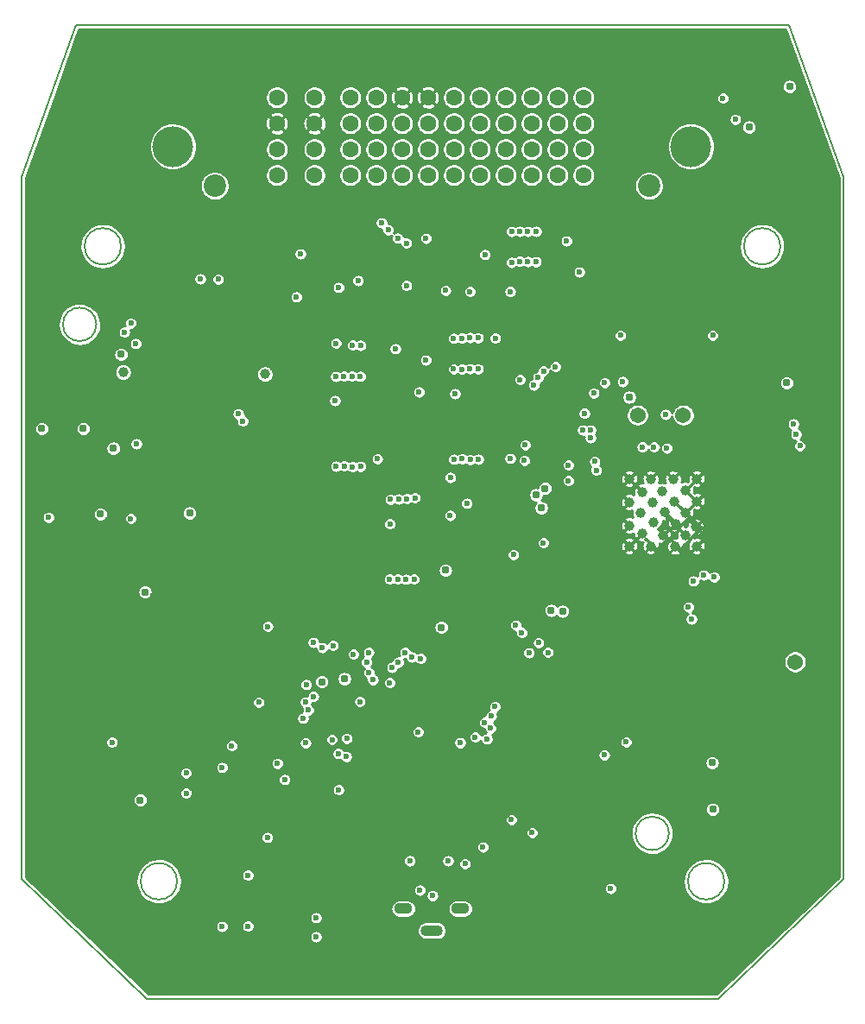
<source format=gbr>
G04 #@! TF.GenerationSoftware,KiCad,Pcbnew,(5.1.0-rc2-21-g16b3c80a7)*
G04 #@! TF.CreationDate,2019-06-05T23:58:20+02:00*
G04 #@! TF.ProjectId,microRusEfi,6d696372-6f52-4757-9345-66692e6b6963,R0.1*
G04 #@! TF.SameCoordinates,Original*
G04 #@! TF.FileFunction,Copper,L3,Inr*
G04 #@! TF.FilePolarity,Positive*
%FSLAX46Y46*%
G04 Gerber Fmt 4.6, Leading zero omitted, Abs format (unit mm)*
G04 Created by KiCad (PCBNEW (5.1.0-rc2-21-g16b3c80a7)) date 2019-06-05 23:58:20*
%MOMM*%
%LPD*%
G04 APERTURE LIST*
%ADD10C,0.200000*%
%ADD11C,2.200000*%
%ADD12C,4.000000*%
%ADD13C,1.600000*%
%ADD14O,1.800000X1.100000*%
%ADD15O,2.200000X1.100000*%
%ADD16C,1.000000*%
%ADD17C,0.600000*%
%ADD18C,0.789940*%
%ADD19C,1.541780*%
%ADD20C,0.304800*%
%ADD21C,0.228600*%
G04 APERTURE END LIST*
D10*
X20600000Y-35538500D02*
X25895900Y-20600000D01*
X32844596Y-116072400D02*
X20601600Y-104381342D01*
X101188000Y-35538500D02*
X95841300Y-20600000D01*
X101189600Y-104381342D02*
X88946604Y-116072400D01*
X25895900Y-20600000D02*
X95841300Y-20600000D01*
X101188000Y-35538500D02*
X101189600Y-104381342D01*
X20600000Y-35538500D02*
X20601600Y-104381342D01*
X84085800Y-99870300D02*
G75*
G03X84085800Y-99870300I-1638300J0D01*
G01*
X32844596Y-116072400D02*
X88946604Y-116072400D01*
X27926400Y-49959301D02*
G75*
G03X27926400Y-49959301I-1638300J0D01*
G01*
X89521400Y-104569300D02*
G75*
G03X89521400Y-104569300I-1790700J0D01*
G01*
X95020499Y-42301200D02*
G75*
G03X95020499Y-42301200I-1790700J0D01*
G01*
X30352101Y-42301200D02*
G75*
G03X30352101Y-42301200I-1790700J0D01*
G01*
X35851200Y-104569300D02*
G75*
G03X35851200Y-104569300I-1790700J0D01*
G01*
D11*
X82132000Y-36372200D03*
X39532000Y-36372200D03*
D12*
X86232000Y-32522200D03*
X35432000Y-32522200D03*
D13*
X45622000Y-35332200D03*
X45622000Y-32792200D03*
X45622000Y-30252200D03*
X45622000Y-27712200D03*
X49322000Y-35332200D03*
X49322000Y-32792200D03*
X49322000Y-30252200D03*
X49322000Y-27712200D03*
X52822000Y-35332200D03*
X52822000Y-32792200D03*
X52822000Y-30252200D03*
X52822000Y-27712200D03*
X55362000Y-35332200D03*
X55362000Y-32792200D03*
X55362000Y-30252200D03*
X55362000Y-27712200D03*
X57902000Y-35332200D03*
X57902000Y-32792200D03*
X57902000Y-30252200D03*
X57902000Y-27712200D03*
X60442000Y-35332200D03*
X60442000Y-32792200D03*
X60442000Y-30252200D03*
X60442000Y-27712200D03*
X62982000Y-35332200D03*
X62982000Y-32792200D03*
X62982000Y-30252200D03*
X62982000Y-27712200D03*
X65522000Y-35332200D03*
X65522000Y-32792200D03*
X65522000Y-30252200D03*
X65522000Y-27712200D03*
X68062000Y-35332200D03*
X68062000Y-32792200D03*
X68062000Y-30252200D03*
X68062000Y-27712200D03*
X70602000Y-35332200D03*
X70602000Y-32792200D03*
X70602000Y-30252200D03*
X70602000Y-27712200D03*
X73142000Y-35332200D03*
X73142000Y-32792200D03*
X73142000Y-30252200D03*
X73142000Y-27712200D03*
X75682000Y-35332200D03*
X75682000Y-32792200D03*
X75682000Y-30252200D03*
X75682000Y-27712200D03*
D14*
X58030500Y-107256800D03*
X63630500Y-107256800D03*
D15*
X60830500Y-109406800D03*
D16*
X80198000Y-65101000D03*
X86802000Y-65101000D03*
X86802000Y-71705000D03*
X80198000Y-71705000D03*
X86800000Y-67303000D03*
X80198000Y-69673000D03*
X80198000Y-67387000D03*
X82300000Y-65103000D03*
X83400000Y-66303000D03*
X84500000Y-65103000D03*
X83500000Y-70653000D03*
X84700000Y-71753000D03*
X82300000Y-71705000D03*
X81468000Y-66371000D03*
X85700000Y-66203000D03*
X86700000Y-69803000D03*
X81300000Y-68403000D03*
X85700000Y-68403000D03*
X85700000Y-70653000D03*
X81468000Y-70435000D03*
X82514480Y-67392080D03*
X84625220Y-67328580D03*
X83670180Y-68380140D03*
X82603380Y-69370740D03*
X84790320Y-69510440D03*
D17*
X68514000Y-63119800D03*
X76388000Y-60325800D03*
X75626000Y-60325800D03*
X76388000Y-61087800D03*
X65836800Y-79832200D03*
X59624000Y-54801300D03*
X80579000Y-62992800D03*
X81976000Y-62992800D03*
X91755000Y-61087800D03*
X93025000Y-64643800D03*
X78420000Y-74549800D03*
X77150000Y-71120800D03*
X75562500Y-74867300D03*
X59204900Y-69622200D03*
X53820100Y-57481000D03*
X65377100Y-56807900D03*
X90510400Y-79172600D03*
X90358000Y-76835800D03*
X92898000Y-74168800D03*
X89850000Y-75184800D03*
X57831600Y-70678000D03*
X27683500Y-54483800D03*
X48387000Y-82423000D03*
X54127400Y-34036000D03*
X50734000Y-36449800D03*
X45400000Y-97663800D03*
X82484000Y-53467800D03*
X82992000Y-56007800D03*
X64143500Y-58028800D03*
X71212750Y-46705050D03*
X60351200Y-87284600D03*
X48448000Y-90043800D03*
X60195500Y-80836300D03*
X86280000Y-94820300D03*
X84692500Y-94820300D03*
X29842500Y-69152300D03*
X29080500Y-69152300D03*
X27556500Y-69152300D03*
X26794500Y-69152300D03*
X26032500Y-69152300D03*
X26032500Y-69914300D03*
X26794500Y-69914300D03*
X27556500Y-69914300D03*
X28318500Y-69914300D03*
X29080500Y-69914300D03*
X29842500Y-69914300D03*
X29842500Y-70676300D03*
X29080500Y-70676300D03*
X28318500Y-70676300D03*
X27556500Y-70676300D03*
X26794500Y-70676300D03*
X26032500Y-70676300D03*
X34287500Y-69215800D03*
X35049500Y-69215800D03*
X35811500Y-69215800D03*
X35811500Y-69977800D03*
X35049500Y-69977800D03*
X34287500Y-69977800D03*
X34287500Y-70739800D03*
X35049500Y-70739800D03*
X35811500Y-70739800D03*
X37970500Y-70676300D03*
X38732500Y-70676300D03*
X38732500Y-69914300D03*
X37970500Y-69914300D03*
X37970500Y-69152300D03*
X38732500Y-69152300D03*
X31493500Y-84698500D03*
X40256500Y-77915300D03*
X37272000Y-77978800D03*
X26858000Y-82614300D03*
X96708000Y-67056800D03*
X96708000Y-66231300D03*
X96962000Y-65088300D03*
X96898500Y-63246800D03*
X45146000Y-56007800D03*
X48702000Y-80391800D03*
X49834800Y-91160600D03*
X75245000Y-81534800D03*
X72832000Y-37973800D03*
X72832000Y-38735800D03*
X73594000Y-38735800D03*
X73594000Y-37973800D03*
X74356000Y-37973800D03*
X74356000Y-38735800D03*
X75118000Y-38735800D03*
X75118000Y-37973800D03*
X85278000Y-27559800D03*
X86802000Y-27559800D03*
X87564000Y-27559800D03*
X48956000Y-41529800D03*
X67498000Y-39751800D03*
X67498000Y-38989800D03*
X66736000Y-37973800D03*
X71054000Y-37973800D03*
X77150000Y-44069800D03*
X77912000Y-44069800D03*
X78674000Y-44069800D03*
X78674000Y-44831800D03*
X77912000Y-44831800D03*
X77150000Y-44831800D03*
X77150000Y-45593800D03*
X77912000Y-45593800D03*
X78674000Y-45593800D03*
X50720000Y-72722300D03*
X77533530Y-65987470D03*
X80960000Y-47371800D03*
X81722000Y-47371800D03*
X81722000Y-46609800D03*
X80960000Y-46609800D03*
X80960000Y-45847800D03*
X81722000Y-45847800D03*
X81722000Y-45085800D03*
X80960000Y-45085800D03*
X87564000Y-29083800D03*
X86802000Y-29083800D03*
X85278000Y-29083800D03*
X76388000Y-45593800D03*
X76388000Y-44831800D03*
X76388000Y-44069800D03*
X69784000Y-47879800D03*
X69276000Y-63881800D03*
X69276000Y-64643800D03*
X69276000Y-65405800D03*
X69276000Y-66167800D03*
X69276000Y-66929800D03*
X68514000Y-66929800D03*
X68514000Y-66167800D03*
X68514000Y-65405800D03*
X68514000Y-64643800D03*
X68514000Y-63881800D03*
X69276000Y-62611800D03*
X68514000Y-70993800D03*
X68514000Y-71755800D03*
X50734000Y-76581800D03*
X44130000Y-76010300D03*
X44130000Y-74549800D03*
X44130000Y-73025800D03*
X44130000Y-71501800D03*
X44130000Y-69977800D03*
X44130000Y-68453800D03*
X44130000Y-66929800D03*
X44130000Y-65405800D03*
X44130000Y-60833800D03*
X43368000Y-60071800D03*
X35748000Y-84963800D03*
X37272000Y-84963800D03*
X38161000Y-84709800D03*
X38923000Y-84709800D03*
X39685000Y-84709800D03*
X40447000Y-84709800D03*
X41209000Y-84709800D03*
X37272000Y-83439800D03*
X35748000Y-83439800D03*
X35748000Y-82677800D03*
X35748000Y-81915800D03*
X36510000Y-78867800D03*
X38034000Y-78867800D03*
X39558000Y-78867800D03*
X41082000Y-78867800D03*
X42606000Y-78867800D03*
X39558000Y-80391800D03*
X41082000Y-80391800D03*
X42606000Y-80391800D03*
X24064000Y-84455800D03*
X24064000Y-82931800D03*
X24064000Y-81407800D03*
X24064000Y-79121800D03*
X24064000Y-77597800D03*
X23302000Y-78359800D03*
X23302000Y-79883800D03*
X23302000Y-81407800D03*
X23302000Y-82931800D03*
X23302000Y-84455800D03*
X26350000Y-83439800D03*
X27112000Y-83439800D03*
X27112000Y-84201800D03*
X26350000Y-84201800D03*
X27112000Y-84963800D03*
X27620000Y-85471800D03*
X27874000Y-83439800D03*
X27874000Y-84201800D03*
X42606000Y-74549800D03*
X42606000Y-68453800D03*
X42606000Y-71501800D03*
X42606000Y-69977800D03*
X42606000Y-73025800D03*
X25588000Y-87249800D03*
X24826000Y-86487800D03*
X24826000Y-88011800D03*
X25588000Y-85725800D03*
X25588000Y-88773800D03*
X24826000Y-89535800D03*
X24064000Y-86741800D03*
X23302000Y-85979800D03*
X23302000Y-89027800D03*
X23302000Y-87503800D03*
X25080000Y-100457800D03*
X25842000Y-99695800D03*
X25842000Y-101219800D03*
X25842000Y-100457800D03*
X25842000Y-98933800D03*
X25080000Y-98933800D03*
X25080000Y-99695800D03*
X25080000Y-101219800D03*
X24318000Y-100457800D03*
X23556000Y-99695800D03*
X24318000Y-98933800D03*
X23556000Y-98933800D03*
X23556000Y-100457800D03*
X24318000Y-99695800D03*
X23556000Y-101219800D03*
X24318000Y-101219800D03*
X25842000Y-103505800D03*
X25842000Y-102743800D03*
X25080000Y-102743800D03*
X25842000Y-101981800D03*
X25080000Y-104267800D03*
X25080000Y-103505800D03*
X25080000Y-101981800D03*
X25842000Y-104267800D03*
X23556000Y-104267800D03*
X24318000Y-103505800D03*
X24318000Y-101981800D03*
X24318000Y-102743800D03*
X24318000Y-104267800D03*
X23556000Y-102743800D03*
X23556000Y-101981800D03*
X23556000Y-103505800D03*
X26604000Y-105029800D03*
X27366000Y-107315800D03*
X25080000Y-106553800D03*
X25842000Y-106553800D03*
X26604000Y-105791800D03*
X25842000Y-107315800D03*
X25080000Y-107315800D03*
X27366000Y-105791800D03*
X25842000Y-105791800D03*
X25080000Y-105029800D03*
X25080000Y-105791800D03*
X26604000Y-106553800D03*
X27366000Y-105029800D03*
X26604000Y-107315800D03*
X27366000Y-106553800D03*
X25842000Y-105029800D03*
X36510000Y-110363800D03*
X35748000Y-111887800D03*
X37272000Y-112649800D03*
X34986000Y-112649800D03*
X37272000Y-111125800D03*
X34986000Y-110363800D03*
X36510000Y-111887800D03*
X36510000Y-112649800D03*
X35748000Y-111125800D03*
X34986000Y-111125800D03*
X37272000Y-111887800D03*
X37272000Y-110363800D03*
X35748000Y-110363800D03*
X34986000Y-111887800D03*
X36510000Y-111125800D03*
X35748000Y-112649800D03*
X100010000Y-102997800D03*
X98486000Y-102235800D03*
X98486000Y-103759800D03*
X99248000Y-103759800D03*
X99248000Y-102997800D03*
X100010000Y-102235800D03*
X99248000Y-104521800D03*
X100010000Y-103759800D03*
X98486000Y-104521800D03*
X98486000Y-102997800D03*
X100010000Y-104521800D03*
X99248000Y-102235800D03*
X96200000Y-104521800D03*
X96200000Y-102235800D03*
X96200000Y-102997800D03*
X96962000Y-103759800D03*
X96962000Y-104521800D03*
X96962000Y-102235800D03*
X95438000Y-104521800D03*
X96200000Y-103759800D03*
X95438000Y-103759800D03*
X97724000Y-103759800D03*
X96962000Y-102997800D03*
X95438000Y-102997800D03*
X97724000Y-104521800D03*
X97724000Y-102997800D03*
X95438000Y-102235800D03*
X97724000Y-102235800D03*
X94676000Y-104521800D03*
X93152000Y-103759800D03*
X92390000Y-102235800D03*
X93152000Y-102235800D03*
X93914000Y-102235800D03*
X92390000Y-104521800D03*
X92390000Y-103759800D03*
X93914000Y-103759800D03*
X94676000Y-103759800D03*
X92390000Y-102997800D03*
X93914000Y-102997800D03*
X94676000Y-102235800D03*
X93152000Y-102997800D03*
X93914000Y-104521800D03*
X93152000Y-104521800D03*
X94676000Y-102997800D03*
X96200000Y-107569800D03*
X95438000Y-107569800D03*
X96962000Y-105283800D03*
X96962000Y-106045800D03*
X95438000Y-105283800D03*
X96200000Y-106045800D03*
X95438000Y-106045800D03*
X96200000Y-106807800D03*
X97724000Y-105283800D03*
X97724000Y-106045800D03*
X96200000Y-105283800D03*
X96962000Y-106807800D03*
X95438000Y-106807800D03*
X93152000Y-106807800D03*
X93914000Y-106807800D03*
X92390000Y-106045800D03*
X92390000Y-105283800D03*
X93152000Y-107569800D03*
X94676000Y-107569800D03*
X92390000Y-107569800D03*
X94676000Y-106045800D03*
X93152000Y-105283800D03*
X93914000Y-107569800D03*
X93914000Y-106045800D03*
X94676000Y-106807800D03*
X93914000Y-105283800D03*
X93152000Y-106045800D03*
X92390000Y-106807800D03*
X94676000Y-105283800D03*
X83881000Y-83312800D03*
X82357000Y-82550800D03*
X83881000Y-81788800D03*
X83119000Y-82550800D03*
X81595000Y-84074800D03*
X82357000Y-83312800D03*
X83119000Y-83312800D03*
X82357000Y-84074800D03*
X81595000Y-82550800D03*
X83119000Y-81788800D03*
X81595000Y-83312800D03*
X83119000Y-84074800D03*
X81595000Y-81788800D03*
X82357000Y-81788800D03*
X83881000Y-82550800D03*
X83881000Y-84074800D03*
X100010000Y-93853800D03*
X100010000Y-93091800D03*
X100010000Y-94615800D03*
X100010000Y-97663800D03*
X100010000Y-98425800D03*
X100010000Y-96139800D03*
X100010000Y-96901800D03*
X100010000Y-95377800D03*
X100010000Y-86995800D03*
X100010000Y-90043800D03*
X100010000Y-90805800D03*
X100010000Y-92329800D03*
X100010000Y-89281800D03*
X100010000Y-87757800D03*
X100010000Y-88519800D03*
X100010000Y-91567800D03*
X100010000Y-85471800D03*
X100010000Y-83185800D03*
X100010000Y-86233800D03*
X100010000Y-84709800D03*
X100010000Y-83947800D03*
X87056000Y-98425800D03*
X84770000Y-98425800D03*
X74864000Y-60325800D03*
X73594000Y-57785800D03*
X73594000Y-57023800D03*
X39304000Y-64643800D03*
X73594000Y-64643800D03*
X74102000Y-75311800D03*
X50607000Y-64770800D03*
X50226000Y-63246800D03*
X50226000Y-62548300D03*
X49718000Y-62040300D03*
X51369000Y-76581800D03*
X51369000Y-77216800D03*
X50670500Y-77216800D03*
X46289000Y-79312300D03*
X45590500Y-79312300D03*
X41082000Y-68453800D03*
X41082000Y-71501800D03*
X41082000Y-69977800D03*
X41082000Y-73025800D03*
X42606000Y-77534300D03*
X42606000Y-76010300D03*
X40320000Y-71501800D03*
X39558000Y-68453800D03*
X40320000Y-73025800D03*
X40320000Y-68453800D03*
X39558000Y-71501800D03*
X40320000Y-69977800D03*
X39558000Y-73025800D03*
X39558000Y-69977800D03*
X42669500Y-65405800D03*
X42669500Y-66929800D03*
X42669500Y-63881800D03*
X42669500Y-64643800D03*
X30604500Y-64580300D03*
X30604500Y-63818300D03*
X31366500Y-63818300D03*
X31366500Y-64580300D03*
X24508500Y-67628300D03*
X23746500Y-67628300D03*
X24508500Y-65342300D03*
X23746500Y-65342300D03*
X32128500Y-64580300D03*
X32128500Y-63818300D03*
X32128500Y-63119800D03*
X31366500Y-63119800D03*
X30541000Y-63119800D03*
X29779000Y-63119800D03*
X29779000Y-63818300D03*
X29779000Y-64580300D03*
X34414500Y-65850300D03*
X34414500Y-65151800D03*
X34414500Y-64453300D03*
X34414500Y-63754800D03*
X34160500Y-63056300D03*
X39558000Y-66929800D03*
X39558000Y-66167800D03*
X40320000Y-66929800D03*
X41082000Y-66929800D03*
X41844000Y-66167800D03*
X40320000Y-66167800D03*
X37208500Y-70676300D03*
X36573500Y-70676300D03*
X37208500Y-69977800D03*
X36510000Y-69279300D03*
X36510000Y-69977800D03*
X36891000Y-74168800D03*
X37526000Y-74168800D03*
X35113000Y-74168800D03*
X28382000Y-74168800D03*
X27747000Y-74168800D03*
X34097000Y-76581800D03*
X34097000Y-77216800D03*
X34097000Y-77851800D03*
X34097000Y-78486800D03*
X33462000Y-78486800D03*
X32827000Y-78486800D03*
X32192000Y-78486800D03*
X31557000Y-78486800D03*
X30922000Y-78486800D03*
X30287000Y-78486800D03*
X33462000Y-77851800D03*
X32827000Y-77851800D03*
X32192000Y-77851800D03*
X31557000Y-77851800D03*
X30922000Y-77851800D03*
X30287000Y-77851800D03*
X30287000Y-77216800D03*
X30922000Y-77216800D03*
X31557000Y-77216800D03*
X32192000Y-77216800D03*
X32827000Y-77216800D03*
X33462000Y-77216800D03*
X33462000Y-76581800D03*
X31557000Y-76581800D03*
X30922000Y-76581800D03*
X30287000Y-76581800D03*
X29652000Y-78486800D03*
X29017000Y-78486800D03*
X28382000Y-78486800D03*
X29017000Y-79121800D03*
X29017000Y-81026800D03*
X26223000Y-78740800D03*
X25715000Y-74168800D03*
X24445000Y-74168800D03*
X23175000Y-74168800D03*
X24445000Y-75438800D03*
X23175000Y-75438800D03*
X26350000Y-86487800D03*
X26350000Y-89535800D03*
X27112000Y-88773800D03*
X27112000Y-87249800D03*
X27874000Y-88011800D03*
X27874000Y-89535800D03*
X28001000Y-86106800D03*
X29398000Y-85471800D03*
X31430000Y-85471800D03*
X32192000Y-85471800D03*
X35748000Y-81153800D03*
X34986000Y-81153800D03*
X34986000Y-78867800D03*
X34986000Y-78105800D03*
X41844000Y-87503800D03*
X40320000Y-87503800D03*
X38034000Y-87503800D03*
X35748000Y-87503800D03*
X35748000Y-88265800D03*
X44511000Y-90551800D03*
X41844000Y-90551800D03*
X43876000Y-80391800D03*
X42606000Y-81661800D03*
X44511000Y-81661800D03*
X44511000Y-80391800D03*
X40701000Y-81661800D03*
X39431000Y-81661800D03*
X43876000Y-77597800D03*
X43876000Y-78867800D03*
X34986000Y-84963800D03*
X34224000Y-84963800D03*
X38161000Y-82423800D03*
X37272000Y-81788800D03*
X37907000Y-81788800D03*
X37653000Y-99060800D03*
X33843000Y-99060800D03*
X40193000Y-99060800D03*
X36383000Y-99060800D03*
X35113000Y-99060800D03*
X38923000Y-99060800D03*
X41463000Y-99060800D03*
X66355000Y-113284800D03*
X67625000Y-112014800D03*
X67625000Y-112649800D03*
X66990000Y-112649800D03*
X66355000Y-112014800D03*
X65720000Y-112014800D03*
X65720000Y-110109800D03*
X66355000Y-112649800D03*
X66990000Y-112014800D03*
X66355000Y-111379800D03*
X66355000Y-110744800D03*
X65720000Y-113284800D03*
X66990000Y-113284800D03*
X65720000Y-112649800D03*
X67625000Y-110744800D03*
X67625000Y-113284800D03*
X67625000Y-110109800D03*
X66990000Y-111379800D03*
X65720000Y-111379800D03*
X68895000Y-110744800D03*
X69530000Y-112014800D03*
X68895000Y-111379800D03*
X70165000Y-110744800D03*
X68895000Y-112649800D03*
X70165000Y-112649800D03*
X68895000Y-112014800D03*
X70165000Y-111379800D03*
X69530000Y-110109800D03*
X70165000Y-113284800D03*
X69530000Y-111379800D03*
X68260000Y-110744800D03*
X68260000Y-112014800D03*
X68260000Y-112649800D03*
X68260000Y-110109800D03*
X69530000Y-113284800D03*
X69530000Y-112649800D03*
X68260000Y-111379800D03*
X70165000Y-110109800D03*
X69530000Y-110744800D03*
X68895000Y-113284800D03*
X70165000Y-112014800D03*
X68895000Y-110109800D03*
X68260000Y-113284800D03*
X67625000Y-111379800D03*
X66355000Y-110109800D03*
X66990000Y-110109800D03*
X66990000Y-110744800D03*
X65720000Y-110744800D03*
X76642000Y-51181800D03*
X80579000Y-77978800D03*
X81214000Y-77978800D03*
X80579000Y-78613800D03*
X81214000Y-78613800D03*
X81849000Y-77978800D03*
X84770000Y-73279800D03*
X83881000Y-73279800D03*
X82738000Y-73279800D03*
X68768000Y-101727800D03*
X44587200Y-91898000D03*
X73581300Y-69939700D03*
X45527000Y-94361800D03*
X24826000Y-84963800D03*
X24826000Y-83693800D03*
X28763000Y-81661800D03*
X28763000Y-82296800D03*
X24826000Y-79121800D03*
X24826000Y-78359800D03*
X24826000Y-77597800D03*
X24826000Y-76962800D03*
X24826000Y-76200800D03*
X24064000Y-76200800D03*
X23302000Y-76835800D03*
X60132000Y-81534800D03*
X56322000Y-84328800D03*
X52258000Y-86106800D03*
X26350000Y-88011800D03*
X38224500Y-27559800D03*
X36700500Y-27559800D03*
X36700500Y-28321800D03*
X38224500Y-28321800D03*
X37462500Y-28321800D03*
X37462500Y-26797800D03*
X38224500Y-26797800D03*
X37462500Y-27559800D03*
X35938500Y-26797800D03*
X35938500Y-27559800D03*
X35938500Y-28321800D03*
X36700500Y-26797800D03*
X29017000Y-34544800D03*
X29779000Y-33782800D03*
X29017000Y-33782800D03*
X30541000Y-33020800D03*
X30541000Y-34544800D03*
X31303000Y-34544800D03*
X29017000Y-33020800D03*
X29779000Y-34544800D03*
X30541000Y-33782800D03*
X31303000Y-33020800D03*
X29779000Y-33020800D03*
X31303000Y-33782800D03*
X56578500Y-87122000D03*
X52641500Y-95440500D03*
X52322600Y-45491400D03*
X50342800Y-83693000D03*
X53136800Y-80137000D03*
X71221600Y-49022000D03*
X59740800Y-39878000D03*
X64541400Y-39217600D03*
X58851800Y-59207400D03*
X66573400Y-60045600D03*
X55041800Y-60604400D03*
X57810400Y-61518800D03*
X80721200Y-33147000D03*
X77444600Y-33299400D03*
X77444600Y-32410400D03*
X52832000Y-41808400D03*
X61874400Y-37541200D03*
X66573400Y-39293800D03*
X60095100Y-46978600D03*
X56057800Y-77063600D03*
X55740300Y-76352400D03*
X55206900Y-77076300D03*
X54965600Y-76390500D03*
X59994800Y-95935800D03*
X60882950Y-95579350D03*
X68580000Y-74218800D03*
X65989200Y-77901800D03*
X67640200Y-75514200D03*
X74650600Y-80772000D03*
X73964800Y-80111600D03*
X72161400Y-70561200D03*
X64643000Y-91541600D03*
X66751200Y-91363800D03*
X67183000Y-90500200D03*
X56565800Y-88950800D03*
X67995800Y-87579200D03*
X67970400Y-88366600D03*
X67843400Y-89408000D03*
X67995800Y-90373200D03*
X65633600Y-91490800D03*
X88516500Y-74740300D03*
X79549000Y-55577300D03*
X87500500Y-74549800D03*
X77785000Y-55690300D03*
X78369200Y-105283800D03*
D18*
X71562000Y-67945800D03*
D17*
X86294000Y-78867800D03*
X56715700Y-69520600D03*
X51330900Y-57430200D03*
X63091100Y-56757100D03*
X69483900Y-55372800D03*
X59576500Y-56595300D03*
X60242400Y-53465300D03*
X57258500Y-52340800D03*
X62630600Y-68703900D03*
X62646600Y-64974000D03*
X69998500Y-61786300D03*
X68514000Y-46736800D03*
X74038500Y-41783800D03*
D18*
X32228800Y-96611000D03*
D17*
X75306000Y-44834300D03*
X64579500Y-46734300D03*
X66035000Y-43114800D03*
X67053500Y-51308800D03*
X47545000Y-47258800D03*
X49476700Y-110020900D03*
X49476700Y-108137300D03*
X65847000Y-101219800D03*
X79323000Y-51040800D03*
X55492700Y-63144400D03*
X51686500Y-46332100D03*
X53594000Y-45669200D03*
X58343800Y-46151800D03*
D18*
X37081500Y-68453800D03*
X32700000Y-76200800D03*
D17*
X31851600Y-61676000D03*
X31305500Y-69000500D03*
X75793969Y-58684631D03*
D18*
X71054000Y-66675800D03*
D17*
X76718200Y-56693600D03*
D18*
X71943000Y-66040800D03*
X72527200Y-78004200D03*
X88382800Y-97505400D03*
D17*
X48738700Y-87784600D03*
X76959500Y-64262800D03*
X48448000Y-86995800D03*
X74229000Y-63754800D03*
X49221149Y-86435449D03*
X43850600Y-87021200D03*
X42796500Y-103968900D03*
X74229000Y-65278800D03*
X48511500Y-85281300D03*
X76803300Y-63403000D03*
X45680100Y-93016300D03*
X69911000Y-63310300D03*
X48448000Y-91000120D03*
X30682000Y-50723300D03*
X29461500Y-90932800D03*
D18*
X52258000Y-84709800D03*
X50039320Y-85010780D03*
D17*
X51680150Y-95600050D03*
X59497000Y-89916800D03*
X51652999Y-92045801D03*
X53149500Y-82296000D03*
D18*
X62164000Y-74063900D03*
D17*
X68834000Y-72542400D03*
D18*
X61761800Y-79665400D03*
D17*
X52446900Y-92345800D03*
X71769200Y-71374000D03*
X64083000Y-102856800D03*
X58671500Y-102555000D03*
X52486600Y-90566200D03*
X62424900Y-102555000D03*
X51038800Y-90667800D03*
X62970600Y-51327700D03*
X65370600Y-51277200D03*
X44739600Y-79579000D03*
X40256500Y-109008900D03*
X42796500Y-108966800D03*
X49210000Y-81153800D03*
X53039000Y-63926300D03*
X54671000Y-84125600D03*
X53839000Y-63888300D03*
X55052000Y-84811400D03*
X56931600Y-83592200D03*
X56684100Y-74938700D03*
X57541200Y-83084200D03*
X57484100Y-74926100D03*
X58201600Y-82119000D03*
X58284100Y-74951600D03*
X58862000Y-82576200D03*
X59084100Y-74939000D03*
X62996000Y-63176800D03*
X53771800Y-86944200D03*
X63601600Y-90982800D03*
X63796000Y-63138800D03*
X64596000Y-63227800D03*
X65085000Y-90424800D03*
X65396000Y-63189800D03*
X66228000Y-90615300D03*
D18*
X73644800Y-78086138D03*
X88320000Y-92945400D03*
D17*
X51439000Y-63875300D03*
X64570600Y-51251700D03*
D16*
X30566400Y-54636200D03*
D17*
X38124000Y-45503800D03*
D16*
X44462100Y-54837500D03*
D17*
X39874000Y-45531800D03*
D19*
X81010800Y-58852600D03*
D17*
X89381838Y-27773962D03*
D19*
X85481200Y-58852600D03*
D17*
X90601048Y-29856752D03*
X51439000Y-51812000D03*
X60261500Y-41529000D03*
X36726000Y-95925500D03*
X36726000Y-93957000D03*
X88378000Y-51040000D03*
X46392250Y-94588750D03*
X44704000Y-100266500D03*
X65370600Y-54325200D03*
X59173000Y-66961700D03*
X64570600Y-54312400D03*
X58373000Y-67050500D03*
X63770600Y-54350400D03*
X57573000Y-67088500D03*
X62970600Y-54337600D03*
X56773000Y-67126500D03*
X53813600Y-55049100D03*
X53013600Y-55036300D03*
D18*
X30350500Y-52896300D03*
D17*
X47940000Y-43053800D03*
D19*
X96454000Y-83058800D03*
D18*
X80198000Y-57087300D03*
D17*
X83762750Y-58793050D03*
D18*
X22573500Y-60168800D03*
X95922250Y-26631050D03*
X91948000Y-30607000D03*
X95631000Y-55689500D03*
X26648400Y-60168800D03*
X29588500Y-62103800D03*
X28331200Y-68568100D03*
D17*
X23238500Y-68898300D03*
X54442400Y-83084200D03*
X56703000Y-85090800D03*
X51413600Y-55074200D03*
X71047500Y-43822300D03*
X70247500Y-43796800D03*
X69447500Y-43771300D03*
X68647500Y-43883900D03*
X50086800Y-81661300D03*
X60896500Y-105981500D03*
X51140400Y-81445900D03*
X59658250Y-105441750D03*
X67028100Y-87440300D03*
X72959000Y-54102800D03*
X66607449Y-89562751D03*
X70831750Y-55912550D03*
X66012100Y-88989700D03*
X71244500Y-55182300D03*
X66659810Y-88380110D03*
X71784250Y-54515550D03*
X52239000Y-63837300D03*
X54645600Y-82119000D03*
X48194000Y-88583300D03*
X86484500Y-75121300D03*
X31313800Y-49837500D03*
X42288500Y-59436800D03*
X31790300Y-51837500D03*
X41844000Y-58738300D03*
X77749400Y-92189300D03*
X72212200Y-82118200D03*
X70675500Y-99809300D03*
X71297800Y-81178400D03*
X79895700Y-90919300D03*
X69659500Y-80187800D03*
X86000000Y-77684800D03*
X69062600Y-79463900D03*
X52213600Y-55023500D03*
X53065300Y-51989100D03*
X58343800Y-41986200D03*
X57480200Y-41503600D03*
X56540400Y-40690800D03*
X55905420Y-40004980D03*
X53839000Y-52015400D03*
X71054000Y-40845600D03*
X70247500Y-40850300D03*
X69466500Y-40833100D03*
X68647500Y-40852100D03*
X59740800Y-82727800D03*
X62179200Y-46634400D03*
X64262000Y-67500500D03*
X63770600Y-51316800D03*
X41205168Y-91278868D03*
X40259000Y-93408500D03*
X68643500Y-98539300D03*
X70358000Y-82169000D03*
X83881000Y-62103800D03*
X96931900Y-61879900D03*
X82611000Y-61976800D03*
X96550900Y-60736900D03*
X81468000Y-61976800D03*
X96296900Y-59720900D03*
D20*
X85260180Y-72062340D02*
X85183980Y-72062340D01*
X87290000Y-72085200D02*
X87290000Y-72282960D01*
X86215220Y-71107300D02*
X85260180Y-72062340D01*
X86215220Y-71010780D02*
X86215220Y-71107300D01*
X83900920Y-71074280D02*
X82890000Y-72085200D01*
X84104480Y-71074280D02*
X83900920Y-71074280D01*
X81874000Y-71069200D02*
X82890000Y-72085200D01*
X81788000Y-71069200D02*
X81874000Y-71069200D01*
X84079080Y-71074280D02*
X83058000Y-70053200D01*
X84104480Y-71074280D02*
X84079080Y-71074280D01*
X84272120Y-71074280D02*
X85260180Y-72062340D01*
X84104480Y-71074280D02*
X84272120Y-71074280D01*
X86015580Y-71010780D02*
X84990000Y-69985200D01*
X86215220Y-71010780D02*
X86015580Y-71010780D01*
X87190000Y-69885200D02*
X86090000Y-68785200D01*
X87290000Y-69885200D02*
X87190000Y-69885200D01*
X86090000Y-68885200D02*
X84990000Y-69985200D01*
X86090000Y-68785200D02*
X86090000Y-68885200D01*
X87290000Y-69936000D02*
X86215220Y-71010780D01*
X87290000Y-69885200D02*
X87290000Y-69936000D01*
X83126000Y-69985200D02*
X83058000Y-70053200D01*
X84990000Y-69985200D02*
X83126000Y-69985200D01*
X83890000Y-69221200D02*
X83058000Y-70053200D01*
X83890000Y-68785200D02*
X83890000Y-69221200D01*
X83890000Y-68885200D02*
X84990000Y-69985200D01*
X83890000Y-68785200D02*
X83890000Y-68885200D01*
X84990000Y-70188760D02*
X84104480Y-71074280D01*
X84990000Y-69985200D02*
X84990000Y-70188760D01*
D21*
G36*
X100745102Y-35615380D02*
G01*
X100746696Y-104191880D01*
X88769104Y-115629500D01*
X33022097Y-115629500D01*
X27082405Y-109957580D01*
X48833800Y-109957580D01*
X48833800Y-110084220D01*
X48858506Y-110208427D01*
X48906969Y-110325427D01*
X48977327Y-110430725D01*
X49066875Y-110520273D01*
X49172173Y-110590631D01*
X49289173Y-110639094D01*
X49413380Y-110663800D01*
X49540020Y-110663800D01*
X49664227Y-110639094D01*
X49781227Y-110590631D01*
X49886525Y-110520273D01*
X49976073Y-110430725D01*
X50046431Y-110325427D01*
X50094894Y-110208427D01*
X50119600Y-110084220D01*
X50119600Y-109957580D01*
X50094894Y-109833373D01*
X50046431Y-109716373D01*
X49976073Y-109611075D01*
X49886525Y-109521527D01*
X49781227Y-109451169D01*
X49674111Y-109406800D01*
X59383280Y-109406800D01*
X59400520Y-109581839D01*
X59451577Y-109750151D01*
X59534489Y-109905269D01*
X59646070Y-110041230D01*
X59782031Y-110152811D01*
X59937149Y-110235723D01*
X60105461Y-110286780D01*
X60236639Y-110299700D01*
X61424361Y-110299700D01*
X61555539Y-110286780D01*
X61723851Y-110235723D01*
X61878969Y-110152811D01*
X62014930Y-110041230D01*
X62126511Y-109905269D01*
X62209423Y-109750151D01*
X62260480Y-109581839D01*
X62277720Y-109406800D01*
X62260480Y-109231761D01*
X62209423Y-109063449D01*
X62126511Y-108908331D01*
X62014930Y-108772370D01*
X61878969Y-108660789D01*
X61723851Y-108577877D01*
X61555539Y-108526820D01*
X61424361Y-108513900D01*
X60236639Y-108513900D01*
X60105461Y-108526820D01*
X59937149Y-108577877D01*
X59782031Y-108660789D01*
X59646070Y-108772370D01*
X59534489Y-108908331D01*
X59451577Y-109063449D01*
X59400520Y-109231761D01*
X59383280Y-109406800D01*
X49674111Y-109406800D01*
X49664227Y-109402706D01*
X49540020Y-109378000D01*
X49413380Y-109378000D01*
X49289173Y-109402706D01*
X49172173Y-109451169D01*
X49066875Y-109521527D01*
X48977327Y-109611075D01*
X48906969Y-109716373D01*
X48858506Y-109833373D01*
X48833800Y-109957580D01*
X27082405Y-109957580D01*
X26022628Y-108945580D01*
X39613600Y-108945580D01*
X39613600Y-109072220D01*
X39638306Y-109196427D01*
X39686769Y-109313427D01*
X39757127Y-109418725D01*
X39846675Y-109508273D01*
X39951973Y-109578631D01*
X40068973Y-109627094D01*
X40193180Y-109651800D01*
X40319820Y-109651800D01*
X40444027Y-109627094D01*
X40561027Y-109578631D01*
X40666325Y-109508273D01*
X40755873Y-109418725D01*
X40826231Y-109313427D01*
X40874694Y-109196427D01*
X40899400Y-109072220D01*
X40899400Y-108945580D01*
X40891026Y-108903480D01*
X42153600Y-108903480D01*
X42153600Y-109030120D01*
X42178306Y-109154327D01*
X42226769Y-109271327D01*
X42297127Y-109376625D01*
X42386675Y-109466173D01*
X42491973Y-109536531D01*
X42608973Y-109584994D01*
X42733180Y-109609700D01*
X42859820Y-109609700D01*
X42984027Y-109584994D01*
X43101027Y-109536531D01*
X43206325Y-109466173D01*
X43295873Y-109376625D01*
X43366231Y-109271327D01*
X43414694Y-109154327D01*
X43439400Y-109030120D01*
X43439400Y-108903480D01*
X43414694Y-108779273D01*
X43366231Y-108662273D01*
X43295873Y-108556975D01*
X43206325Y-108467427D01*
X43101027Y-108397069D01*
X42984027Y-108348606D01*
X42859820Y-108323900D01*
X42733180Y-108323900D01*
X42608973Y-108348606D01*
X42491973Y-108397069D01*
X42386675Y-108467427D01*
X42297127Y-108556975D01*
X42226769Y-108662273D01*
X42178306Y-108779273D01*
X42153600Y-108903480D01*
X40891026Y-108903480D01*
X40874694Y-108821373D01*
X40826231Y-108704373D01*
X40755873Y-108599075D01*
X40666325Y-108509527D01*
X40561027Y-108439169D01*
X40444027Y-108390706D01*
X40319820Y-108366000D01*
X40193180Y-108366000D01*
X40068973Y-108390706D01*
X39951973Y-108439169D01*
X39846675Y-108509527D01*
X39757127Y-108599075D01*
X39686769Y-108704373D01*
X39638306Y-108821373D01*
X39613600Y-108945580D01*
X26022628Y-108945580D01*
X25109880Y-108073980D01*
X48833800Y-108073980D01*
X48833800Y-108200620D01*
X48858506Y-108324827D01*
X48906969Y-108441827D01*
X48977327Y-108547125D01*
X49066875Y-108636673D01*
X49172173Y-108707031D01*
X49289173Y-108755494D01*
X49413380Y-108780200D01*
X49540020Y-108780200D01*
X49664227Y-108755494D01*
X49781227Y-108707031D01*
X49886525Y-108636673D01*
X49976073Y-108547125D01*
X50046431Y-108441827D01*
X50094894Y-108324827D01*
X50119600Y-108200620D01*
X50119600Y-108073980D01*
X50094894Y-107949773D01*
X50046431Y-107832773D01*
X49976073Y-107727475D01*
X49886525Y-107637927D01*
X49781227Y-107567569D01*
X49664227Y-107519106D01*
X49540020Y-107494400D01*
X49413380Y-107494400D01*
X49289173Y-107519106D01*
X49172173Y-107567569D01*
X49066875Y-107637927D01*
X48977327Y-107727475D01*
X48906969Y-107832773D01*
X48858506Y-107949773D01*
X48833800Y-108073980D01*
X25109880Y-108073980D01*
X24254121Y-107256800D01*
X56783280Y-107256800D01*
X56800520Y-107431839D01*
X56851577Y-107600151D01*
X56934489Y-107755269D01*
X57046070Y-107891230D01*
X57182031Y-108002811D01*
X57337149Y-108085723D01*
X57505461Y-108136780D01*
X57636639Y-108149700D01*
X58424361Y-108149700D01*
X58555539Y-108136780D01*
X58723851Y-108085723D01*
X58878969Y-108002811D01*
X59014930Y-107891230D01*
X59126511Y-107755269D01*
X59209423Y-107600151D01*
X59260480Y-107431839D01*
X59277720Y-107256800D01*
X62383280Y-107256800D01*
X62400520Y-107431839D01*
X62451577Y-107600151D01*
X62534489Y-107755269D01*
X62646070Y-107891230D01*
X62782031Y-108002811D01*
X62937149Y-108085723D01*
X63105461Y-108136780D01*
X63236639Y-108149700D01*
X64024361Y-108149700D01*
X64155539Y-108136780D01*
X64323851Y-108085723D01*
X64478969Y-108002811D01*
X64614930Y-107891230D01*
X64726511Y-107755269D01*
X64809423Y-107600151D01*
X64860480Y-107431839D01*
X64877720Y-107256800D01*
X64860480Y-107081761D01*
X64809423Y-106913449D01*
X64726511Y-106758331D01*
X64614930Y-106622370D01*
X64478969Y-106510789D01*
X64323851Y-106427877D01*
X64155539Y-106376820D01*
X64024361Y-106363900D01*
X63236639Y-106363900D01*
X63105461Y-106376820D01*
X62937149Y-106427877D01*
X62782031Y-106510789D01*
X62646070Y-106622370D01*
X62534489Y-106758331D01*
X62451577Y-106913449D01*
X62400520Y-107081761D01*
X62383280Y-107256800D01*
X59277720Y-107256800D01*
X59260480Y-107081761D01*
X59209423Y-106913449D01*
X59126511Y-106758331D01*
X59014930Y-106622370D01*
X58878969Y-106510789D01*
X58723851Y-106427877D01*
X58555539Y-106376820D01*
X58424361Y-106363900D01*
X57636639Y-106363900D01*
X57505461Y-106376820D01*
X57337149Y-106427877D01*
X57182031Y-106510789D01*
X57046070Y-106622370D01*
X56934489Y-106758331D01*
X56851577Y-106913449D01*
X56800520Y-107081761D01*
X56783280Y-107256800D01*
X24254121Y-107256800D01*
X21472692Y-104600765D01*
X31807120Y-104600765D01*
X31856147Y-105037850D01*
X31989137Y-105457087D01*
X32201024Y-105842510D01*
X32483739Y-106179436D01*
X32826512Y-106455032D01*
X33216287Y-106658802D01*
X33638217Y-106782983D01*
X34076233Y-106822845D01*
X34513649Y-106776871D01*
X34933805Y-106646811D01*
X35320697Y-106437619D01*
X35659589Y-106157264D01*
X35937571Y-105816423D01*
X36144057Y-105428080D01*
X36159047Y-105378430D01*
X59015350Y-105378430D01*
X59015350Y-105505070D01*
X59040056Y-105629277D01*
X59088519Y-105746277D01*
X59158877Y-105851575D01*
X59248425Y-105941123D01*
X59353723Y-106011481D01*
X59470723Y-106059944D01*
X59594930Y-106084650D01*
X59721570Y-106084650D01*
X59845777Y-106059944D01*
X59962777Y-106011481D01*
X60068075Y-105941123D01*
X60091018Y-105918180D01*
X60253600Y-105918180D01*
X60253600Y-106044820D01*
X60278306Y-106169027D01*
X60326769Y-106286027D01*
X60397127Y-106391325D01*
X60486675Y-106480873D01*
X60591973Y-106551231D01*
X60708973Y-106599694D01*
X60833180Y-106624400D01*
X60959820Y-106624400D01*
X61084027Y-106599694D01*
X61201027Y-106551231D01*
X61306325Y-106480873D01*
X61395873Y-106391325D01*
X61466231Y-106286027D01*
X61514694Y-106169027D01*
X61539400Y-106044820D01*
X61539400Y-105918180D01*
X61514694Y-105793973D01*
X61466231Y-105676973D01*
X61395873Y-105571675D01*
X61306325Y-105482127D01*
X61201027Y-105411769D01*
X61084027Y-105363306D01*
X60959820Y-105338600D01*
X60833180Y-105338600D01*
X60708973Y-105363306D01*
X60591973Y-105411769D01*
X60486675Y-105482127D01*
X60397127Y-105571675D01*
X60326769Y-105676973D01*
X60278306Y-105793973D01*
X60253600Y-105918180D01*
X60091018Y-105918180D01*
X60157623Y-105851575D01*
X60227981Y-105746277D01*
X60276444Y-105629277D01*
X60301150Y-105505070D01*
X60301150Y-105378430D01*
X60276444Y-105254223D01*
X60262468Y-105220480D01*
X77726300Y-105220480D01*
X77726300Y-105347120D01*
X77751006Y-105471327D01*
X77799469Y-105588327D01*
X77869827Y-105693625D01*
X77959375Y-105783173D01*
X78064673Y-105853531D01*
X78181673Y-105901994D01*
X78305880Y-105926700D01*
X78432520Y-105926700D01*
X78556727Y-105901994D01*
X78673727Y-105853531D01*
X78779025Y-105783173D01*
X78868573Y-105693625D01*
X78938931Y-105588327D01*
X78987394Y-105471327D01*
X79012100Y-105347120D01*
X79012100Y-105220480D01*
X78987394Y-105096273D01*
X78938931Y-104979273D01*
X78868573Y-104873975D01*
X78779025Y-104784427D01*
X78673727Y-104714069D01*
X78556727Y-104665606D01*
X78432520Y-104640900D01*
X78305880Y-104640900D01*
X78181673Y-104665606D01*
X78064673Y-104714069D01*
X77959375Y-104784427D01*
X77869827Y-104873975D01*
X77799469Y-104979273D01*
X77751006Y-105096273D01*
X77726300Y-105220480D01*
X60262468Y-105220480D01*
X60227981Y-105137223D01*
X60157623Y-105031925D01*
X60068075Y-104942377D01*
X59962777Y-104872019D01*
X59845777Y-104823556D01*
X59721570Y-104798850D01*
X59594930Y-104798850D01*
X59470723Y-104823556D01*
X59353723Y-104872019D01*
X59248425Y-104942377D01*
X59158877Y-105031925D01*
X59088519Y-105137223D01*
X59040056Y-105254223D01*
X59015350Y-105378430D01*
X36159047Y-105378430D01*
X36271181Y-105007027D01*
X36314100Y-104569300D01*
X36313221Y-104506376D01*
X36258097Y-104070018D01*
X36203396Y-103905580D01*
X42153600Y-103905580D01*
X42153600Y-104032220D01*
X42178306Y-104156427D01*
X42226769Y-104273427D01*
X42297127Y-104378725D01*
X42386675Y-104468273D01*
X42491973Y-104538631D01*
X42608973Y-104587094D01*
X42733180Y-104611800D01*
X42859820Y-104611800D01*
X42915297Y-104600765D01*
X85477320Y-104600765D01*
X85526347Y-105037850D01*
X85659337Y-105457087D01*
X85871224Y-105842510D01*
X86153939Y-106179436D01*
X86496712Y-106455032D01*
X86886487Y-106658802D01*
X87308417Y-106782983D01*
X87746433Y-106822845D01*
X88183849Y-106776871D01*
X88604005Y-106646811D01*
X88990897Y-106437619D01*
X89329789Y-106157264D01*
X89607771Y-105816423D01*
X89814257Y-105428080D01*
X89941381Y-105007027D01*
X89984300Y-104569300D01*
X89983421Y-104506376D01*
X89928297Y-104070018D01*
X89789466Y-103652678D01*
X89572218Y-103270252D01*
X89284827Y-102937306D01*
X88938239Y-102666523D01*
X88545657Y-102468215D01*
X88122034Y-102349937D01*
X87683504Y-102316194D01*
X87246772Y-102368271D01*
X86828473Y-102504185D01*
X86444540Y-102718758D01*
X86109596Y-103003818D01*
X85836399Y-103348506D01*
X85635356Y-103739695D01*
X85514123Y-104162482D01*
X85477320Y-104600765D01*
X42915297Y-104600765D01*
X42984027Y-104587094D01*
X43101027Y-104538631D01*
X43206325Y-104468273D01*
X43295873Y-104378725D01*
X43366231Y-104273427D01*
X43414694Y-104156427D01*
X43439400Y-104032220D01*
X43439400Y-103905580D01*
X43414694Y-103781373D01*
X43366231Y-103664373D01*
X43295873Y-103559075D01*
X43206325Y-103469527D01*
X43101027Y-103399169D01*
X42984027Y-103350706D01*
X42859820Y-103326000D01*
X42733180Y-103326000D01*
X42608973Y-103350706D01*
X42491973Y-103399169D01*
X42386675Y-103469527D01*
X42297127Y-103559075D01*
X42226769Y-103664373D01*
X42178306Y-103781373D01*
X42153600Y-103905580D01*
X36203396Y-103905580D01*
X36119266Y-103652678D01*
X35902018Y-103270252D01*
X35614627Y-102937306D01*
X35268039Y-102666523D01*
X34921910Y-102491680D01*
X58028600Y-102491680D01*
X58028600Y-102618320D01*
X58053306Y-102742527D01*
X58101769Y-102859527D01*
X58172127Y-102964825D01*
X58261675Y-103054373D01*
X58366973Y-103124731D01*
X58483973Y-103173194D01*
X58608180Y-103197900D01*
X58734820Y-103197900D01*
X58859027Y-103173194D01*
X58976027Y-103124731D01*
X59081325Y-103054373D01*
X59170873Y-102964825D01*
X59241231Y-102859527D01*
X59289694Y-102742527D01*
X59314400Y-102618320D01*
X59314400Y-102491680D01*
X61782000Y-102491680D01*
X61782000Y-102618320D01*
X61806706Y-102742527D01*
X61855169Y-102859527D01*
X61925527Y-102964825D01*
X62015075Y-103054373D01*
X62120373Y-103124731D01*
X62237373Y-103173194D01*
X62361580Y-103197900D01*
X62488220Y-103197900D01*
X62612427Y-103173194D01*
X62729427Y-103124731D01*
X62834725Y-103054373D01*
X62924273Y-102964825D01*
X62994631Y-102859527D01*
X63021988Y-102793480D01*
X63440100Y-102793480D01*
X63440100Y-102920120D01*
X63464806Y-103044327D01*
X63513269Y-103161327D01*
X63583627Y-103266625D01*
X63673175Y-103356173D01*
X63778473Y-103426531D01*
X63895473Y-103474994D01*
X64019680Y-103499700D01*
X64146320Y-103499700D01*
X64270527Y-103474994D01*
X64387527Y-103426531D01*
X64492825Y-103356173D01*
X64582373Y-103266625D01*
X64652731Y-103161327D01*
X64701194Y-103044327D01*
X64725900Y-102920120D01*
X64725900Y-102793480D01*
X64701194Y-102669273D01*
X64652731Y-102552273D01*
X64582373Y-102446975D01*
X64492825Y-102357427D01*
X64387527Y-102287069D01*
X64270527Y-102238606D01*
X64146320Y-102213900D01*
X64019680Y-102213900D01*
X63895473Y-102238606D01*
X63778473Y-102287069D01*
X63673175Y-102357427D01*
X63583627Y-102446975D01*
X63513269Y-102552273D01*
X63464806Y-102669273D01*
X63440100Y-102793480D01*
X63021988Y-102793480D01*
X63043094Y-102742527D01*
X63067800Y-102618320D01*
X63067800Y-102491680D01*
X63043094Y-102367473D01*
X62994631Y-102250473D01*
X62924273Y-102145175D01*
X62834725Y-102055627D01*
X62729427Y-101985269D01*
X62612427Y-101936806D01*
X62488220Y-101912100D01*
X62361580Y-101912100D01*
X62237373Y-101936806D01*
X62120373Y-101985269D01*
X62015075Y-102055627D01*
X61925527Y-102145175D01*
X61855169Y-102250473D01*
X61806706Y-102367473D01*
X61782000Y-102491680D01*
X59314400Y-102491680D01*
X59289694Y-102367473D01*
X59241231Y-102250473D01*
X59170873Y-102145175D01*
X59081325Y-102055627D01*
X58976027Y-101985269D01*
X58859027Y-101936806D01*
X58734820Y-101912100D01*
X58608180Y-101912100D01*
X58483973Y-101936806D01*
X58366973Y-101985269D01*
X58261675Y-102055627D01*
X58172127Y-102145175D01*
X58101769Y-102250473D01*
X58053306Y-102367473D01*
X58028600Y-102491680D01*
X34921910Y-102491680D01*
X34875457Y-102468215D01*
X34451834Y-102349937D01*
X34013304Y-102316194D01*
X33576572Y-102368271D01*
X33158273Y-102504185D01*
X32774340Y-102718758D01*
X32439396Y-103003818D01*
X32166199Y-103348506D01*
X31965156Y-103739695D01*
X31843923Y-104162482D01*
X31807120Y-104600765D01*
X21472692Y-104600765D01*
X21044495Y-104191872D01*
X21044425Y-101156480D01*
X65204100Y-101156480D01*
X65204100Y-101283120D01*
X65228806Y-101407327D01*
X65277269Y-101524327D01*
X65347627Y-101629625D01*
X65437175Y-101719173D01*
X65542473Y-101789531D01*
X65659473Y-101837994D01*
X65783680Y-101862700D01*
X65910320Y-101862700D01*
X66034527Y-101837994D01*
X66151527Y-101789531D01*
X66256825Y-101719173D01*
X66346373Y-101629625D01*
X66416731Y-101524327D01*
X66465194Y-101407327D01*
X66489900Y-101283120D01*
X66489900Y-101156480D01*
X66465194Y-101032273D01*
X66416731Y-100915273D01*
X66346373Y-100809975D01*
X66256825Y-100720427D01*
X66151527Y-100650069D01*
X66034527Y-100601606D01*
X65910320Y-100576900D01*
X65783680Y-100576900D01*
X65659473Y-100601606D01*
X65542473Y-100650069D01*
X65437175Y-100720427D01*
X65347627Y-100809975D01*
X65277269Y-100915273D01*
X65228806Y-101032273D01*
X65204100Y-101156480D01*
X21044425Y-101156480D01*
X21044403Y-100203180D01*
X44061100Y-100203180D01*
X44061100Y-100329820D01*
X44085806Y-100454027D01*
X44134269Y-100571027D01*
X44204627Y-100676325D01*
X44294175Y-100765873D01*
X44399473Y-100836231D01*
X44516473Y-100884694D01*
X44640680Y-100909400D01*
X44767320Y-100909400D01*
X44891527Y-100884694D01*
X45008527Y-100836231D01*
X45113825Y-100765873D01*
X45203373Y-100676325D01*
X45273731Y-100571027D01*
X45322194Y-100454027D01*
X45346900Y-100329820D01*
X45346900Y-100203180D01*
X45322194Y-100078973D01*
X45273731Y-99961973D01*
X45203373Y-99856675D01*
X45113825Y-99767127D01*
X45082177Y-99745980D01*
X70032600Y-99745980D01*
X70032600Y-99872620D01*
X70057306Y-99996827D01*
X70105769Y-100113827D01*
X70176127Y-100219125D01*
X70265675Y-100308673D01*
X70370973Y-100379031D01*
X70487973Y-100427494D01*
X70612180Y-100452200D01*
X70738820Y-100452200D01*
X70863027Y-100427494D01*
X70980027Y-100379031D01*
X71085325Y-100308673D01*
X71174873Y-100219125D01*
X71245231Y-100113827D01*
X71293694Y-99996827D01*
X71313026Y-99899637D01*
X80346505Y-99899637D01*
X80392216Y-100307164D01*
X80516213Y-100698051D01*
X80713772Y-101057409D01*
X80977367Y-101371550D01*
X81296960Y-101628509D01*
X81660377Y-101818499D01*
X82053774Y-101934282D01*
X82462169Y-101971449D01*
X82870005Y-101928584D01*
X83261748Y-101807319D01*
X83622476Y-101612274D01*
X83938450Y-101350877D01*
X84197634Y-101033086D01*
X84390156Y-100671005D01*
X84508683Y-100278425D01*
X84548700Y-99870300D01*
X84547881Y-99811631D01*
X84496484Y-99404782D01*
X84367042Y-99015665D01*
X84164485Y-98659100D01*
X83896529Y-98348670D01*
X83573379Y-98096198D01*
X83207346Y-97911301D01*
X82812370Y-97801022D01*
X82403496Y-97769561D01*
X81996298Y-97818116D01*
X81606287Y-97944839D01*
X81248317Y-98144901D01*
X80936023Y-98410684D01*
X80681301Y-98732063D01*
X80493854Y-99096797D01*
X80380820Y-99490993D01*
X80346505Y-99899637D01*
X71313026Y-99899637D01*
X71318400Y-99872620D01*
X71318400Y-99745980D01*
X71293694Y-99621773D01*
X71245231Y-99504773D01*
X71174873Y-99399475D01*
X71085325Y-99309927D01*
X70980027Y-99239569D01*
X70863027Y-99191106D01*
X70738820Y-99166400D01*
X70612180Y-99166400D01*
X70487973Y-99191106D01*
X70370973Y-99239569D01*
X70265675Y-99309927D01*
X70176127Y-99399475D01*
X70105769Y-99504773D01*
X70057306Y-99621773D01*
X70032600Y-99745980D01*
X45082177Y-99745980D01*
X45008527Y-99696769D01*
X44891527Y-99648306D01*
X44767320Y-99623600D01*
X44640680Y-99623600D01*
X44516473Y-99648306D01*
X44399473Y-99696769D01*
X44294175Y-99767127D01*
X44204627Y-99856675D01*
X44134269Y-99961973D01*
X44085806Y-100078973D01*
X44061100Y-100203180D01*
X21044403Y-100203180D01*
X21044363Y-98475980D01*
X68000600Y-98475980D01*
X68000600Y-98602620D01*
X68025306Y-98726827D01*
X68073769Y-98843827D01*
X68144127Y-98949125D01*
X68233675Y-99038673D01*
X68338973Y-99109031D01*
X68455973Y-99157494D01*
X68580180Y-99182200D01*
X68706820Y-99182200D01*
X68831027Y-99157494D01*
X68948027Y-99109031D01*
X69053325Y-99038673D01*
X69142873Y-98949125D01*
X69213231Y-98843827D01*
X69261694Y-98726827D01*
X69286400Y-98602620D01*
X69286400Y-98475980D01*
X69261694Y-98351773D01*
X69213231Y-98234773D01*
X69142873Y-98129475D01*
X69053325Y-98039927D01*
X68948027Y-97969569D01*
X68831027Y-97921106D01*
X68706820Y-97896400D01*
X68580180Y-97896400D01*
X68455973Y-97921106D01*
X68338973Y-97969569D01*
X68233675Y-98039927D01*
X68144127Y-98129475D01*
X68073769Y-98234773D01*
X68025306Y-98351773D01*
X68000600Y-98475980D01*
X21044363Y-98475980D01*
X21044339Y-97432726D01*
X87644930Y-97432726D01*
X87644930Y-97578074D01*
X87673286Y-97720629D01*
X87728908Y-97854912D01*
X87809659Y-97975765D01*
X87912435Y-98078541D01*
X88033288Y-98159292D01*
X88167571Y-98214914D01*
X88310126Y-98243270D01*
X88455474Y-98243270D01*
X88598029Y-98214914D01*
X88732312Y-98159292D01*
X88853165Y-98078541D01*
X88955941Y-97975765D01*
X89036692Y-97854912D01*
X89092314Y-97720629D01*
X89120670Y-97578074D01*
X89120670Y-97432726D01*
X89092314Y-97290171D01*
X89036692Y-97155888D01*
X88955941Y-97035035D01*
X88853165Y-96932259D01*
X88732312Y-96851508D01*
X88598029Y-96795886D01*
X88455474Y-96767530D01*
X88310126Y-96767530D01*
X88167571Y-96795886D01*
X88033288Y-96851508D01*
X87912435Y-96932259D01*
X87809659Y-97035035D01*
X87728908Y-97155888D01*
X87673286Y-97290171D01*
X87644930Y-97432726D01*
X21044339Y-97432726D01*
X21044318Y-96538326D01*
X31490930Y-96538326D01*
X31490930Y-96683674D01*
X31519286Y-96826229D01*
X31574908Y-96960512D01*
X31655659Y-97081365D01*
X31758435Y-97184141D01*
X31879288Y-97264892D01*
X32013571Y-97320514D01*
X32156126Y-97348870D01*
X32301474Y-97348870D01*
X32444029Y-97320514D01*
X32578312Y-97264892D01*
X32699165Y-97184141D01*
X32801941Y-97081365D01*
X32882692Y-96960512D01*
X32938314Y-96826229D01*
X32966670Y-96683674D01*
X32966670Y-96538326D01*
X32938314Y-96395771D01*
X32882692Y-96261488D01*
X32801941Y-96140635D01*
X32699165Y-96037859D01*
X32578312Y-95957108D01*
X32444029Y-95901486D01*
X32301474Y-95873130D01*
X32156126Y-95873130D01*
X32013571Y-95901486D01*
X31879288Y-95957108D01*
X31758435Y-96037859D01*
X31655659Y-96140635D01*
X31574908Y-96261488D01*
X31519286Y-96395771D01*
X31490930Y-96538326D01*
X21044318Y-96538326D01*
X21044303Y-95862180D01*
X36083100Y-95862180D01*
X36083100Y-95988820D01*
X36107806Y-96113027D01*
X36156269Y-96230027D01*
X36226627Y-96335325D01*
X36316175Y-96424873D01*
X36421473Y-96495231D01*
X36538473Y-96543694D01*
X36662680Y-96568400D01*
X36789320Y-96568400D01*
X36913527Y-96543694D01*
X37030527Y-96495231D01*
X37135825Y-96424873D01*
X37225373Y-96335325D01*
X37295731Y-96230027D01*
X37344194Y-96113027D01*
X37368900Y-95988820D01*
X37368900Y-95862180D01*
X37344194Y-95737973D01*
X37295731Y-95620973D01*
X37239442Y-95536730D01*
X51037250Y-95536730D01*
X51037250Y-95663370D01*
X51061956Y-95787577D01*
X51110419Y-95904577D01*
X51180777Y-96009875D01*
X51270325Y-96099423D01*
X51375623Y-96169781D01*
X51492623Y-96218244D01*
X51616830Y-96242950D01*
X51743470Y-96242950D01*
X51867677Y-96218244D01*
X51984677Y-96169781D01*
X52089975Y-96099423D01*
X52179523Y-96009875D01*
X52249881Y-95904577D01*
X52298344Y-95787577D01*
X52323050Y-95663370D01*
X52323050Y-95536730D01*
X52298344Y-95412523D01*
X52249881Y-95295523D01*
X52179523Y-95190225D01*
X52089975Y-95100677D01*
X51984677Y-95030319D01*
X51867677Y-94981856D01*
X51743470Y-94957150D01*
X51616830Y-94957150D01*
X51492623Y-94981856D01*
X51375623Y-95030319D01*
X51270325Y-95100677D01*
X51180777Y-95190225D01*
X51110419Y-95295523D01*
X51061956Y-95412523D01*
X51037250Y-95536730D01*
X37239442Y-95536730D01*
X37225373Y-95515675D01*
X37135825Y-95426127D01*
X37030527Y-95355769D01*
X36913527Y-95307306D01*
X36789320Y-95282600D01*
X36662680Y-95282600D01*
X36538473Y-95307306D01*
X36421473Y-95355769D01*
X36316175Y-95426127D01*
X36226627Y-95515675D01*
X36156269Y-95620973D01*
X36107806Y-95737973D01*
X36083100Y-95862180D01*
X21044303Y-95862180D01*
X21044257Y-93893680D01*
X36083100Y-93893680D01*
X36083100Y-94020320D01*
X36107806Y-94144527D01*
X36156269Y-94261527D01*
X36226627Y-94366825D01*
X36316175Y-94456373D01*
X36421473Y-94526731D01*
X36538473Y-94575194D01*
X36662680Y-94599900D01*
X36789320Y-94599900D01*
X36913527Y-94575194D01*
X37030527Y-94526731D01*
X37032474Y-94525430D01*
X45749350Y-94525430D01*
X45749350Y-94652070D01*
X45774056Y-94776277D01*
X45822519Y-94893277D01*
X45892877Y-94998575D01*
X45982425Y-95088123D01*
X46087723Y-95158481D01*
X46204723Y-95206944D01*
X46328930Y-95231650D01*
X46455570Y-95231650D01*
X46579777Y-95206944D01*
X46696777Y-95158481D01*
X46802075Y-95088123D01*
X46891623Y-94998575D01*
X46961981Y-94893277D01*
X47010444Y-94776277D01*
X47035150Y-94652070D01*
X47035150Y-94525430D01*
X47010444Y-94401223D01*
X46961981Y-94284223D01*
X46891623Y-94178925D01*
X46802075Y-94089377D01*
X46696777Y-94019019D01*
X46579777Y-93970556D01*
X46455570Y-93945850D01*
X46328930Y-93945850D01*
X46204723Y-93970556D01*
X46087723Y-94019019D01*
X45982425Y-94089377D01*
X45892877Y-94178925D01*
X45822519Y-94284223D01*
X45774056Y-94401223D01*
X45749350Y-94525430D01*
X37032474Y-94525430D01*
X37135825Y-94456373D01*
X37225373Y-94366825D01*
X37295731Y-94261527D01*
X37344194Y-94144527D01*
X37368900Y-94020320D01*
X37368900Y-93893680D01*
X37344194Y-93769473D01*
X37295731Y-93652473D01*
X37225373Y-93547175D01*
X37135825Y-93457627D01*
X37030527Y-93387269D01*
X36928916Y-93345180D01*
X39616100Y-93345180D01*
X39616100Y-93471820D01*
X39640806Y-93596027D01*
X39689269Y-93713027D01*
X39759627Y-93818325D01*
X39849175Y-93907873D01*
X39954473Y-93978231D01*
X40071473Y-94026694D01*
X40195680Y-94051400D01*
X40322320Y-94051400D01*
X40446527Y-94026694D01*
X40563527Y-93978231D01*
X40668825Y-93907873D01*
X40758373Y-93818325D01*
X40828731Y-93713027D01*
X40877194Y-93596027D01*
X40901900Y-93471820D01*
X40901900Y-93345180D01*
X40877194Y-93220973D01*
X40828731Y-93103973D01*
X40758373Y-92998675D01*
X40712678Y-92952980D01*
X45037200Y-92952980D01*
X45037200Y-93079620D01*
X45061906Y-93203827D01*
X45110369Y-93320827D01*
X45180727Y-93426125D01*
X45270275Y-93515673D01*
X45375573Y-93586031D01*
X45492573Y-93634494D01*
X45616780Y-93659200D01*
X45743420Y-93659200D01*
X45867627Y-93634494D01*
X45984627Y-93586031D01*
X46089925Y-93515673D01*
X46179473Y-93426125D01*
X46249831Y-93320827D01*
X46298294Y-93203827D01*
X46323000Y-93079620D01*
X46323000Y-92952980D01*
X46298294Y-92828773D01*
X46249831Y-92711773D01*
X46179473Y-92606475D01*
X46089925Y-92516927D01*
X45984627Y-92446569D01*
X45867627Y-92398106D01*
X45743420Y-92373400D01*
X45616780Y-92373400D01*
X45492573Y-92398106D01*
X45375573Y-92446569D01*
X45270275Y-92516927D01*
X45180727Y-92606475D01*
X45110369Y-92711773D01*
X45061906Y-92828773D01*
X45037200Y-92952980D01*
X40712678Y-92952980D01*
X40668825Y-92909127D01*
X40563527Y-92838769D01*
X40446527Y-92790306D01*
X40322320Y-92765600D01*
X40195680Y-92765600D01*
X40071473Y-92790306D01*
X39954473Y-92838769D01*
X39849175Y-92909127D01*
X39759627Y-92998675D01*
X39689269Y-93103973D01*
X39640806Y-93220973D01*
X39616100Y-93345180D01*
X36928916Y-93345180D01*
X36913527Y-93338806D01*
X36789320Y-93314100D01*
X36662680Y-93314100D01*
X36538473Y-93338806D01*
X36421473Y-93387269D01*
X36316175Y-93457627D01*
X36226627Y-93547175D01*
X36156269Y-93652473D01*
X36107806Y-93769473D01*
X36083100Y-93893680D01*
X21044257Y-93893680D01*
X21044213Y-91982481D01*
X51010099Y-91982481D01*
X51010099Y-92109121D01*
X51034805Y-92233328D01*
X51083268Y-92350328D01*
X51153626Y-92455626D01*
X51243174Y-92545174D01*
X51348472Y-92615532D01*
X51465472Y-92663995D01*
X51589679Y-92688701D01*
X51716319Y-92688701D01*
X51840526Y-92663995D01*
X51876635Y-92649038D01*
X51877169Y-92650327D01*
X51947527Y-92755625D01*
X52037075Y-92845173D01*
X52142373Y-92915531D01*
X52259373Y-92963994D01*
X52383580Y-92988700D01*
X52510220Y-92988700D01*
X52634427Y-92963994D01*
X52751427Y-92915531D01*
X52815489Y-92872726D01*
X87582130Y-92872726D01*
X87582130Y-93018074D01*
X87610486Y-93160629D01*
X87666108Y-93294912D01*
X87746859Y-93415765D01*
X87849635Y-93518541D01*
X87970488Y-93599292D01*
X88104771Y-93654914D01*
X88247326Y-93683270D01*
X88392674Y-93683270D01*
X88535229Y-93654914D01*
X88669512Y-93599292D01*
X88790365Y-93518541D01*
X88893141Y-93415765D01*
X88973892Y-93294912D01*
X89029514Y-93160629D01*
X89057870Y-93018074D01*
X89057870Y-92872726D01*
X89029514Y-92730171D01*
X88973892Y-92595888D01*
X88893141Y-92475035D01*
X88790365Y-92372259D01*
X88669512Y-92291508D01*
X88535229Y-92235886D01*
X88392674Y-92207530D01*
X88247326Y-92207530D01*
X88104771Y-92235886D01*
X87970488Y-92291508D01*
X87849635Y-92372259D01*
X87746859Y-92475035D01*
X87666108Y-92595888D01*
X87610486Y-92730171D01*
X87582130Y-92872726D01*
X52815489Y-92872726D01*
X52856725Y-92845173D01*
X52946273Y-92755625D01*
X53016631Y-92650327D01*
X53065094Y-92533327D01*
X53089800Y-92409120D01*
X53089800Y-92282480D01*
X53065094Y-92158273D01*
X53051718Y-92125980D01*
X77106500Y-92125980D01*
X77106500Y-92252620D01*
X77131206Y-92376827D01*
X77179669Y-92493827D01*
X77250027Y-92599125D01*
X77339575Y-92688673D01*
X77444873Y-92759031D01*
X77561873Y-92807494D01*
X77686080Y-92832200D01*
X77812720Y-92832200D01*
X77936927Y-92807494D01*
X78053927Y-92759031D01*
X78159225Y-92688673D01*
X78248773Y-92599125D01*
X78319131Y-92493827D01*
X78367594Y-92376827D01*
X78392300Y-92252620D01*
X78392300Y-92125980D01*
X78367594Y-92001773D01*
X78319131Y-91884773D01*
X78248773Y-91779475D01*
X78159225Y-91689927D01*
X78053927Y-91619569D01*
X77936927Y-91571106D01*
X77812720Y-91546400D01*
X77686080Y-91546400D01*
X77561873Y-91571106D01*
X77444873Y-91619569D01*
X77339575Y-91689927D01*
X77250027Y-91779475D01*
X77179669Y-91884773D01*
X77131206Y-92001773D01*
X77106500Y-92125980D01*
X53051718Y-92125980D01*
X53016631Y-92041273D01*
X52946273Y-91935975D01*
X52856725Y-91846427D01*
X52751427Y-91776069D01*
X52634427Y-91727606D01*
X52510220Y-91702900D01*
X52383580Y-91702900D01*
X52259373Y-91727606D01*
X52223264Y-91742563D01*
X52222730Y-91741274D01*
X52152372Y-91635976D01*
X52062824Y-91546428D01*
X51957526Y-91476070D01*
X51840526Y-91427607D01*
X51716319Y-91402901D01*
X51589679Y-91402901D01*
X51465472Y-91427607D01*
X51348472Y-91476070D01*
X51243174Y-91546428D01*
X51153626Y-91635976D01*
X51083268Y-91741274D01*
X51034805Y-91858274D01*
X51010099Y-91982481D01*
X21044213Y-91982481D01*
X21044186Y-90869480D01*
X28818600Y-90869480D01*
X28818600Y-90996120D01*
X28843306Y-91120327D01*
X28891769Y-91237327D01*
X28962127Y-91342625D01*
X29051675Y-91432173D01*
X29156973Y-91502531D01*
X29273973Y-91550994D01*
X29398180Y-91575700D01*
X29524820Y-91575700D01*
X29649027Y-91550994D01*
X29766027Y-91502531D01*
X29871325Y-91432173D01*
X29960873Y-91342625D01*
X30031231Y-91237327D01*
X30040252Y-91215548D01*
X40562268Y-91215548D01*
X40562268Y-91342188D01*
X40586974Y-91466395D01*
X40635437Y-91583395D01*
X40705795Y-91688693D01*
X40795343Y-91778241D01*
X40900641Y-91848599D01*
X41017641Y-91897062D01*
X41141848Y-91921768D01*
X41268488Y-91921768D01*
X41392695Y-91897062D01*
X41509695Y-91848599D01*
X41614993Y-91778241D01*
X41704541Y-91688693D01*
X41774899Y-91583395D01*
X41823362Y-91466395D01*
X41848068Y-91342188D01*
X41848068Y-91215548D01*
X41823362Y-91091341D01*
X41774899Y-90974341D01*
X41749815Y-90936800D01*
X47805100Y-90936800D01*
X47805100Y-91063440D01*
X47829806Y-91187647D01*
X47878269Y-91304647D01*
X47948627Y-91409945D01*
X48038175Y-91499493D01*
X48143473Y-91569851D01*
X48260473Y-91618314D01*
X48384680Y-91643020D01*
X48511320Y-91643020D01*
X48635527Y-91618314D01*
X48752527Y-91569851D01*
X48857825Y-91499493D01*
X48947373Y-91409945D01*
X49017731Y-91304647D01*
X49066194Y-91187647D01*
X49090900Y-91063440D01*
X49090900Y-90936800D01*
X49066194Y-90812593D01*
X49017731Y-90695593D01*
X48956852Y-90604480D01*
X50395900Y-90604480D01*
X50395900Y-90731120D01*
X50420606Y-90855327D01*
X50469069Y-90972327D01*
X50539427Y-91077625D01*
X50628975Y-91167173D01*
X50734273Y-91237531D01*
X50851273Y-91285994D01*
X50975480Y-91310700D01*
X51102120Y-91310700D01*
X51226327Y-91285994D01*
X51343327Y-91237531D01*
X51448625Y-91167173D01*
X51538173Y-91077625D01*
X51608531Y-90972327D01*
X51656994Y-90855327D01*
X51681700Y-90731120D01*
X51681700Y-90604480D01*
X51661491Y-90502880D01*
X51843700Y-90502880D01*
X51843700Y-90629520D01*
X51868406Y-90753727D01*
X51916869Y-90870727D01*
X51987227Y-90976025D01*
X52076775Y-91065573D01*
X52182073Y-91135931D01*
X52299073Y-91184394D01*
X52423280Y-91209100D01*
X52549920Y-91209100D01*
X52674127Y-91184394D01*
X52791127Y-91135931D01*
X52896425Y-91065573D01*
X52985973Y-90976025D01*
X53023755Y-90919480D01*
X62958700Y-90919480D01*
X62958700Y-91046120D01*
X62983406Y-91170327D01*
X63031869Y-91287327D01*
X63102227Y-91392625D01*
X63191775Y-91482173D01*
X63297073Y-91552531D01*
X63414073Y-91600994D01*
X63538280Y-91625700D01*
X63664920Y-91625700D01*
X63789127Y-91600994D01*
X63906127Y-91552531D01*
X64011425Y-91482173D01*
X64100973Y-91392625D01*
X64171331Y-91287327D01*
X64219794Y-91170327D01*
X64244500Y-91046120D01*
X64244500Y-90919480D01*
X64219794Y-90795273D01*
X64171331Y-90678273D01*
X64100973Y-90572975D01*
X64011425Y-90483427D01*
X63906127Y-90413069D01*
X63789127Y-90364606D01*
X63773412Y-90361480D01*
X64442100Y-90361480D01*
X64442100Y-90488120D01*
X64466806Y-90612327D01*
X64515269Y-90729327D01*
X64585627Y-90834625D01*
X64675175Y-90924173D01*
X64780473Y-90994531D01*
X64897473Y-91042994D01*
X65021680Y-91067700D01*
X65148320Y-91067700D01*
X65272527Y-91042994D01*
X65389527Y-90994531D01*
X65494825Y-90924173D01*
X65584373Y-90834625D01*
X65608846Y-90797999D01*
X65609806Y-90802827D01*
X65658269Y-90919827D01*
X65728627Y-91025125D01*
X65818175Y-91114673D01*
X65923473Y-91185031D01*
X66040473Y-91233494D01*
X66164680Y-91258200D01*
X66291320Y-91258200D01*
X66415527Y-91233494D01*
X66532527Y-91185031D01*
X66637825Y-91114673D01*
X66727373Y-91025125D01*
X66797731Y-90919827D01*
X66824177Y-90855980D01*
X79252800Y-90855980D01*
X79252800Y-90982620D01*
X79277506Y-91106827D01*
X79325969Y-91223827D01*
X79396327Y-91329125D01*
X79485875Y-91418673D01*
X79591173Y-91489031D01*
X79708173Y-91537494D01*
X79832380Y-91562200D01*
X79959020Y-91562200D01*
X80083227Y-91537494D01*
X80200227Y-91489031D01*
X80305525Y-91418673D01*
X80395073Y-91329125D01*
X80465431Y-91223827D01*
X80513894Y-91106827D01*
X80538600Y-90982620D01*
X80538600Y-90855980D01*
X80513894Y-90731773D01*
X80465431Y-90614773D01*
X80395073Y-90509475D01*
X80305525Y-90419927D01*
X80200227Y-90349569D01*
X80083227Y-90301106D01*
X79959020Y-90276400D01*
X79832380Y-90276400D01*
X79708173Y-90301106D01*
X79591173Y-90349569D01*
X79485875Y-90419927D01*
X79396327Y-90509475D01*
X79325969Y-90614773D01*
X79277506Y-90731773D01*
X79252800Y-90855980D01*
X66824177Y-90855980D01*
X66846194Y-90802827D01*
X66870900Y-90678620D01*
X66870900Y-90551980D01*
X66846194Y-90427773D01*
X66797731Y-90310773D01*
X66727373Y-90205475D01*
X66718129Y-90196231D01*
X66794976Y-90180945D01*
X66911976Y-90132482D01*
X67017274Y-90062124D01*
X67106822Y-89972576D01*
X67177180Y-89867278D01*
X67225643Y-89750278D01*
X67250349Y-89626071D01*
X67250349Y-89499431D01*
X67225643Y-89375224D01*
X67177180Y-89258224D01*
X67106822Y-89152926D01*
X67017274Y-89063378D01*
X66911976Y-88993020D01*
X66886035Y-88982275D01*
X66964337Y-88949841D01*
X67069635Y-88879483D01*
X67159183Y-88789935D01*
X67229541Y-88684637D01*
X67278004Y-88567637D01*
X67302710Y-88443430D01*
X67302710Y-88316790D01*
X67278004Y-88192583D01*
X67229541Y-88075583D01*
X67217582Y-88057684D01*
X67332627Y-88010031D01*
X67437925Y-87939673D01*
X67527473Y-87850125D01*
X67597831Y-87744827D01*
X67646294Y-87627827D01*
X67671000Y-87503620D01*
X67671000Y-87376980D01*
X67646294Y-87252773D01*
X67597831Y-87135773D01*
X67527473Y-87030475D01*
X67437925Y-86940927D01*
X67332627Y-86870569D01*
X67215627Y-86822106D01*
X67091420Y-86797400D01*
X66964780Y-86797400D01*
X66840573Y-86822106D01*
X66723573Y-86870569D01*
X66618275Y-86940927D01*
X66528727Y-87030475D01*
X66458369Y-87135773D01*
X66409906Y-87252773D01*
X66385200Y-87376980D01*
X66385200Y-87503620D01*
X66409906Y-87627827D01*
X66458369Y-87744827D01*
X66470328Y-87762726D01*
X66355283Y-87810379D01*
X66249985Y-87880737D01*
X66160437Y-87970285D01*
X66090079Y-88075583D01*
X66041616Y-88192583D01*
X66016910Y-88316790D01*
X66016910Y-88346800D01*
X65948780Y-88346800D01*
X65824573Y-88371506D01*
X65707573Y-88419969D01*
X65602275Y-88490327D01*
X65512727Y-88579875D01*
X65442369Y-88685173D01*
X65393906Y-88802173D01*
X65369200Y-88926380D01*
X65369200Y-89053020D01*
X65393906Y-89177227D01*
X65442369Y-89294227D01*
X65512727Y-89399525D01*
X65602275Y-89489073D01*
X65707573Y-89559431D01*
X65824573Y-89607894D01*
X65948780Y-89632600D01*
X65965848Y-89632600D01*
X65989255Y-89750278D01*
X66037718Y-89867278D01*
X66108076Y-89972576D01*
X66117320Y-89981820D01*
X66040473Y-89997106D01*
X65923473Y-90045569D01*
X65818175Y-90115927D01*
X65728627Y-90205475D01*
X65704154Y-90242101D01*
X65703194Y-90237273D01*
X65654731Y-90120273D01*
X65584373Y-90014975D01*
X65494825Y-89925427D01*
X65389527Y-89855069D01*
X65272527Y-89806606D01*
X65148320Y-89781900D01*
X65021680Y-89781900D01*
X64897473Y-89806606D01*
X64780473Y-89855069D01*
X64675175Y-89925427D01*
X64585627Y-90014975D01*
X64515269Y-90120273D01*
X64466806Y-90237273D01*
X64442100Y-90361480D01*
X63773412Y-90361480D01*
X63664920Y-90339900D01*
X63538280Y-90339900D01*
X63414073Y-90364606D01*
X63297073Y-90413069D01*
X63191775Y-90483427D01*
X63102227Y-90572975D01*
X63031869Y-90678273D01*
X62983406Y-90795273D01*
X62958700Y-90919480D01*
X53023755Y-90919480D01*
X53056331Y-90870727D01*
X53104794Y-90753727D01*
X53129500Y-90629520D01*
X53129500Y-90502880D01*
X53104794Y-90378673D01*
X53056331Y-90261673D01*
X52985973Y-90156375D01*
X52896425Y-90066827D01*
X52791127Y-89996469D01*
X52674127Y-89948006D01*
X52549920Y-89923300D01*
X52423280Y-89923300D01*
X52299073Y-89948006D01*
X52182073Y-89996469D01*
X52076775Y-90066827D01*
X51987227Y-90156375D01*
X51916869Y-90261673D01*
X51868406Y-90378673D01*
X51843700Y-90502880D01*
X51661491Y-90502880D01*
X51656994Y-90480273D01*
X51608531Y-90363273D01*
X51538173Y-90257975D01*
X51448625Y-90168427D01*
X51343327Y-90098069D01*
X51226327Y-90049606D01*
X51102120Y-90024900D01*
X50975480Y-90024900D01*
X50851273Y-90049606D01*
X50734273Y-90098069D01*
X50628975Y-90168427D01*
X50539427Y-90257975D01*
X50469069Y-90363273D01*
X50420606Y-90480273D01*
X50395900Y-90604480D01*
X48956852Y-90604480D01*
X48947373Y-90590295D01*
X48857825Y-90500747D01*
X48752527Y-90430389D01*
X48635527Y-90381926D01*
X48511320Y-90357220D01*
X48384680Y-90357220D01*
X48260473Y-90381926D01*
X48143473Y-90430389D01*
X48038175Y-90500747D01*
X47948627Y-90590295D01*
X47878269Y-90695593D01*
X47829806Y-90812593D01*
X47805100Y-90936800D01*
X41749815Y-90936800D01*
X41704541Y-90869043D01*
X41614993Y-90779495D01*
X41509695Y-90709137D01*
X41392695Y-90660674D01*
X41268488Y-90635968D01*
X41141848Y-90635968D01*
X41017641Y-90660674D01*
X40900641Y-90709137D01*
X40795343Y-90779495D01*
X40705795Y-90869043D01*
X40635437Y-90974341D01*
X40586974Y-91091341D01*
X40562268Y-91215548D01*
X30040252Y-91215548D01*
X30079694Y-91120327D01*
X30104400Y-90996120D01*
X30104400Y-90869480D01*
X30079694Y-90745273D01*
X30031231Y-90628273D01*
X29960873Y-90522975D01*
X29871325Y-90433427D01*
X29766027Y-90363069D01*
X29649027Y-90314606D01*
X29524820Y-90289900D01*
X29398180Y-90289900D01*
X29273973Y-90314606D01*
X29156973Y-90363069D01*
X29051675Y-90433427D01*
X28962127Y-90522975D01*
X28891769Y-90628273D01*
X28843306Y-90745273D01*
X28818600Y-90869480D01*
X21044186Y-90869480D01*
X21044163Y-89853480D01*
X58854100Y-89853480D01*
X58854100Y-89980120D01*
X58878806Y-90104327D01*
X58927269Y-90221327D01*
X58997627Y-90326625D01*
X59087175Y-90416173D01*
X59192473Y-90486531D01*
X59309473Y-90534994D01*
X59433680Y-90559700D01*
X59560320Y-90559700D01*
X59684527Y-90534994D01*
X59801527Y-90486531D01*
X59906825Y-90416173D01*
X59996373Y-90326625D01*
X60066731Y-90221327D01*
X60115194Y-90104327D01*
X60139900Y-89980120D01*
X60139900Y-89853480D01*
X60115194Y-89729273D01*
X60066731Y-89612273D01*
X59996373Y-89506975D01*
X59906825Y-89417427D01*
X59801527Y-89347069D01*
X59684527Y-89298606D01*
X59560320Y-89273900D01*
X59433680Y-89273900D01*
X59309473Y-89298606D01*
X59192473Y-89347069D01*
X59087175Y-89417427D01*
X58997627Y-89506975D01*
X58927269Y-89612273D01*
X58878806Y-89729273D01*
X58854100Y-89853480D01*
X21044163Y-89853480D01*
X21044132Y-88519980D01*
X47551100Y-88519980D01*
X47551100Y-88646620D01*
X47575806Y-88770827D01*
X47624269Y-88887827D01*
X47694627Y-88993125D01*
X47784175Y-89082673D01*
X47889473Y-89153031D01*
X48006473Y-89201494D01*
X48130680Y-89226200D01*
X48257320Y-89226200D01*
X48381527Y-89201494D01*
X48498527Y-89153031D01*
X48603825Y-89082673D01*
X48693373Y-88993125D01*
X48763731Y-88887827D01*
X48812194Y-88770827D01*
X48836900Y-88646620D01*
X48836900Y-88519980D01*
X48817877Y-88424346D01*
X48926227Y-88402794D01*
X49043227Y-88354331D01*
X49148525Y-88283973D01*
X49238073Y-88194425D01*
X49308431Y-88089127D01*
X49356894Y-87972127D01*
X49381600Y-87847920D01*
X49381600Y-87721280D01*
X49356894Y-87597073D01*
X49308431Y-87480073D01*
X49238073Y-87374775D01*
X49148525Y-87285227D01*
X49050982Y-87220051D01*
X49066194Y-87183327D01*
X49089768Y-87064811D01*
X49157829Y-87078349D01*
X49284469Y-87078349D01*
X49408676Y-87053643D01*
X49525676Y-87005180D01*
X49630974Y-86934822D01*
X49684916Y-86880880D01*
X53128900Y-86880880D01*
X53128900Y-87007520D01*
X53153606Y-87131727D01*
X53202069Y-87248727D01*
X53272427Y-87354025D01*
X53361975Y-87443573D01*
X53467273Y-87513931D01*
X53584273Y-87562394D01*
X53708480Y-87587100D01*
X53835120Y-87587100D01*
X53959327Y-87562394D01*
X54076327Y-87513931D01*
X54181625Y-87443573D01*
X54271173Y-87354025D01*
X54341531Y-87248727D01*
X54389994Y-87131727D01*
X54414700Y-87007520D01*
X54414700Y-86880880D01*
X54389994Y-86756673D01*
X54341531Y-86639673D01*
X54271173Y-86534375D01*
X54181625Y-86444827D01*
X54076327Y-86374469D01*
X53959327Y-86326006D01*
X53835120Y-86301300D01*
X53708480Y-86301300D01*
X53584273Y-86326006D01*
X53467273Y-86374469D01*
X53361975Y-86444827D01*
X53272427Y-86534375D01*
X53202069Y-86639673D01*
X53153606Y-86756673D01*
X53128900Y-86880880D01*
X49684916Y-86880880D01*
X49720522Y-86845274D01*
X49790880Y-86739976D01*
X49839343Y-86622976D01*
X49864049Y-86498769D01*
X49864049Y-86372129D01*
X49839343Y-86247922D01*
X49790880Y-86130922D01*
X49720522Y-86025624D01*
X49630974Y-85936076D01*
X49525676Y-85865718D01*
X49408676Y-85817255D01*
X49284469Y-85792549D01*
X49157829Y-85792549D01*
X49033622Y-85817255D01*
X48916622Y-85865718D01*
X48811324Y-85936076D01*
X48721776Y-86025624D01*
X48651418Y-86130922D01*
X48602955Y-86247922D01*
X48579381Y-86366438D01*
X48511320Y-86352900D01*
X48384680Y-86352900D01*
X48260473Y-86377606D01*
X48143473Y-86426069D01*
X48038175Y-86496427D01*
X47948627Y-86585975D01*
X47878269Y-86691273D01*
X47829806Y-86808273D01*
X47805100Y-86932480D01*
X47805100Y-87059120D01*
X47829806Y-87183327D01*
X47878269Y-87300327D01*
X47948627Y-87405625D01*
X48038175Y-87495173D01*
X48135718Y-87560349D01*
X48120506Y-87597073D01*
X48095800Y-87721280D01*
X48095800Y-87847920D01*
X48114823Y-87943554D01*
X48006473Y-87965106D01*
X47889473Y-88013569D01*
X47784175Y-88083927D01*
X47694627Y-88173475D01*
X47624269Y-88278773D01*
X47575806Y-88395773D01*
X47551100Y-88519980D01*
X21044132Y-88519980D01*
X21044096Y-86957880D01*
X43207700Y-86957880D01*
X43207700Y-87084520D01*
X43232406Y-87208727D01*
X43280869Y-87325727D01*
X43351227Y-87431025D01*
X43440775Y-87520573D01*
X43546073Y-87590931D01*
X43663073Y-87639394D01*
X43787280Y-87664100D01*
X43913920Y-87664100D01*
X44038127Y-87639394D01*
X44155127Y-87590931D01*
X44260425Y-87520573D01*
X44349973Y-87431025D01*
X44420331Y-87325727D01*
X44468794Y-87208727D01*
X44493500Y-87084520D01*
X44493500Y-86957880D01*
X44468794Y-86833673D01*
X44420331Y-86716673D01*
X44349973Y-86611375D01*
X44260425Y-86521827D01*
X44155127Y-86451469D01*
X44038127Y-86403006D01*
X43913920Y-86378300D01*
X43787280Y-86378300D01*
X43663073Y-86403006D01*
X43546073Y-86451469D01*
X43440775Y-86521827D01*
X43351227Y-86611375D01*
X43280869Y-86716673D01*
X43232406Y-86833673D01*
X43207700Y-86957880D01*
X21044096Y-86957880D01*
X21044056Y-85217980D01*
X47868600Y-85217980D01*
X47868600Y-85344620D01*
X47893306Y-85468827D01*
X47941769Y-85585827D01*
X48012127Y-85691125D01*
X48101675Y-85780673D01*
X48206973Y-85851031D01*
X48323973Y-85899494D01*
X48448180Y-85924200D01*
X48574820Y-85924200D01*
X48699027Y-85899494D01*
X48816027Y-85851031D01*
X48921325Y-85780673D01*
X49010873Y-85691125D01*
X49081231Y-85585827D01*
X49129694Y-85468827D01*
X49154400Y-85344620D01*
X49154400Y-85217980D01*
X49129694Y-85093773D01*
X49081231Y-84976773D01*
X49055395Y-84938106D01*
X49301450Y-84938106D01*
X49301450Y-85083454D01*
X49329806Y-85226009D01*
X49385428Y-85360292D01*
X49466179Y-85481145D01*
X49568955Y-85583921D01*
X49689808Y-85664672D01*
X49824091Y-85720294D01*
X49966646Y-85748650D01*
X50111994Y-85748650D01*
X50254549Y-85720294D01*
X50388832Y-85664672D01*
X50509685Y-85583921D01*
X50612461Y-85481145D01*
X50693212Y-85360292D01*
X50748834Y-85226009D01*
X50777190Y-85083454D01*
X50777190Y-84938106D01*
X50748834Y-84795551D01*
X50693212Y-84661268D01*
X50677081Y-84637126D01*
X51520130Y-84637126D01*
X51520130Y-84782474D01*
X51548486Y-84925029D01*
X51604108Y-85059312D01*
X51684859Y-85180165D01*
X51787635Y-85282941D01*
X51908488Y-85363692D01*
X52042771Y-85419314D01*
X52185326Y-85447670D01*
X52330674Y-85447670D01*
X52473229Y-85419314D01*
X52607512Y-85363692D01*
X52728365Y-85282941D01*
X52831141Y-85180165D01*
X52911892Y-85059312D01*
X52967514Y-84925029D01*
X52995870Y-84782474D01*
X52995870Y-84637126D01*
X52967514Y-84494571D01*
X52911892Y-84360288D01*
X52831141Y-84239435D01*
X52728365Y-84136659D01*
X52607512Y-84055908D01*
X52473229Y-84000286D01*
X52330674Y-83971930D01*
X52185326Y-83971930D01*
X52042771Y-84000286D01*
X51908488Y-84055908D01*
X51787635Y-84136659D01*
X51684859Y-84239435D01*
X51604108Y-84360288D01*
X51548486Y-84494571D01*
X51520130Y-84637126D01*
X50677081Y-84637126D01*
X50612461Y-84540415D01*
X50509685Y-84437639D01*
X50388832Y-84356888D01*
X50254549Y-84301266D01*
X50111994Y-84272910D01*
X49966646Y-84272910D01*
X49824091Y-84301266D01*
X49689808Y-84356888D01*
X49568955Y-84437639D01*
X49466179Y-84540415D01*
X49385428Y-84661268D01*
X49329806Y-84795551D01*
X49301450Y-84938106D01*
X49055395Y-84938106D01*
X49010873Y-84871475D01*
X48921325Y-84781927D01*
X48816027Y-84711569D01*
X48699027Y-84663106D01*
X48574820Y-84638400D01*
X48448180Y-84638400D01*
X48323973Y-84663106D01*
X48206973Y-84711569D01*
X48101675Y-84781927D01*
X48012127Y-84871475D01*
X47941769Y-84976773D01*
X47893306Y-85093773D01*
X47868600Y-85217980D01*
X21044056Y-85217980D01*
X21044005Y-83020880D01*
X53799500Y-83020880D01*
X53799500Y-83147520D01*
X53824206Y-83271727D01*
X53872669Y-83388727D01*
X53943027Y-83494025D01*
X54032575Y-83583573D01*
X54137873Y-83653931D01*
X54205471Y-83681931D01*
X54171627Y-83715775D01*
X54101269Y-83821073D01*
X54052806Y-83938073D01*
X54028100Y-84062280D01*
X54028100Y-84188920D01*
X54052806Y-84313127D01*
X54101269Y-84430127D01*
X54171627Y-84535425D01*
X54261175Y-84624973D01*
X54366473Y-84695331D01*
X54415549Y-84715659D01*
X54409100Y-84748080D01*
X54409100Y-84874720D01*
X54433806Y-84998927D01*
X54482269Y-85115927D01*
X54552627Y-85221225D01*
X54642175Y-85310773D01*
X54747473Y-85381131D01*
X54864473Y-85429594D01*
X54988680Y-85454300D01*
X55115320Y-85454300D01*
X55239527Y-85429594D01*
X55356527Y-85381131D01*
X55461825Y-85310773D01*
X55551373Y-85221225D01*
X55621731Y-85115927D01*
X55658366Y-85027480D01*
X56060100Y-85027480D01*
X56060100Y-85154120D01*
X56084806Y-85278327D01*
X56133269Y-85395327D01*
X56203627Y-85500625D01*
X56293175Y-85590173D01*
X56398473Y-85660531D01*
X56515473Y-85708994D01*
X56639680Y-85733700D01*
X56766320Y-85733700D01*
X56890527Y-85708994D01*
X57007527Y-85660531D01*
X57112825Y-85590173D01*
X57202373Y-85500625D01*
X57272731Y-85395327D01*
X57321194Y-85278327D01*
X57345900Y-85154120D01*
X57345900Y-85027480D01*
X57321194Y-84903273D01*
X57272731Y-84786273D01*
X57202373Y-84680975D01*
X57112825Y-84591427D01*
X57007527Y-84521069D01*
X56890527Y-84472606D01*
X56766320Y-84447900D01*
X56639680Y-84447900D01*
X56515473Y-84472606D01*
X56398473Y-84521069D01*
X56293175Y-84591427D01*
X56203627Y-84680975D01*
X56133269Y-84786273D01*
X56084806Y-84903273D01*
X56060100Y-85027480D01*
X55658366Y-85027480D01*
X55670194Y-84998927D01*
X55694900Y-84874720D01*
X55694900Y-84748080D01*
X55670194Y-84623873D01*
X55621731Y-84506873D01*
X55551373Y-84401575D01*
X55461825Y-84312027D01*
X55356527Y-84241669D01*
X55307451Y-84221341D01*
X55313900Y-84188920D01*
X55313900Y-84062280D01*
X55289194Y-83938073D01*
X55240731Y-83821073D01*
X55170373Y-83715775D01*
X55080825Y-83626227D01*
X54975527Y-83555869D01*
X54910370Y-83528880D01*
X56288700Y-83528880D01*
X56288700Y-83655520D01*
X56313406Y-83779727D01*
X56361869Y-83896727D01*
X56432227Y-84002025D01*
X56521775Y-84091573D01*
X56627073Y-84161931D01*
X56744073Y-84210394D01*
X56868280Y-84235100D01*
X56994920Y-84235100D01*
X57119127Y-84210394D01*
X57236127Y-84161931D01*
X57341425Y-84091573D01*
X57430973Y-84002025D01*
X57501331Y-83896727D01*
X57549794Y-83779727D01*
X57560262Y-83727100D01*
X57604520Y-83727100D01*
X57728727Y-83702394D01*
X57845727Y-83653931D01*
X57951025Y-83583573D01*
X58040573Y-83494025D01*
X58110931Y-83388727D01*
X58159394Y-83271727D01*
X58184100Y-83147520D01*
X58184100Y-83020880D01*
X58159394Y-82896673D01*
X58110931Y-82779673D01*
X58093043Y-82752902D01*
X58138280Y-82761900D01*
X58243443Y-82761900D01*
X58243806Y-82763727D01*
X58292269Y-82880727D01*
X58362627Y-82986025D01*
X58452175Y-83075573D01*
X58557473Y-83145931D01*
X58674473Y-83194394D01*
X58798680Y-83219100D01*
X58925320Y-83219100D01*
X59049527Y-83194394D01*
X59166527Y-83145931D01*
X59222145Y-83108768D01*
X59241427Y-83137625D01*
X59330975Y-83227173D01*
X59436273Y-83297531D01*
X59553273Y-83345994D01*
X59677480Y-83370700D01*
X59804120Y-83370700D01*
X59928327Y-83345994D01*
X60045327Y-83297531D01*
X60150625Y-83227173D01*
X60240173Y-83137625D01*
X60310531Y-83032327D01*
X60345004Y-82949101D01*
X95340210Y-82949101D01*
X95340210Y-83168499D01*
X95383012Y-83383681D01*
X95466972Y-83586377D01*
X95588863Y-83768800D01*
X95744000Y-83923937D01*
X95926423Y-84045828D01*
X96129119Y-84129788D01*
X96344301Y-84172590D01*
X96563699Y-84172590D01*
X96778881Y-84129788D01*
X96981577Y-84045828D01*
X97164000Y-83923937D01*
X97319137Y-83768800D01*
X97441028Y-83586377D01*
X97524988Y-83383681D01*
X97567790Y-83168499D01*
X97567790Y-82949101D01*
X97524988Y-82733919D01*
X97441028Y-82531223D01*
X97319137Y-82348800D01*
X97164000Y-82193663D01*
X96981577Y-82071772D01*
X96778881Y-81987812D01*
X96563699Y-81945010D01*
X96344301Y-81945010D01*
X96129119Y-81987812D01*
X95926423Y-82071772D01*
X95744000Y-82193663D01*
X95588863Y-82348800D01*
X95466972Y-82531223D01*
X95383012Y-82733919D01*
X95340210Y-82949101D01*
X60345004Y-82949101D01*
X60358994Y-82915327D01*
X60383700Y-82791120D01*
X60383700Y-82664480D01*
X60358994Y-82540273D01*
X60310531Y-82423273D01*
X60240173Y-82317975D01*
X60150625Y-82228427D01*
X60045327Y-82158069D01*
X59928327Y-82109606D01*
X59908590Y-82105680D01*
X69715100Y-82105680D01*
X69715100Y-82232320D01*
X69739806Y-82356527D01*
X69788269Y-82473527D01*
X69858627Y-82578825D01*
X69948175Y-82668373D01*
X70053473Y-82738731D01*
X70170473Y-82787194D01*
X70294680Y-82811900D01*
X70421320Y-82811900D01*
X70545527Y-82787194D01*
X70662527Y-82738731D01*
X70767825Y-82668373D01*
X70857373Y-82578825D01*
X70927731Y-82473527D01*
X70976194Y-82356527D01*
X71000900Y-82232320D01*
X71000900Y-82105680D01*
X70990796Y-82054880D01*
X71569300Y-82054880D01*
X71569300Y-82181520D01*
X71594006Y-82305727D01*
X71642469Y-82422727D01*
X71712827Y-82528025D01*
X71802375Y-82617573D01*
X71907673Y-82687931D01*
X72024673Y-82736394D01*
X72148880Y-82761100D01*
X72275520Y-82761100D01*
X72399727Y-82736394D01*
X72516727Y-82687931D01*
X72622025Y-82617573D01*
X72711573Y-82528025D01*
X72781931Y-82422727D01*
X72830394Y-82305727D01*
X72855100Y-82181520D01*
X72855100Y-82054880D01*
X72830394Y-81930673D01*
X72781931Y-81813673D01*
X72711573Y-81708375D01*
X72622025Y-81618827D01*
X72516727Y-81548469D01*
X72399727Y-81500006D01*
X72275520Y-81475300D01*
X72148880Y-81475300D01*
X72024673Y-81500006D01*
X71907673Y-81548469D01*
X71802375Y-81618827D01*
X71712827Y-81708375D01*
X71642469Y-81813673D01*
X71594006Y-81930673D01*
X71569300Y-82054880D01*
X70990796Y-82054880D01*
X70976194Y-81981473D01*
X70927731Y-81864473D01*
X70857373Y-81759175D01*
X70767825Y-81669627D01*
X70662527Y-81599269D01*
X70545527Y-81550806D01*
X70421320Y-81526100D01*
X70294680Y-81526100D01*
X70170473Y-81550806D01*
X70053473Y-81599269D01*
X69948175Y-81669627D01*
X69858627Y-81759175D01*
X69788269Y-81864473D01*
X69739806Y-81981473D01*
X69715100Y-82105680D01*
X59908590Y-82105680D01*
X59804120Y-82084900D01*
X59677480Y-82084900D01*
X59553273Y-82109606D01*
X59436273Y-82158069D01*
X59380655Y-82195232D01*
X59361373Y-82166375D01*
X59271825Y-82076827D01*
X59166527Y-82006469D01*
X59049527Y-81958006D01*
X58925320Y-81933300D01*
X58820157Y-81933300D01*
X58819794Y-81931473D01*
X58771331Y-81814473D01*
X58700973Y-81709175D01*
X58611425Y-81619627D01*
X58506127Y-81549269D01*
X58389127Y-81500806D01*
X58264920Y-81476100D01*
X58138280Y-81476100D01*
X58014073Y-81500806D01*
X57897073Y-81549269D01*
X57791775Y-81619627D01*
X57702227Y-81709175D01*
X57631869Y-81814473D01*
X57583406Y-81931473D01*
X57558700Y-82055680D01*
X57558700Y-82182320D01*
X57583406Y-82306527D01*
X57631869Y-82423527D01*
X57649757Y-82450298D01*
X57604520Y-82441300D01*
X57477880Y-82441300D01*
X57353673Y-82466006D01*
X57236673Y-82514469D01*
X57131375Y-82584827D01*
X57041827Y-82674375D01*
X56971469Y-82779673D01*
X56923006Y-82896673D01*
X56912538Y-82949300D01*
X56868280Y-82949300D01*
X56744073Y-82974006D01*
X56627073Y-83022469D01*
X56521775Y-83092827D01*
X56432227Y-83182375D01*
X56361869Y-83287673D01*
X56313406Y-83404673D01*
X56288700Y-83528880D01*
X54910370Y-83528880D01*
X54907929Y-83527869D01*
X54941773Y-83494025D01*
X55012131Y-83388727D01*
X55060594Y-83271727D01*
X55085300Y-83147520D01*
X55085300Y-83020880D01*
X55060594Y-82896673D01*
X55012131Y-82779673D01*
X54950983Y-82688159D01*
X55055425Y-82618373D01*
X55144973Y-82528825D01*
X55215331Y-82423527D01*
X55263794Y-82306527D01*
X55288500Y-82182320D01*
X55288500Y-82055680D01*
X55263794Y-81931473D01*
X55215331Y-81814473D01*
X55144973Y-81709175D01*
X55055425Y-81619627D01*
X54950127Y-81549269D01*
X54833127Y-81500806D01*
X54708920Y-81476100D01*
X54582280Y-81476100D01*
X54458073Y-81500806D01*
X54341073Y-81549269D01*
X54235775Y-81619627D01*
X54146227Y-81709175D01*
X54075869Y-81814473D01*
X54027406Y-81931473D01*
X54002700Y-82055680D01*
X54002700Y-82182320D01*
X54027406Y-82306527D01*
X54075869Y-82423527D01*
X54137017Y-82515041D01*
X54032575Y-82584827D01*
X53943027Y-82674375D01*
X53872669Y-82779673D01*
X53824206Y-82896673D01*
X53799500Y-83020880D01*
X21044005Y-83020880D01*
X21043960Y-81090480D01*
X48567100Y-81090480D01*
X48567100Y-81217120D01*
X48591806Y-81341327D01*
X48640269Y-81458327D01*
X48710627Y-81563625D01*
X48800175Y-81653173D01*
X48905473Y-81723531D01*
X49022473Y-81771994D01*
X49146680Y-81796700D01*
X49273320Y-81796700D01*
X49397527Y-81771994D01*
X49449076Y-81750642D01*
X49468606Y-81848827D01*
X49517069Y-81965827D01*
X49587427Y-82071125D01*
X49676975Y-82160673D01*
X49782273Y-82231031D01*
X49899273Y-82279494D01*
X50023480Y-82304200D01*
X50150120Y-82304200D01*
X50274327Y-82279494D01*
X50387345Y-82232680D01*
X52506600Y-82232680D01*
X52506600Y-82359320D01*
X52531306Y-82483527D01*
X52579769Y-82600527D01*
X52650127Y-82705825D01*
X52739675Y-82795373D01*
X52844973Y-82865731D01*
X52961973Y-82914194D01*
X53086180Y-82938900D01*
X53212820Y-82938900D01*
X53337027Y-82914194D01*
X53454027Y-82865731D01*
X53559325Y-82795373D01*
X53648873Y-82705825D01*
X53719231Y-82600527D01*
X53767694Y-82483527D01*
X53792400Y-82359320D01*
X53792400Y-82232680D01*
X53767694Y-82108473D01*
X53719231Y-81991473D01*
X53648873Y-81886175D01*
X53559325Y-81796627D01*
X53454027Y-81726269D01*
X53337027Y-81677806D01*
X53212820Y-81653100D01*
X53086180Y-81653100D01*
X52961973Y-81677806D01*
X52844973Y-81726269D01*
X52739675Y-81796627D01*
X52650127Y-81886175D01*
X52579769Y-81991473D01*
X52531306Y-82108473D01*
X52506600Y-82232680D01*
X50387345Y-82232680D01*
X50391327Y-82231031D01*
X50496625Y-82160673D01*
X50586173Y-82071125D01*
X50656531Y-81965827D01*
X50684238Y-81898936D01*
X50730575Y-81945273D01*
X50835873Y-82015631D01*
X50952873Y-82064094D01*
X51077080Y-82088800D01*
X51203720Y-82088800D01*
X51327927Y-82064094D01*
X51444927Y-82015631D01*
X51550225Y-81945273D01*
X51639773Y-81855725D01*
X51710131Y-81750427D01*
X51758594Y-81633427D01*
X51783300Y-81509220D01*
X51783300Y-81382580D01*
X51758594Y-81258373D01*
X51710131Y-81141373D01*
X51692563Y-81115080D01*
X70654900Y-81115080D01*
X70654900Y-81241720D01*
X70679606Y-81365927D01*
X70728069Y-81482927D01*
X70798427Y-81588225D01*
X70887975Y-81677773D01*
X70993273Y-81748131D01*
X71110273Y-81796594D01*
X71234480Y-81821300D01*
X71361120Y-81821300D01*
X71485327Y-81796594D01*
X71602327Y-81748131D01*
X71707625Y-81677773D01*
X71797173Y-81588225D01*
X71867531Y-81482927D01*
X71915994Y-81365927D01*
X71940700Y-81241720D01*
X71940700Y-81115080D01*
X71915994Y-80990873D01*
X71867531Y-80873873D01*
X71797173Y-80768575D01*
X71707625Y-80679027D01*
X71602327Y-80608669D01*
X71485327Y-80560206D01*
X71361120Y-80535500D01*
X71234480Y-80535500D01*
X71110273Y-80560206D01*
X70993273Y-80608669D01*
X70887975Y-80679027D01*
X70798427Y-80768575D01*
X70728069Y-80873873D01*
X70679606Y-80990873D01*
X70654900Y-81115080D01*
X51692563Y-81115080D01*
X51639773Y-81036075D01*
X51550225Y-80946527D01*
X51444927Y-80876169D01*
X51327927Y-80827706D01*
X51203720Y-80803000D01*
X51077080Y-80803000D01*
X50952873Y-80827706D01*
X50835873Y-80876169D01*
X50730575Y-80946527D01*
X50641027Y-81036075D01*
X50570669Y-81141373D01*
X50542962Y-81208264D01*
X50496625Y-81161927D01*
X50391327Y-81091569D01*
X50274327Y-81043106D01*
X50150120Y-81018400D01*
X50023480Y-81018400D01*
X49899273Y-81043106D01*
X49847724Y-81064458D01*
X49828194Y-80966273D01*
X49779731Y-80849273D01*
X49709373Y-80743975D01*
X49619825Y-80654427D01*
X49514527Y-80584069D01*
X49397527Y-80535606D01*
X49273320Y-80510900D01*
X49146680Y-80510900D01*
X49022473Y-80535606D01*
X48905473Y-80584069D01*
X48800175Y-80654427D01*
X48710627Y-80743975D01*
X48640269Y-80849273D01*
X48591806Y-80966273D01*
X48567100Y-81090480D01*
X21043960Y-81090480D01*
X21043923Y-79515680D01*
X44096700Y-79515680D01*
X44096700Y-79642320D01*
X44121406Y-79766527D01*
X44169869Y-79883527D01*
X44240227Y-79988825D01*
X44329775Y-80078373D01*
X44435073Y-80148731D01*
X44552073Y-80197194D01*
X44676280Y-80221900D01*
X44802920Y-80221900D01*
X44927127Y-80197194D01*
X45044127Y-80148731D01*
X45149425Y-80078373D01*
X45238973Y-79988825D01*
X45309331Y-79883527D01*
X45357794Y-79766527D01*
X45382500Y-79642320D01*
X45382500Y-79592726D01*
X61023930Y-79592726D01*
X61023930Y-79738074D01*
X61052286Y-79880629D01*
X61107908Y-80014912D01*
X61188659Y-80135765D01*
X61291435Y-80238541D01*
X61412288Y-80319292D01*
X61546571Y-80374914D01*
X61689126Y-80403270D01*
X61834474Y-80403270D01*
X61977029Y-80374914D01*
X62111312Y-80319292D01*
X62232165Y-80238541D01*
X62334941Y-80135765D01*
X62415692Y-80014912D01*
X62471314Y-79880629D01*
X62499670Y-79738074D01*
X62499670Y-79592726D01*
X62471314Y-79450171D01*
X62450773Y-79400580D01*
X68419700Y-79400580D01*
X68419700Y-79527220D01*
X68444406Y-79651427D01*
X68492869Y-79768427D01*
X68563227Y-79873725D01*
X68652775Y-79963273D01*
X68758073Y-80033631D01*
X68875073Y-80082094D01*
X68999280Y-80106800D01*
X69020117Y-80106800D01*
X69016600Y-80124480D01*
X69016600Y-80251120D01*
X69041306Y-80375327D01*
X69089769Y-80492327D01*
X69160127Y-80597625D01*
X69249675Y-80687173D01*
X69354973Y-80757531D01*
X69471973Y-80805994D01*
X69596180Y-80830700D01*
X69722820Y-80830700D01*
X69847027Y-80805994D01*
X69964027Y-80757531D01*
X70069325Y-80687173D01*
X70158873Y-80597625D01*
X70229231Y-80492327D01*
X70277694Y-80375327D01*
X70302400Y-80251120D01*
X70302400Y-80124480D01*
X70277694Y-80000273D01*
X70229231Y-79883273D01*
X70158873Y-79777975D01*
X70069325Y-79688427D01*
X69964027Y-79618069D01*
X69847027Y-79569606D01*
X69722820Y-79544900D01*
X69701983Y-79544900D01*
X69705500Y-79527220D01*
X69705500Y-79400580D01*
X69680794Y-79276373D01*
X69632331Y-79159373D01*
X69561973Y-79054075D01*
X69472425Y-78964527D01*
X69367127Y-78894169D01*
X69250127Y-78845706D01*
X69125920Y-78821000D01*
X68999280Y-78821000D01*
X68875073Y-78845706D01*
X68758073Y-78894169D01*
X68652775Y-78964527D01*
X68563227Y-79054075D01*
X68492869Y-79159373D01*
X68444406Y-79276373D01*
X68419700Y-79400580D01*
X62450773Y-79400580D01*
X62415692Y-79315888D01*
X62334941Y-79195035D01*
X62232165Y-79092259D01*
X62111312Y-79011508D01*
X61977029Y-78955886D01*
X61834474Y-78927530D01*
X61689126Y-78927530D01*
X61546571Y-78955886D01*
X61412288Y-79011508D01*
X61291435Y-79092259D01*
X61188659Y-79195035D01*
X61107908Y-79315888D01*
X61052286Y-79450171D01*
X61023930Y-79592726D01*
X45382500Y-79592726D01*
X45382500Y-79515680D01*
X45357794Y-79391473D01*
X45309331Y-79274473D01*
X45238973Y-79169175D01*
X45149425Y-79079627D01*
X45044127Y-79009269D01*
X44927127Y-78960806D01*
X44802920Y-78936100D01*
X44676280Y-78936100D01*
X44552073Y-78960806D01*
X44435073Y-79009269D01*
X44329775Y-79079627D01*
X44240227Y-79169175D01*
X44169869Y-79274473D01*
X44121406Y-79391473D01*
X44096700Y-79515680D01*
X21043923Y-79515680D01*
X21043887Y-77931526D01*
X71789330Y-77931526D01*
X71789330Y-78076874D01*
X71817686Y-78219429D01*
X71873308Y-78353712D01*
X71954059Y-78474565D01*
X72056835Y-78577341D01*
X72177688Y-78658092D01*
X72311971Y-78713714D01*
X72454526Y-78742070D01*
X72599874Y-78742070D01*
X72742429Y-78713714D01*
X72876712Y-78658092D01*
X72997565Y-78577341D01*
X73050328Y-78524578D01*
X73071659Y-78556503D01*
X73174435Y-78659279D01*
X73295288Y-78740030D01*
X73429571Y-78795652D01*
X73572126Y-78824008D01*
X73717474Y-78824008D01*
X73860029Y-78795652D01*
X73994312Y-78740030D01*
X74115165Y-78659279D01*
X74217941Y-78556503D01*
X74298692Y-78435650D01*
X74354314Y-78301367D01*
X74382670Y-78158812D01*
X74382670Y-78013464D01*
X74354314Y-77870909D01*
X74298692Y-77736626D01*
X74221755Y-77621480D01*
X85357100Y-77621480D01*
X85357100Y-77748120D01*
X85381806Y-77872327D01*
X85430269Y-77989327D01*
X85500627Y-78094625D01*
X85590175Y-78184173D01*
X85695473Y-78254531D01*
X85812473Y-78302994D01*
X85936680Y-78327700D01*
X85945127Y-78327700D01*
X85884175Y-78368427D01*
X85794627Y-78457975D01*
X85724269Y-78563273D01*
X85675806Y-78680273D01*
X85651100Y-78804480D01*
X85651100Y-78931120D01*
X85675806Y-79055327D01*
X85724269Y-79172327D01*
X85794627Y-79277625D01*
X85884175Y-79367173D01*
X85989473Y-79437531D01*
X86106473Y-79485994D01*
X86230680Y-79510700D01*
X86357320Y-79510700D01*
X86481527Y-79485994D01*
X86598527Y-79437531D01*
X86703825Y-79367173D01*
X86793373Y-79277625D01*
X86863731Y-79172327D01*
X86912194Y-79055327D01*
X86936900Y-78931120D01*
X86936900Y-78804480D01*
X86912194Y-78680273D01*
X86863731Y-78563273D01*
X86793373Y-78457975D01*
X86703825Y-78368427D01*
X86598527Y-78298069D01*
X86481527Y-78249606D01*
X86357320Y-78224900D01*
X86348873Y-78224900D01*
X86409825Y-78184173D01*
X86499373Y-78094625D01*
X86569731Y-77989327D01*
X86618194Y-77872327D01*
X86642900Y-77748120D01*
X86642900Y-77621480D01*
X86618194Y-77497273D01*
X86569731Y-77380273D01*
X86499373Y-77274975D01*
X86409825Y-77185427D01*
X86304527Y-77115069D01*
X86187527Y-77066606D01*
X86063320Y-77041900D01*
X85936680Y-77041900D01*
X85812473Y-77066606D01*
X85695473Y-77115069D01*
X85590175Y-77185427D01*
X85500627Y-77274975D01*
X85430269Y-77380273D01*
X85381806Y-77497273D01*
X85357100Y-77621480D01*
X74221755Y-77621480D01*
X74217941Y-77615773D01*
X74115165Y-77512997D01*
X73994312Y-77432246D01*
X73860029Y-77376624D01*
X73717474Y-77348268D01*
X73572126Y-77348268D01*
X73429571Y-77376624D01*
X73295288Y-77432246D01*
X73174435Y-77512997D01*
X73121672Y-77565760D01*
X73100341Y-77533835D01*
X72997565Y-77431059D01*
X72876712Y-77350308D01*
X72742429Y-77294686D01*
X72599874Y-77266330D01*
X72454526Y-77266330D01*
X72311971Y-77294686D01*
X72177688Y-77350308D01*
X72056835Y-77431059D01*
X71954059Y-77533835D01*
X71873308Y-77654688D01*
X71817686Y-77788971D01*
X71789330Y-77931526D01*
X21043887Y-77931526D01*
X21043844Y-76128126D01*
X31962130Y-76128126D01*
X31962130Y-76273474D01*
X31990486Y-76416029D01*
X32046108Y-76550312D01*
X32126859Y-76671165D01*
X32229635Y-76773941D01*
X32350488Y-76854692D01*
X32484771Y-76910314D01*
X32627326Y-76938670D01*
X32772674Y-76938670D01*
X32915229Y-76910314D01*
X33049512Y-76854692D01*
X33170365Y-76773941D01*
X33273141Y-76671165D01*
X33353892Y-76550312D01*
X33409514Y-76416029D01*
X33437870Y-76273474D01*
X33437870Y-76128126D01*
X33409514Y-75985571D01*
X33353892Y-75851288D01*
X33273141Y-75730435D01*
X33170365Y-75627659D01*
X33049512Y-75546908D01*
X32915229Y-75491286D01*
X32772674Y-75462930D01*
X32627326Y-75462930D01*
X32484771Y-75491286D01*
X32350488Y-75546908D01*
X32229635Y-75627659D01*
X32126859Y-75730435D01*
X32046108Y-75851288D01*
X31990486Y-75985571D01*
X31962130Y-76128126D01*
X21043844Y-76128126D01*
X21043815Y-74875380D01*
X56041200Y-74875380D01*
X56041200Y-75002020D01*
X56065906Y-75126227D01*
X56114369Y-75243227D01*
X56184727Y-75348525D01*
X56274275Y-75438073D01*
X56379573Y-75508431D01*
X56496573Y-75556894D01*
X56620780Y-75581600D01*
X56747420Y-75581600D01*
X56871627Y-75556894D01*
X56988627Y-75508431D01*
X57093529Y-75438338D01*
X57179573Y-75495831D01*
X57296573Y-75544294D01*
X57420780Y-75569000D01*
X57547420Y-75569000D01*
X57671627Y-75544294D01*
X57788627Y-75495831D01*
X57866860Y-75443558D01*
X57874275Y-75450973D01*
X57979573Y-75521331D01*
X58096573Y-75569794D01*
X58220780Y-75594500D01*
X58347420Y-75594500D01*
X58471627Y-75569794D01*
X58588627Y-75521331D01*
X58693529Y-75451238D01*
X58779573Y-75508731D01*
X58896573Y-75557194D01*
X59020780Y-75581900D01*
X59147420Y-75581900D01*
X59271627Y-75557194D01*
X59388627Y-75508731D01*
X59493925Y-75438373D01*
X59583473Y-75348825D01*
X59653831Y-75243527D01*
X59702294Y-75126527D01*
X59715928Y-75057980D01*
X85841600Y-75057980D01*
X85841600Y-75184620D01*
X85866306Y-75308827D01*
X85914769Y-75425827D01*
X85985127Y-75531125D01*
X86074675Y-75620673D01*
X86179973Y-75691031D01*
X86296973Y-75739494D01*
X86421180Y-75764200D01*
X86547820Y-75764200D01*
X86672027Y-75739494D01*
X86789027Y-75691031D01*
X86894325Y-75620673D01*
X86983873Y-75531125D01*
X87054231Y-75425827D01*
X87102694Y-75308827D01*
X87127400Y-75184620D01*
X87127400Y-75073712D01*
X87195973Y-75119531D01*
X87312973Y-75167994D01*
X87437180Y-75192700D01*
X87563820Y-75192700D01*
X87688027Y-75167994D01*
X87805027Y-75119531D01*
X87910325Y-75049173D01*
X87937368Y-75022130D01*
X87946769Y-75044827D01*
X88017127Y-75150125D01*
X88106675Y-75239673D01*
X88211973Y-75310031D01*
X88328973Y-75358494D01*
X88453180Y-75383200D01*
X88579820Y-75383200D01*
X88704027Y-75358494D01*
X88821027Y-75310031D01*
X88926325Y-75239673D01*
X89015873Y-75150125D01*
X89086231Y-75044827D01*
X89134694Y-74927827D01*
X89159400Y-74803620D01*
X89159400Y-74676980D01*
X89134694Y-74552773D01*
X89086231Y-74435773D01*
X89015873Y-74330475D01*
X88926325Y-74240927D01*
X88821027Y-74170569D01*
X88704027Y-74122106D01*
X88579820Y-74097400D01*
X88453180Y-74097400D01*
X88328973Y-74122106D01*
X88211973Y-74170569D01*
X88106675Y-74240927D01*
X88079632Y-74267970D01*
X88070231Y-74245273D01*
X87999873Y-74139975D01*
X87910325Y-74050427D01*
X87805027Y-73980069D01*
X87688027Y-73931606D01*
X87563820Y-73906900D01*
X87437180Y-73906900D01*
X87312973Y-73931606D01*
X87195973Y-73980069D01*
X87090675Y-74050427D01*
X87001127Y-74139975D01*
X86930769Y-74245273D01*
X86882306Y-74362273D01*
X86857600Y-74486480D01*
X86857600Y-74597388D01*
X86789027Y-74551569D01*
X86672027Y-74503106D01*
X86547820Y-74478400D01*
X86421180Y-74478400D01*
X86296973Y-74503106D01*
X86179973Y-74551569D01*
X86074675Y-74621927D01*
X85985127Y-74711475D01*
X85914769Y-74816773D01*
X85866306Y-74933773D01*
X85841600Y-75057980D01*
X59715928Y-75057980D01*
X59727000Y-75002320D01*
X59727000Y-74875680D01*
X59702294Y-74751473D01*
X59653831Y-74634473D01*
X59583473Y-74529175D01*
X59493925Y-74439627D01*
X59388627Y-74369269D01*
X59271627Y-74320806D01*
X59147420Y-74296100D01*
X59020780Y-74296100D01*
X58896573Y-74320806D01*
X58779573Y-74369269D01*
X58674671Y-74439362D01*
X58588627Y-74381869D01*
X58471627Y-74333406D01*
X58347420Y-74308700D01*
X58220780Y-74308700D01*
X58096573Y-74333406D01*
X57979573Y-74381869D01*
X57901340Y-74434142D01*
X57893925Y-74426727D01*
X57788627Y-74356369D01*
X57671627Y-74307906D01*
X57547420Y-74283200D01*
X57420780Y-74283200D01*
X57296573Y-74307906D01*
X57179573Y-74356369D01*
X57074671Y-74426462D01*
X56988627Y-74368969D01*
X56871627Y-74320506D01*
X56747420Y-74295800D01*
X56620780Y-74295800D01*
X56496573Y-74320506D01*
X56379573Y-74368969D01*
X56274275Y-74439327D01*
X56184727Y-74528875D01*
X56114369Y-74634173D01*
X56065906Y-74751173D01*
X56041200Y-74875380D01*
X21043815Y-74875380D01*
X21043795Y-73991226D01*
X61426130Y-73991226D01*
X61426130Y-74136574D01*
X61454486Y-74279129D01*
X61510108Y-74413412D01*
X61590859Y-74534265D01*
X61693635Y-74637041D01*
X61814488Y-74717792D01*
X61948771Y-74773414D01*
X62091326Y-74801770D01*
X62236674Y-74801770D01*
X62379229Y-74773414D01*
X62513512Y-74717792D01*
X62634365Y-74637041D01*
X62737141Y-74534265D01*
X62817892Y-74413412D01*
X62873514Y-74279129D01*
X62901870Y-74136574D01*
X62901870Y-73991226D01*
X62873514Y-73848671D01*
X62817892Y-73714388D01*
X62737141Y-73593535D01*
X62634365Y-73490759D01*
X62513512Y-73410008D01*
X62379229Y-73354386D01*
X62236674Y-73326030D01*
X62091326Y-73326030D01*
X61948771Y-73354386D01*
X61814488Y-73410008D01*
X61693635Y-73490759D01*
X61590859Y-73593535D01*
X61510108Y-73714388D01*
X61454486Y-73848671D01*
X61426130Y-73991226D01*
X21043795Y-73991226D01*
X21043760Y-72479080D01*
X68191100Y-72479080D01*
X68191100Y-72605720D01*
X68215806Y-72729927D01*
X68264269Y-72846927D01*
X68334627Y-72952225D01*
X68424175Y-73041773D01*
X68529473Y-73112131D01*
X68646473Y-73160594D01*
X68770680Y-73185300D01*
X68897320Y-73185300D01*
X69021527Y-73160594D01*
X69138527Y-73112131D01*
X69243825Y-73041773D01*
X69333373Y-72952225D01*
X69403731Y-72846927D01*
X69452194Y-72729927D01*
X69476900Y-72605720D01*
X69476900Y-72479080D01*
X69452194Y-72354873D01*
X69415279Y-72265752D01*
X79655209Y-72265752D01*
X79695485Y-72418258D01*
X79844290Y-72502589D01*
X80006689Y-72556268D01*
X80176439Y-72577235D01*
X80347018Y-72564681D01*
X80511870Y-72519091D01*
X80664660Y-72442216D01*
X80700515Y-72418258D01*
X80740791Y-72265752D01*
X81757209Y-72265752D01*
X81797485Y-72418258D01*
X81946290Y-72502589D01*
X82108689Y-72556268D01*
X82278439Y-72577235D01*
X82449018Y-72564681D01*
X82613870Y-72519091D01*
X82766660Y-72442216D01*
X82802515Y-72418258D01*
X82830114Y-72313752D01*
X84157209Y-72313752D01*
X84197485Y-72466258D01*
X84346290Y-72550589D01*
X84508689Y-72604268D01*
X84678439Y-72625235D01*
X84849018Y-72612681D01*
X85013870Y-72567091D01*
X85166660Y-72490216D01*
X85202515Y-72466258D01*
X85242791Y-72313752D01*
X84700000Y-71770961D01*
X84157209Y-72313752D01*
X82830114Y-72313752D01*
X82842791Y-72265752D01*
X82300000Y-71722961D01*
X81757209Y-72265752D01*
X80740791Y-72265752D01*
X80198000Y-71722961D01*
X79655209Y-72265752D01*
X69415279Y-72265752D01*
X69403731Y-72237873D01*
X69333373Y-72132575D01*
X69243825Y-72043027D01*
X69138527Y-71972669D01*
X69021527Y-71924206D01*
X68897320Y-71899500D01*
X68770680Y-71899500D01*
X68646473Y-71924206D01*
X68529473Y-71972669D01*
X68424175Y-72043027D01*
X68334627Y-72132575D01*
X68264269Y-72237873D01*
X68215806Y-72354873D01*
X68191100Y-72479080D01*
X21043760Y-72479080D01*
X21043733Y-71310680D01*
X71126300Y-71310680D01*
X71126300Y-71437320D01*
X71151006Y-71561527D01*
X71199469Y-71678527D01*
X71269827Y-71783825D01*
X71359375Y-71873373D01*
X71464673Y-71943731D01*
X71581673Y-71992194D01*
X71705880Y-72016900D01*
X71832520Y-72016900D01*
X71956727Y-71992194D01*
X72073727Y-71943731D01*
X72179025Y-71873373D01*
X72268573Y-71783825D01*
X72335648Y-71683439D01*
X79325765Y-71683439D01*
X79338319Y-71854018D01*
X79383909Y-72018870D01*
X79460784Y-72171660D01*
X79484742Y-72207515D01*
X79637248Y-72247791D01*
X80180039Y-71705000D01*
X80215961Y-71705000D01*
X80758752Y-72247791D01*
X80911258Y-72207515D01*
X80995589Y-72058710D01*
X81049268Y-71896311D01*
X81070235Y-71726561D01*
X81057681Y-71555982D01*
X81012091Y-71391130D01*
X80935216Y-71238340D01*
X80911258Y-71202485D01*
X80758752Y-71162209D01*
X80215961Y-71705000D01*
X80180039Y-71705000D01*
X79637248Y-71162209D01*
X79484742Y-71202485D01*
X79400411Y-71351290D01*
X79346732Y-71513689D01*
X79325765Y-71683439D01*
X72335648Y-71683439D01*
X72338931Y-71678527D01*
X72387394Y-71561527D01*
X72412100Y-71437320D01*
X72412100Y-71310680D01*
X72387394Y-71186473D01*
X72369904Y-71144248D01*
X79655209Y-71144248D01*
X80198000Y-71687039D01*
X80740791Y-71144248D01*
X80700515Y-70991742D01*
X80551710Y-70907411D01*
X80389311Y-70853732D01*
X80219561Y-70832765D01*
X80048982Y-70845319D01*
X79884130Y-70890909D01*
X79731340Y-70967784D01*
X79695485Y-70991742D01*
X79655209Y-71144248D01*
X72369904Y-71144248D01*
X72338931Y-71069473D01*
X72268573Y-70964175D01*
X72179025Y-70874627D01*
X72073727Y-70804269D01*
X71956727Y-70755806D01*
X71832520Y-70731100D01*
X71705880Y-70731100D01*
X71581673Y-70755806D01*
X71464673Y-70804269D01*
X71359375Y-70874627D01*
X71269827Y-70964175D01*
X71199469Y-71069473D01*
X71151006Y-71186473D01*
X71126300Y-71310680D01*
X21043733Y-71310680D01*
X21043674Y-68834980D01*
X22595600Y-68834980D01*
X22595600Y-68961620D01*
X22620306Y-69085827D01*
X22668769Y-69202827D01*
X22739127Y-69308125D01*
X22828675Y-69397673D01*
X22933973Y-69468031D01*
X23050973Y-69516494D01*
X23175180Y-69541200D01*
X23301820Y-69541200D01*
X23426027Y-69516494D01*
X23543027Y-69468031D01*
X23648325Y-69397673D01*
X23737873Y-69308125D01*
X23808231Y-69202827D01*
X23856694Y-69085827D01*
X23881400Y-68961620D01*
X23881400Y-68834980D01*
X23856694Y-68710773D01*
X23808231Y-68593773D01*
X23742518Y-68495426D01*
X27593330Y-68495426D01*
X27593330Y-68640774D01*
X27621686Y-68783329D01*
X27677308Y-68917612D01*
X27758059Y-69038465D01*
X27860835Y-69141241D01*
X27981688Y-69221992D01*
X28115971Y-69277614D01*
X28258526Y-69305970D01*
X28403874Y-69305970D01*
X28546429Y-69277614D01*
X28680712Y-69221992D01*
X28801565Y-69141241D01*
X28904341Y-69038465D01*
X28972017Y-68937180D01*
X30662600Y-68937180D01*
X30662600Y-69063820D01*
X30687306Y-69188027D01*
X30735769Y-69305027D01*
X30806127Y-69410325D01*
X30895675Y-69499873D01*
X31000973Y-69570231D01*
X31117973Y-69618694D01*
X31242180Y-69643400D01*
X31368820Y-69643400D01*
X31493027Y-69618694D01*
X31610027Y-69570231D01*
X31715325Y-69499873D01*
X31757918Y-69457280D01*
X56072800Y-69457280D01*
X56072800Y-69583920D01*
X56097506Y-69708127D01*
X56145969Y-69825127D01*
X56216327Y-69930425D01*
X56305875Y-70019973D01*
X56411173Y-70090331D01*
X56528173Y-70138794D01*
X56652380Y-70163500D01*
X56779020Y-70163500D01*
X56903227Y-70138794D01*
X57020227Y-70090331D01*
X57125525Y-70019973D01*
X57215073Y-69930425D01*
X57285431Y-69825127D01*
X57333894Y-69708127D01*
X57345169Y-69651439D01*
X79325765Y-69651439D01*
X79338319Y-69822018D01*
X79383909Y-69986870D01*
X79460784Y-70139660D01*
X79484742Y-70175515D01*
X79637248Y-70215791D01*
X80180039Y-69673000D01*
X79637248Y-69130209D01*
X79484742Y-69170485D01*
X79400411Y-69319290D01*
X79346732Y-69481689D01*
X79325765Y-69651439D01*
X57345169Y-69651439D01*
X57358600Y-69583920D01*
X57358600Y-69457280D01*
X57333894Y-69333073D01*
X57285431Y-69216073D01*
X57215073Y-69110775D01*
X57125525Y-69021227D01*
X57020227Y-68950869D01*
X56903227Y-68902406D01*
X56779020Y-68877700D01*
X56652380Y-68877700D01*
X56528173Y-68902406D01*
X56411173Y-68950869D01*
X56305875Y-69021227D01*
X56216327Y-69110775D01*
X56145969Y-69216073D01*
X56097506Y-69333073D01*
X56072800Y-69457280D01*
X31757918Y-69457280D01*
X31804873Y-69410325D01*
X31875231Y-69305027D01*
X31923694Y-69188027D01*
X31948400Y-69063820D01*
X31948400Y-68937180D01*
X31923694Y-68812973D01*
X31875231Y-68695973D01*
X31804873Y-68590675D01*
X31715325Y-68501127D01*
X31610027Y-68430769D01*
X31493027Y-68382306D01*
X31487095Y-68381126D01*
X36343630Y-68381126D01*
X36343630Y-68526474D01*
X36371986Y-68669029D01*
X36427608Y-68803312D01*
X36508359Y-68924165D01*
X36611135Y-69026941D01*
X36731988Y-69107692D01*
X36866271Y-69163314D01*
X37008826Y-69191670D01*
X37154174Y-69191670D01*
X37296729Y-69163314D01*
X37431012Y-69107692D01*
X37551865Y-69026941D01*
X37654641Y-68924165D01*
X37735392Y-68803312D01*
X37791014Y-68669029D01*
X37796672Y-68640580D01*
X61987700Y-68640580D01*
X61987700Y-68767220D01*
X62012406Y-68891427D01*
X62060869Y-69008427D01*
X62131227Y-69113725D01*
X62220775Y-69203273D01*
X62326073Y-69273631D01*
X62443073Y-69322094D01*
X62567280Y-69346800D01*
X62693920Y-69346800D01*
X62818127Y-69322094D01*
X62935127Y-69273631D01*
X63040425Y-69203273D01*
X63129973Y-69113725D01*
X63200331Y-69008427D01*
X63248794Y-68891427D01*
X63273500Y-68767220D01*
X63273500Y-68640580D01*
X63248794Y-68516373D01*
X63200331Y-68399373D01*
X63129973Y-68294075D01*
X63040425Y-68204527D01*
X62935127Y-68134169D01*
X62818127Y-68085706D01*
X62693920Y-68061000D01*
X62567280Y-68061000D01*
X62443073Y-68085706D01*
X62326073Y-68134169D01*
X62220775Y-68204527D01*
X62131227Y-68294075D01*
X62060869Y-68399373D01*
X62012406Y-68516373D01*
X61987700Y-68640580D01*
X37796672Y-68640580D01*
X37819370Y-68526474D01*
X37819370Y-68381126D01*
X37791014Y-68238571D01*
X37735392Y-68104288D01*
X37654641Y-67983435D01*
X37551865Y-67880659D01*
X37431012Y-67799908D01*
X37296729Y-67744286D01*
X37154174Y-67715930D01*
X37008826Y-67715930D01*
X36866271Y-67744286D01*
X36731988Y-67799908D01*
X36611135Y-67880659D01*
X36508359Y-67983435D01*
X36427608Y-68104288D01*
X36371986Y-68238571D01*
X36343630Y-68381126D01*
X31487095Y-68381126D01*
X31368820Y-68357600D01*
X31242180Y-68357600D01*
X31117973Y-68382306D01*
X31000973Y-68430769D01*
X30895675Y-68501127D01*
X30806127Y-68590675D01*
X30735769Y-68695973D01*
X30687306Y-68812973D01*
X30662600Y-68937180D01*
X28972017Y-68937180D01*
X28985092Y-68917612D01*
X29040714Y-68783329D01*
X29069070Y-68640774D01*
X29069070Y-68495426D01*
X29040714Y-68352871D01*
X28985092Y-68218588D01*
X28904341Y-68097735D01*
X28801565Y-67994959D01*
X28680712Y-67914208D01*
X28546429Y-67858586D01*
X28403874Y-67830230D01*
X28258526Y-67830230D01*
X28115971Y-67858586D01*
X27981688Y-67914208D01*
X27860835Y-67994959D01*
X27758059Y-68097735D01*
X27677308Y-68218588D01*
X27621686Y-68352871D01*
X27593330Y-68495426D01*
X23742518Y-68495426D01*
X23737873Y-68488475D01*
X23648325Y-68398927D01*
X23543027Y-68328569D01*
X23426027Y-68280106D01*
X23301820Y-68255400D01*
X23175180Y-68255400D01*
X23050973Y-68280106D01*
X22933973Y-68328569D01*
X22828675Y-68398927D01*
X22739127Y-68488475D01*
X22668769Y-68593773D01*
X22620306Y-68710773D01*
X22595600Y-68834980D01*
X21043674Y-68834980D01*
X21043634Y-67063180D01*
X56130100Y-67063180D01*
X56130100Y-67189820D01*
X56154806Y-67314027D01*
X56203269Y-67431027D01*
X56273627Y-67536325D01*
X56363175Y-67625873D01*
X56468473Y-67696231D01*
X56585473Y-67744694D01*
X56709680Y-67769400D01*
X56836320Y-67769400D01*
X56960527Y-67744694D01*
X57077527Y-67696231D01*
X57182825Y-67625873D01*
X57197734Y-67610964D01*
X57268473Y-67658231D01*
X57385473Y-67706694D01*
X57509680Y-67731400D01*
X57636320Y-67731400D01*
X57760527Y-67706694D01*
X57877527Y-67658231D01*
X57982825Y-67587873D01*
X57997734Y-67572964D01*
X58068473Y-67620231D01*
X58185473Y-67668694D01*
X58309680Y-67693400D01*
X58436320Y-67693400D01*
X58560527Y-67668694D01*
X58677527Y-67620231D01*
X58782825Y-67549873D01*
X58828186Y-67504512D01*
X58868473Y-67531431D01*
X58985473Y-67579894D01*
X59109680Y-67604600D01*
X59236320Y-67604600D01*
X59360527Y-67579894D01*
X59477527Y-67531431D01*
X59582825Y-67461073D01*
X59606718Y-67437180D01*
X63619100Y-67437180D01*
X63619100Y-67563820D01*
X63643806Y-67688027D01*
X63692269Y-67805027D01*
X63762627Y-67910325D01*
X63852175Y-67999873D01*
X63957473Y-68070231D01*
X64074473Y-68118694D01*
X64198680Y-68143400D01*
X64325320Y-68143400D01*
X64449527Y-68118694D01*
X64566527Y-68070231D01*
X64671825Y-67999873D01*
X64761373Y-67910325D01*
X64831731Y-67805027D01*
X64880194Y-67688027D01*
X64904900Y-67563820D01*
X64904900Y-67437180D01*
X64880194Y-67312973D01*
X64831731Y-67195973D01*
X64761373Y-67090675D01*
X64671825Y-67001127D01*
X64566527Y-66930769D01*
X64449527Y-66882306D01*
X64325320Y-66857600D01*
X64198680Y-66857600D01*
X64074473Y-66882306D01*
X63957473Y-66930769D01*
X63852175Y-67001127D01*
X63762627Y-67090675D01*
X63692269Y-67195973D01*
X63643806Y-67312973D01*
X63619100Y-67437180D01*
X59606718Y-67437180D01*
X59672373Y-67371525D01*
X59742731Y-67266227D01*
X59791194Y-67149227D01*
X59815900Y-67025020D01*
X59815900Y-66898380D01*
X59791194Y-66774173D01*
X59742731Y-66657173D01*
X59706618Y-66603126D01*
X70316130Y-66603126D01*
X70316130Y-66748474D01*
X70344486Y-66891029D01*
X70400108Y-67025312D01*
X70480859Y-67146165D01*
X70583635Y-67248941D01*
X70704488Y-67329692D01*
X70838771Y-67385314D01*
X70981326Y-67413670D01*
X71050624Y-67413670D01*
X70988859Y-67475435D01*
X70908108Y-67596288D01*
X70852486Y-67730571D01*
X70824130Y-67873126D01*
X70824130Y-68018474D01*
X70852486Y-68161029D01*
X70908108Y-68295312D01*
X70988859Y-68416165D01*
X71091635Y-68518941D01*
X71212488Y-68599692D01*
X71346771Y-68655314D01*
X71489326Y-68683670D01*
X71634674Y-68683670D01*
X71777229Y-68655314D01*
X71911512Y-68599692D01*
X72032365Y-68518941D01*
X72135141Y-68416165D01*
X72215892Y-68295312D01*
X72271514Y-68161029D01*
X72299870Y-68018474D01*
X72299870Y-67873126D01*
X72271514Y-67730571D01*
X72215892Y-67596288D01*
X72135141Y-67475435D01*
X72032365Y-67372659D01*
X72021560Y-67365439D01*
X79325765Y-67365439D01*
X79338319Y-67536018D01*
X79383909Y-67700870D01*
X79460784Y-67853660D01*
X79484742Y-67889515D01*
X79637248Y-67929791D01*
X80180039Y-67387000D01*
X79637248Y-66844209D01*
X79484742Y-66884485D01*
X79400411Y-67033290D01*
X79346732Y-67195689D01*
X79325765Y-67365439D01*
X72021560Y-67365439D01*
X71911512Y-67291908D01*
X71777229Y-67236286D01*
X71634674Y-67207930D01*
X71565376Y-67207930D01*
X71627141Y-67146165D01*
X71707892Y-67025312D01*
X71763514Y-66891029D01*
X71776399Y-66826248D01*
X79655209Y-66826248D01*
X80198000Y-67369039D01*
X80212142Y-67354897D01*
X80230103Y-67372858D01*
X80215961Y-67387000D01*
X80230103Y-67401142D01*
X80212142Y-67419103D01*
X80198000Y-67404961D01*
X79655209Y-67947752D01*
X79695485Y-68100258D01*
X79844290Y-68184589D01*
X80006689Y-68238268D01*
X80176439Y-68259235D01*
X80347018Y-68246681D01*
X80447854Y-68218795D01*
X80427765Y-68381439D01*
X80440319Y-68552018D01*
X80485909Y-68716870D01*
X80562784Y-68869660D01*
X80575718Y-68889017D01*
X80551710Y-68875411D01*
X80389311Y-68821732D01*
X80219561Y-68800765D01*
X80048982Y-68813319D01*
X79884130Y-68858909D01*
X79731340Y-68935784D01*
X79695485Y-68959742D01*
X79655209Y-69112248D01*
X80198000Y-69655039D01*
X80212142Y-69640897D01*
X80230103Y-69658858D01*
X80215961Y-69673000D01*
X80230103Y-69687142D01*
X80212142Y-69705103D01*
X80198000Y-69690961D01*
X79655209Y-70233752D01*
X79695485Y-70386258D01*
X79844290Y-70470589D01*
X80006689Y-70524268D01*
X80176439Y-70545235D01*
X80347018Y-70532681D01*
X80511870Y-70487091D01*
X80597996Y-70443757D01*
X80608319Y-70584018D01*
X80653909Y-70748870D01*
X80730784Y-70901660D01*
X80754742Y-70937515D01*
X80907248Y-70977791D01*
X81450039Y-70435000D01*
X81435897Y-70420858D01*
X81453858Y-70402897D01*
X81468000Y-70417039D01*
X81482142Y-70402897D01*
X81500103Y-70420858D01*
X81485961Y-70435000D01*
X81500103Y-70449142D01*
X81482142Y-70467103D01*
X81468000Y-70452961D01*
X80925209Y-70995752D01*
X80965485Y-71148258D01*
X81114290Y-71232589D01*
X81276689Y-71286268D01*
X81446439Y-71307235D01*
X81530901Y-71301019D01*
X81502411Y-71351290D01*
X81448732Y-71513689D01*
X81427765Y-71683439D01*
X81440319Y-71854018D01*
X81485909Y-72018870D01*
X81562784Y-72171660D01*
X81586742Y-72207515D01*
X81739248Y-72247791D01*
X82282039Y-71705000D01*
X82267897Y-71690858D01*
X82285858Y-71672897D01*
X82300000Y-71687039D01*
X82314142Y-71672897D01*
X82332103Y-71690858D01*
X82317961Y-71705000D01*
X82860752Y-72247791D01*
X83013258Y-72207515D01*
X83097589Y-72058710D01*
X83151268Y-71896311D01*
X83172235Y-71726561D01*
X83159681Y-71555982D01*
X83127606Y-71440000D01*
X83146290Y-71450589D01*
X83308689Y-71504268D01*
X83478439Y-71525235D01*
X83649018Y-71512681D01*
X83813870Y-71467091D01*
X83893192Y-71427181D01*
X83848732Y-71561689D01*
X83827765Y-71731439D01*
X83840319Y-71902018D01*
X83885909Y-72066870D01*
X83962784Y-72219660D01*
X83986742Y-72255515D01*
X84139248Y-72295791D01*
X84682039Y-71753000D01*
X84667897Y-71738858D01*
X84685858Y-71720897D01*
X84700000Y-71735039D01*
X84714142Y-71720897D01*
X84732103Y-71738858D01*
X84717961Y-71753000D01*
X85260752Y-72295791D01*
X85374495Y-72265752D01*
X86259209Y-72265752D01*
X86299485Y-72418258D01*
X86448290Y-72502589D01*
X86610689Y-72556268D01*
X86780439Y-72577235D01*
X86951018Y-72564681D01*
X87115870Y-72519091D01*
X87268660Y-72442216D01*
X87304515Y-72418258D01*
X87344791Y-72265752D01*
X86802000Y-71722961D01*
X86259209Y-72265752D01*
X85374495Y-72265752D01*
X85413258Y-72255515D01*
X85497589Y-72106710D01*
X85551268Y-71944311D01*
X85572235Y-71774561D01*
X85559681Y-71603982D01*
X85532933Y-71507263D01*
X85678439Y-71525235D01*
X85849018Y-71512681D01*
X85961332Y-71481620D01*
X85950732Y-71513689D01*
X85929765Y-71683439D01*
X85942319Y-71854018D01*
X85987909Y-72018870D01*
X86064784Y-72171660D01*
X86088742Y-72207515D01*
X86241248Y-72247791D01*
X86784039Y-71705000D01*
X86819961Y-71705000D01*
X87362752Y-72247791D01*
X87515258Y-72207515D01*
X87599589Y-72058710D01*
X87653268Y-71896311D01*
X87674235Y-71726561D01*
X87661681Y-71555982D01*
X87616091Y-71391130D01*
X87539216Y-71238340D01*
X87515258Y-71202485D01*
X87362752Y-71162209D01*
X86819961Y-71705000D01*
X86784039Y-71705000D01*
X86769897Y-71690858D01*
X86787858Y-71672897D01*
X86802000Y-71687039D01*
X87344791Y-71144248D01*
X87304515Y-70991742D01*
X87155710Y-70907411D01*
X86993311Y-70853732D01*
X86823561Y-70832765D01*
X86652982Y-70845319D01*
X86540668Y-70876380D01*
X86551268Y-70844311D01*
X86572235Y-70674561D01*
X86571311Y-70662003D01*
X86678439Y-70675235D01*
X86849018Y-70662681D01*
X87013870Y-70617091D01*
X87166660Y-70540216D01*
X87202515Y-70516258D01*
X87242791Y-70363752D01*
X86700000Y-69820961D01*
X86685858Y-69835103D01*
X86667897Y-69817142D01*
X86682039Y-69803000D01*
X86717961Y-69803000D01*
X87260752Y-70345791D01*
X87413258Y-70305515D01*
X87497589Y-70156710D01*
X87551268Y-69994311D01*
X87572235Y-69824561D01*
X87559681Y-69653982D01*
X87514091Y-69489130D01*
X87437216Y-69336340D01*
X87413258Y-69300485D01*
X87260752Y-69260209D01*
X86717961Y-69803000D01*
X86682039Y-69803000D01*
X86139248Y-69260209D01*
X85986742Y-69300485D01*
X85902411Y-69449290D01*
X85848732Y-69611689D01*
X85827765Y-69781439D01*
X85828689Y-69793997D01*
X85721561Y-69780765D01*
X85612826Y-69788768D01*
X85641588Y-69701751D01*
X85662555Y-69532001D01*
X85650001Y-69361422D01*
X85624317Y-69268550D01*
X85678439Y-69275235D01*
X85849018Y-69262681D01*
X86013870Y-69217091D01*
X86166660Y-69140216D01*
X86187904Y-69126021D01*
X86157209Y-69242248D01*
X86700000Y-69785039D01*
X87242791Y-69242248D01*
X87202515Y-69089742D01*
X87053710Y-69005411D01*
X86891311Y-68951732D01*
X86721561Y-68930765D01*
X86550982Y-68943319D01*
X86386130Y-68988909D01*
X86233340Y-69065784D01*
X86212096Y-69079979D01*
X86242791Y-68963752D01*
X85700000Y-68420961D01*
X85685858Y-68435103D01*
X85667897Y-68417142D01*
X85682039Y-68403000D01*
X85717961Y-68403000D01*
X86260752Y-68945791D01*
X86413258Y-68905515D01*
X86497589Y-68756710D01*
X86551268Y-68594311D01*
X86572235Y-68424561D01*
X86559681Y-68253982D01*
X86524400Y-68126407D01*
X86608689Y-68154268D01*
X86778439Y-68175235D01*
X86949018Y-68162681D01*
X87113870Y-68117091D01*
X87266660Y-68040216D01*
X87302515Y-68016258D01*
X87342791Y-67863752D01*
X86800000Y-67320961D01*
X85717961Y-68403000D01*
X85682039Y-68403000D01*
X85139248Y-67860209D01*
X85138963Y-67860284D01*
X84625220Y-67346541D01*
X84611078Y-67360683D01*
X84593117Y-67342722D01*
X84607259Y-67328580D01*
X84593117Y-67314438D01*
X84611078Y-67296477D01*
X84625220Y-67310619D01*
X84639362Y-67296477D01*
X84657323Y-67314438D01*
X84643181Y-67328580D01*
X85185972Y-67871371D01*
X85186257Y-67871296D01*
X85700000Y-68385039D01*
X86782039Y-67303000D01*
X86817961Y-67303000D01*
X87360752Y-67845791D01*
X87513258Y-67805515D01*
X87597589Y-67656710D01*
X87651268Y-67494311D01*
X87672235Y-67324561D01*
X87659681Y-67153982D01*
X87614091Y-66989130D01*
X87537216Y-66836340D01*
X87513258Y-66800485D01*
X87360752Y-66760209D01*
X86817961Y-67303000D01*
X86782039Y-67303000D01*
X85700000Y-66220961D01*
X85685858Y-66235103D01*
X85667897Y-66217142D01*
X85682039Y-66203000D01*
X85717961Y-66203000D01*
X86800000Y-67285039D01*
X87342791Y-66742248D01*
X87302515Y-66589742D01*
X87153710Y-66505411D01*
X86991311Y-66451732D01*
X86821561Y-66430765D01*
X86650982Y-66443319D01*
X86523407Y-66478600D01*
X86551268Y-66394311D01*
X86572235Y-66224561D01*
X86559681Y-66053982D01*
X86523590Y-65923479D01*
X86610689Y-65952268D01*
X86780439Y-65973235D01*
X86951018Y-65960681D01*
X87115870Y-65915091D01*
X87268660Y-65838216D01*
X87304515Y-65814258D01*
X87344791Y-65661752D01*
X86802000Y-65118961D01*
X85717961Y-66203000D01*
X85682039Y-66203000D01*
X85667897Y-66188858D01*
X85685858Y-66170897D01*
X85700000Y-66185039D01*
X86784039Y-65101000D01*
X86819961Y-65101000D01*
X87362752Y-65643791D01*
X87515258Y-65603515D01*
X87599589Y-65454710D01*
X87653268Y-65292311D01*
X87674235Y-65122561D01*
X87661681Y-64951982D01*
X87616091Y-64787130D01*
X87539216Y-64634340D01*
X87515258Y-64598485D01*
X87362752Y-64558209D01*
X86819961Y-65101000D01*
X86784039Y-65101000D01*
X86241248Y-64558209D01*
X86088742Y-64598485D01*
X86004411Y-64747290D01*
X85950732Y-64909689D01*
X85929765Y-65079439D01*
X85942319Y-65250018D01*
X85978410Y-65380521D01*
X85891311Y-65351732D01*
X85721561Y-65330765D01*
X85550982Y-65343319D01*
X85386130Y-65388909D01*
X85306808Y-65428819D01*
X85351268Y-65294311D01*
X85372235Y-65124561D01*
X85359681Y-64953982D01*
X85314091Y-64789130D01*
X85237216Y-64636340D01*
X85213258Y-64600485D01*
X85060752Y-64560209D01*
X84517961Y-65103000D01*
X84532103Y-65117142D01*
X84514142Y-65135103D01*
X84500000Y-65120961D01*
X84485858Y-65135103D01*
X84467897Y-65117142D01*
X84482039Y-65103000D01*
X83939248Y-64560209D01*
X83786742Y-64600485D01*
X83702411Y-64749290D01*
X83648732Y-64911689D01*
X83627765Y-65081439D01*
X83640319Y-65252018D01*
X83685909Y-65416870D01*
X83725819Y-65496192D01*
X83591311Y-65451732D01*
X83421561Y-65430765D01*
X83250982Y-65443319D01*
X83086130Y-65488909D01*
X83076633Y-65493687D01*
X83097589Y-65456710D01*
X83151268Y-65294311D01*
X83172235Y-65124561D01*
X83159681Y-64953982D01*
X83114091Y-64789130D01*
X83037216Y-64636340D01*
X83013258Y-64600485D01*
X82860752Y-64560209D01*
X82317961Y-65103000D01*
X82332103Y-65117142D01*
X82314142Y-65135103D01*
X82300000Y-65120961D01*
X82285858Y-65135103D01*
X82267897Y-65117142D01*
X82282039Y-65103000D01*
X81739248Y-64560209D01*
X81586742Y-64600485D01*
X81502411Y-64749290D01*
X81448732Y-64911689D01*
X81427765Y-65081439D01*
X81440319Y-65252018D01*
X81485909Y-65416870D01*
X81529602Y-65503711D01*
X81489561Y-65498765D01*
X81318982Y-65511319D01*
X81154130Y-65556909D01*
X81001340Y-65633784D01*
X80965485Y-65657742D01*
X80925209Y-65810248D01*
X81468000Y-66353039D01*
X81482142Y-66338897D01*
X81500103Y-66356858D01*
X81485961Y-66371000D01*
X81500103Y-66385142D01*
X81482142Y-66403103D01*
X81468000Y-66388961D01*
X81453858Y-66403103D01*
X81435897Y-66385142D01*
X81450039Y-66371000D01*
X80907248Y-65828209D01*
X80754742Y-65868485D01*
X80670411Y-66017290D01*
X80616732Y-66179689D01*
X80595765Y-66349439D01*
X80608319Y-66520018D01*
X80641598Y-66640352D01*
X80551710Y-66589411D01*
X80389311Y-66535732D01*
X80219561Y-66514765D01*
X80048982Y-66527319D01*
X79884130Y-66572909D01*
X79731340Y-66649784D01*
X79695485Y-66673742D01*
X79655209Y-66826248D01*
X71776399Y-66826248D01*
X71789078Y-66762509D01*
X71870326Y-66778670D01*
X72015674Y-66778670D01*
X72158229Y-66750314D01*
X72292512Y-66694692D01*
X72413365Y-66613941D01*
X72516141Y-66511165D01*
X72596892Y-66390312D01*
X72652514Y-66256029D01*
X72680870Y-66113474D01*
X72680870Y-65968126D01*
X72652514Y-65825571D01*
X72596892Y-65691288D01*
X72516141Y-65570435D01*
X72413365Y-65467659D01*
X72292512Y-65386908D01*
X72158229Y-65331286D01*
X72015674Y-65302930D01*
X71870326Y-65302930D01*
X71727771Y-65331286D01*
X71593488Y-65386908D01*
X71472635Y-65467659D01*
X71369859Y-65570435D01*
X71289108Y-65691288D01*
X71233486Y-65825571D01*
X71207922Y-65954091D01*
X71126674Y-65937930D01*
X70981326Y-65937930D01*
X70838771Y-65966286D01*
X70704488Y-66021908D01*
X70583635Y-66102659D01*
X70480859Y-66205435D01*
X70400108Y-66326288D01*
X70344486Y-66460571D01*
X70316130Y-66603126D01*
X59706618Y-66603126D01*
X59672373Y-66551875D01*
X59582825Y-66462327D01*
X59477527Y-66391969D01*
X59360527Y-66343506D01*
X59236320Y-66318800D01*
X59109680Y-66318800D01*
X58985473Y-66343506D01*
X58868473Y-66391969D01*
X58763175Y-66462327D01*
X58717814Y-66507688D01*
X58677527Y-66480769D01*
X58560527Y-66432306D01*
X58436320Y-66407600D01*
X58309680Y-66407600D01*
X58185473Y-66432306D01*
X58068473Y-66480769D01*
X57963175Y-66551127D01*
X57948266Y-66566036D01*
X57877527Y-66518769D01*
X57760527Y-66470306D01*
X57636320Y-66445600D01*
X57509680Y-66445600D01*
X57385473Y-66470306D01*
X57268473Y-66518769D01*
X57163175Y-66589127D01*
X57148266Y-66604036D01*
X57077527Y-66556769D01*
X56960527Y-66508306D01*
X56836320Y-66483600D01*
X56709680Y-66483600D01*
X56585473Y-66508306D01*
X56468473Y-66556769D01*
X56363175Y-66627127D01*
X56273627Y-66716675D01*
X56203269Y-66821973D01*
X56154806Y-66938973D01*
X56130100Y-67063180D01*
X21043634Y-67063180D01*
X21043584Y-64910680D01*
X62003700Y-64910680D01*
X62003700Y-65037320D01*
X62028406Y-65161527D01*
X62076869Y-65278527D01*
X62147227Y-65383825D01*
X62236775Y-65473373D01*
X62342073Y-65543731D01*
X62459073Y-65592194D01*
X62583280Y-65616900D01*
X62709920Y-65616900D01*
X62834127Y-65592194D01*
X62951127Y-65543731D01*
X63056425Y-65473373D01*
X63145973Y-65383825D01*
X63216331Y-65278527D01*
X63242445Y-65215480D01*
X73586100Y-65215480D01*
X73586100Y-65342120D01*
X73610806Y-65466327D01*
X73659269Y-65583327D01*
X73729627Y-65688625D01*
X73819175Y-65778173D01*
X73924473Y-65848531D01*
X74041473Y-65896994D01*
X74165680Y-65921700D01*
X74292320Y-65921700D01*
X74416527Y-65896994D01*
X74533527Y-65848531D01*
X74638825Y-65778173D01*
X74728373Y-65688625D01*
X74746328Y-65661752D01*
X79655209Y-65661752D01*
X79695485Y-65814258D01*
X79844290Y-65898589D01*
X80006689Y-65952268D01*
X80176439Y-65973235D01*
X80347018Y-65960681D01*
X80511870Y-65915091D01*
X80664660Y-65838216D01*
X80700515Y-65814258D01*
X80740791Y-65661752D01*
X80198000Y-65118961D01*
X79655209Y-65661752D01*
X74746328Y-65661752D01*
X74798731Y-65583327D01*
X74847194Y-65466327D01*
X74871900Y-65342120D01*
X74871900Y-65215480D01*
X74847194Y-65091273D01*
X74842293Y-65079439D01*
X79325765Y-65079439D01*
X79338319Y-65250018D01*
X79383909Y-65414870D01*
X79460784Y-65567660D01*
X79484742Y-65603515D01*
X79637248Y-65643791D01*
X80180039Y-65101000D01*
X80215961Y-65101000D01*
X80758752Y-65643791D01*
X80911258Y-65603515D01*
X80995589Y-65454710D01*
X81049268Y-65292311D01*
X81070235Y-65122561D01*
X81057681Y-64951982D01*
X81012091Y-64787130D01*
X80935216Y-64634340D01*
X80911258Y-64598485D01*
X80758752Y-64558209D01*
X80215961Y-65101000D01*
X80180039Y-65101000D01*
X79637248Y-64558209D01*
X79484742Y-64598485D01*
X79400411Y-64747290D01*
X79346732Y-64909689D01*
X79325765Y-65079439D01*
X74842293Y-65079439D01*
X74798731Y-64974273D01*
X74728373Y-64868975D01*
X74638825Y-64779427D01*
X74533527Y-64709069D01*
X74416527Y-64660606D01*
X74292320Y-64635900D01*
X74165680Y-64635900D01*
X74041473Y-64660606D01*
X73924473Y-64709069D01*
X73819175Y-64779427D01*
X73729627Y-64868975D01*
X73659269Y-64974273D01*
X73610806Y-65091273D01*
X73586100Y-65215480D01*
X63242445Y-65215480D01*
X63264794Y-65161527D01*
X63289500Y-65037320D01*
X63289500Y-64910680D01*
X63264794Y-64786473D01*
X63216331Y-64669473D01*
X63145973Y-64564175D01*
X63056425Y-64474627D01*
X62951127Y-64404269D01*
X62834127Y-64355806D01*
X62709920Y-64331100D01*
X62583280Y-64331100D01*
X62459073Y-64355806D01*
X62342073Y-64404269D01*
X62236775Y-64474627D01*
X62147227Y-64564175D01*
X62076869Y-64669473D01*
X62028406Y-64786473D01*
X62003700Y-64910680D01*
X21043584Y-64910680D01*
X21043558Y-63811980D01*
X50796100Y-63811980D01*
X50796100Y-63938620D01*
X50820806Y-64062827D01*
X50869269Y-64179827D01*
X50939627Y-64285125D01*
X51029175Y-64374673D01*
X51134473Y-64445031D01*
X51251473Y-64493494D01*
X51375680Y-64518200D01*
X51502320Y-64518200D01*
X51626527Y-64493494D01*
X51743527Y-64445031D01*
X51848825Y-64374673D01*
X51863734Y-64359764D01*
X51934473Y-64407031D01*
X52051473Y-64455494D01*
X52175680Y-64480200D01*
X52302320Y-64480200D01*
X52426527Y-64455494D01*
X52543527Y-64407031D01*
X52583694Y-64380192D01*
X52629175Y-64425673D01*
X52734473Y-64496031D01*
X52851473Y-64544494D01*
X52975680Y-64569200D01*
X53102320Y-64569200D01*
X53226527Y-64544494D01*
X53343527Y-64496031D01*
X53448825Y-64425673D01*
X53463734Y-64410764D01*
X53534473Y-64458031D01*
X53651473Y-64506494D01*
X53775680Y-64531200D01*
X53902320Y-64531200D01*
X54026527Y-64506494D01*
X54143527Y-64458031D01*
X54248825Y-64387673D01*
X54338373Y-64298125D01*
X54408731Y-64192827D01*
X54457194Y-64075827D01*
X54481900Y-63951620D01*
X54481900Y-63824980D01*
X54457194Y-63700773D01*
X54408731Y-63583773D01*
X54338373Y-63478475D01*
X54248825Y-63388927D01*
X54143527Y-63318569D01*
X54026527Y-63270106D01*
X53902320Y-63245400D01*
X53775680Y-63245400D01*
X53651473Y-63270106D01*
X53534473Y-63318569D01*
X53429175Y-63388927D01*
X53414266Y-63403836D01*
X53343527Y-63356569D01*
X53226527Y-63308106D01*
X53102320Y-63283400D01*
X52975680Y-63283400D01*
X52851473Y-63308106D01*
X52734473Y-63356569D01*
X52694306Y-63383408D01*
X52648825Y-63337927D01*
X52543527Y-63267569D01*
X52426527Y-63219106D01*
X52302320Y-63194400D01*
X52175680Y-63194400D01*
X52051473Y-63219106D01*
X51934473Y-63267569D01*
X51829175Y-63337927D01*
X51814266Y-63352836D01*
X51743527Y-63305569D01*
X51626527Y-63257106D01*
X51502320Y-63232400D01*
X51375680Y-63232400D01*
X51251473Y-63257106D01*
X51134473Y-63305569D01*
X51029175Y-63375927D01*
X50939627Y-63465475D01*
X50869269Y-63570773D01*
X50820806Y-63687773D01*
X50796100Y-63811980D01*
X21043558Y-63811980D01*
X21043541Y-63081080D01*
X54849800Y-63081080D01*
X54849800Y-63207720D01*
X54874506Y-63331927D01*
X54922969Y-63448927D01*
X54993327Y-63554225D01*
X55082875Y-63643773D01*
X55188173Y-63714131D01*
X55305173Y-63762594D01*
X55429380Y-63787300D01*
X55556020Y-63787300D01*
X55680227Y-63762594D01*
X55797227Y-63714131D01*
X55902525Y-63643773D01*
X55992073Y-63554225D01*
X56062431Y-63448927D01*
X56110894Y-63331927D01*
X56135600Y-63207720D01*
X56135600Y-63113480D01*
X62353100Y-63113480D01*
X62353100Y-63240120D01*
X62377806Y-63364327D01*
X62426269Y-63481327D01*
X62496627Y-63586625D01*
X62586175Y-63676173D01*
X62691473Y-63746531D01*
X62808473Y-63794994D01*
X62932680Y-63819700D01*
X63059320Y-63819700D01*
X63183527Y-63794994D01*
X63300527Y-63746531D01*
X63405825Y-63676173D01*
X63420734Y-63661264D01*
X63491473Y-63708531D01*
X63608473Y-63756994D01*
X63732680Y-63781700D01*
X63859320Y-63781700D01*
X63983527Y-63756994D01*
X64100527Y-63708531D01*
X64140694Y-63681692D01*
X64186175Y-63727173D01*
X64291473Y-63797531D01*
X64408473Y-63845994D01*
X64532680Y-63870700D01*
X64659320Y-63870700D01*
X64783527Y-63845994D01*
X64900527Y-63797531D01*
X65005825Y-63727173D01*
X65020734Y-63712264D01*
X65091473Y-63759531D01*
X65208473Y-63807994D01*
X65332680Y-63832700D01*
X65459320Y-63832700D01*
X65583527Y-63807994D01*
X65700527Y-63759531D01*
X65805825Y-63689173D01*
X65895373Y-63599625D01*
X65965731Y-63494327D01*
X66014194Y-63377327D01*
X66038900Y-63253120D01*
X66038900Y-63126480D01*
X66024977Y-63056480D01*
X67871100Y-63056480D01*
X67871100Y-63183120D01*
X67895806Y-63307327D01*
X67944269Y-63424327D01*
X68014627Y-63529625D01*
X68104175Y-63619173D01*
X68209473Y-63689531D01*
X68326473Y-63737994D01*
X68450680Y-63762700D01*
X68577320Y-63762700D01*
X68701527Y-63737994D01*
X68818527Y-63689531D01*
X68923825Y-63619173D01*
X69013373Y-63529625D01*
X69083731Y-63424327D01*
X69132194Y-63307327D01*
X69144197Y-63246980D01*
X69268100Y-63246980D01*
X69268100Y-63373620D01*
X69292806Y-63497827D01*
X69341269Y-63614827D01*
X69411627Y-63720125D01*
X69501175Y-63809673D01*
X69606473Y-63880031D01*
X69723473Y-63928494D01*
X69847680Y-63953200D01*
X69974320Y-63953200D01*
X70098527Y-63928494D01*
X70215527Y-63880031D01*
X70320825Y-63809673D01*
X70410373Y-63720125D01*
X70429513Y-63691480D01*
X73586100Y-63691480D01*
X73586100Y-63818120D01*
X73610806Y-63942327D01*
X73659269Y-64059327D01*
X73729627Y-64164625D01*
X73819175Y-64254173D01*
X73924473Y-64324531D01*
X74041473Y-64372994D01*
X74165680Y-64397700D01*
X74292320Y-64397700D01*
X74416527Y-64372994D01*
X74533527Y-64324531D01*
X74638825Y-64254173D01*
X74728373Y-64164625D01*
X74798731Y-64059327D01*
X74847194Y-63942327D01*
X74871900Y-63818120D01*
X74871900Y-63691480D01*
X74847194Y-63567273D01*
X74798731Y-63450273D01*
X74728373Y-63344975D01*
X74723078Y-63339680D01*
X76160400Y-63339680D01*
X76160400Y-63466320D01*
X76185106Y-63590527D01*
X76233569Y-63707527D01*
X76303927Y-63812825D01*
X76393475Y-63902373D01*
X76416735Y-63917915D01*
X76389769Y-63958273D01*
X76341306Y-64075273D01*
X76316600Y-64199480D01*
X76316600Y-64326120D01*
X76341306Y-64450327D01*
X76389769Y-64567327D01*
X76460127Y-64672625D01*
X76549675Y-64762173D01*
X76654973Y-64832531D01*
X76771973Y-64880994D01*
X76896180Y-64905700D01*
X77022820Y-64905700D01*
X77147027Y-64880994D01*
X77264027Y-64832531D01*
X77369325Y-64762173D01*
X77458873Y-64672625D01*
X77529231Y-64567327D01*
X77540447Y-64540248D01*
X79655209Y-64540248D01*
X80198000Y-65083039D01*
X80738791Y-64542248D01*
X81757209Y-64542248D01*
X82300000Y-65085039D01*
X82842791Y-64542248D01*
X83957209Y-64542248D01*
X84500000Y-65085039D01*
X85042791Y-64542248D01*
X85042263Y-64540248D01*
X86259209Y-64540248D01*
X86802000Y-65083039D01*
X87344791Y-64540248D01*
X87304515Y-64387742D01*
X87155710Y-64303411D01*
X86993311Y-64249732D01*
X86823561Y-64228765D01*
X86652982Y-64241319D01*
X86488130Y-64286909D01*
X86335340Y-64363784D01*
X86299485Y-64387742D01*
X86259209Y-64540248D01*
X85042263Y-64540248D01*
X85002515Y-64389742D01*
X84853710Y-64305411D01*
X84691311Y-64251732D01*
X84521561Y-64230765D01*
X84350982Y-64243319D01*
X84186130Y-64288909D01*
X84033340Y-64365784D01*
X83997485Y-64389742D01*
X83957209Y-64542248D01*
X82842791Y-64542248D01*
X82802515Y-64389742D01*
X82653710Y-64305411D01*
X82491311Y-64251732D01*
X82321561Y-64230765D01*
X82150982Y-64243319D01*
X81986130Y-64288909D01*
X81833340Y-64365784D01*
X81797485Y-64389742D01*
X81757209Y-64542248D01*
X80738791Y-64542248D01*
X80740791Y-64540248D01*
X80700515Y-64387742D01*
X80551710Y-64303411D01*
X80389311Y-64249732D01*
X80219561Y-64228765D01*
X80048982Y-64241319D01*
X79884130Y-64286909D01*
X79731340Y-64363784D01*
X79695485Y-64387742D01*
X79655209Y-64540248D01*
X77540447Y-64540248D01*
X77577694Y-64450327D01*
X77602400Y-64326120D01*
X77602400Y-64199480D01*
X77577694Y-64075273D01*
X77529231Y-63958273D01*
X77458873Y-63852975D01*
X77369325Y-63763427D01*
X77346065Y-63747885D01*
X77373031Y-63707527D01*
X77421494Y-63590527D01*
X77446200Y-63466320D01*
X77446200Y-63339680D01*
X77421494Y-63215473D01*
X77373031Y-63098473D01*
X77302673Y-62993175D01*
X77213125Y-62903627D01*
X77107827Y-62833269D01*
X76990827Y-62784806D01*
X76866620Y-62760100D01*
X76739980Y-62760100D01*
X76615773Y-62784806D01*
X76498773Y-62833269D01*
X76393475Y-62903627D01*
X76303927Y-62993175D01*
X76233569Y-63098473D01*
X76185106Y-63215473D01*
X76160400Y-63339680D01*
X74723078Y-63339680D01*
X74638825Y-63255427D01*
X74533527Y-63185069D01*
X74416527Y-63136606D01*
X74292320Y-63111900D01*
X74165680Y-63111900D01*
X74041473Y-63136606D01*
X73924473Y-63185069D01*
X73819175Y-63255427D01*
X73729627Y-63344975D01*
X73659269Y-63450273D01*
X73610806Y-63567273D01*
X73586100Y-63691480D01*
X70429513Y-63691480D01*
X70480731Y-63614827D01*
X70529194Y-63497827D01*
X70553900Y-63373620D01*
X70553900Y-63246980D01*
X70529194Y-63122773D01*
X70480731Y-63005773D01*
X70410373Y-62900475D01*
X70320825Y-62810927D01*
X70215527Y-62740569D01*
X70098527Y-62692106D01*
X69974320Y-62667400D01*
X69847680Y-62667400D01*
X69723473Y-62692106D01*
X69606473Y-62740569D01*
X69501175Y-62810927D01*
X69411627Y-62900475D01*
X69341269Y-63005773D01*
X69292806Y-63122773D01*
X69268100Y-63246980D01*
X69144197Y-63246980D01*
X69156900Y-63183120D01*
X69156900Y-63056480D01*
X69132194Y-62932273D01*
X69083731Y-62815273D01*
X69013373Y-62709975D01*
X68923825Y-62620427D01*
X68818527Y-62550069D01*
X68701527Y-62501606D01*
X68577320Y-62476900D01*
X68450680Y-62476900D01*
X68326473Y-62501606D01*
X68209473Y-62550069D01*
X68104175Y-62620427D01*
X68014627Y-62709975D01*
X67944269Y-62815273D01*
X67895806Y-62932273D01*
X67871100Y-63056480D01*
X66024977Y-63056480D01*
X66014194Y-63002273D01*
X65965731Y-62885273D01*
X65895373Y-62779975D01*
X65805825Y-62690427D01*
X65700527Y-62620069D01*
X65583527Y-62571606D01*
X65459320Y-62546900D01*
X65332680Y-62546900D01*
X65208473Y-62571606D01*
X65091473Y-62620069D01*
X64986175Y-62690427D01*
X64971266Y-62705336D01*
X64900527Y-62658069D01*
X64783527Y-62609606D01*
X64659320Y-62584900D01*
X64532680Y-62584900D01*
X64408473Y-62609606D01*
X64291473Y-62658069D01*
X64251306Y-62684908D01*
X64205825Y-62639427D01*
X64100527Y-62569069D01*
X63983527Y-62520606D01*
X63859320Y-62495900D01*
X63732680Y-62495900D01*
X63608473Y-62520606D01*
X63491473Y-62569069D01*
X63386175Y-62639427D01*
X63371266Y-62654336D01*
X63300527Y-62607069D01*
X63183527Y-62558606D01*
X63059320Y-62533900D01*
X62932680Y-62533900D01*
X62808473Y-62558606D01*
X62691473Y-62607069D01*
X62586175Y-62677427D01*
X62496627Y-62766975D01*
X62426269Y-62872273D01*
X62377806Y-62989273D01*
X62353100Y-63113480D01*
X56135600Y-63113480D01*
X56135600Y-63081080D01*
X56110894Y-62956873D01*
X56062431Y-62839873D01*
X55992073Y-62734575D01*
X55902525Y-62645027D01*
X55797227Y-62574669D01*
X55680227Y-62526206D01*
X55556020Y-62501500D01*
X55429380Y-62501500D01*
X55305173Y-62526206D01*
X55188173Y-62574669D01*
X55082875Y-62645027D01*
X54993327Y-62734575D01*
X54922969Y-62839873D01*
X54874506Y-62956873D01*
X54849800Y-63081080D01*
X21043541Y-63081080D01*
X21043516Y-62031126D01*
X28850630Y-62031126D01*
X28850630Y-62176474D01*
X28878986Y-62319029D01*
X28934608Y-62453312D01*
X29015359Y-62574165D01*
X29118135Y-62676941D01*
X29238988Y-62757692D01*
X29373271Y-62813314D01*
X29515826Y-62841670D01*
X29661174Y-62841670D01*
X29803729Y-62813314D01*
X29938012Y-62757692D01*
X30058865Y-62676941D01*
X30161641Y-62574165D01*
X30242392Y-62453312D01*
X30298014Y-62319029D01*
X30326370Y-62176474D01*
X30326370Y-62031126D01*
X30298014Y-61888571D01*
X30242392Y-61754288D01*
X30161641Y-61633435D01*
X30140886Y-61612680D01*
X31208700Y-61612680D01*
X31208700Y-61739320D01*
X31233406Y-61863527D01*
X31281869Y-61980527D01*
X31352227Y-62085825D01*
X31441775Y-62175373D01*
X31547073Y-62245731D01*
X31664073Y-62294194D01*
X31788280Y-62318900D01*
X31914920Y-62318900D01*
X32039127Y-62294194D01*
X32156127Y-62245731D01*
X32261425Y-62175373D01*
X32350973Y-62085825D01*
X32421331Y-61980527D01*
X32469794Y-61863527D01*
X32494500Y-61739320D01*
X32494500Y-61722980D01*
X69355600Y-61722980D01*
X69355600Y-61849620D01*
X69380306Y-61973827D01*
X69428769Y-62090827D01*
X69499127Y-62196125D01*
X69588675Y-62285673D01*
X69693973Y-62356031D01*
X69810973Y-62404494D01*
X69935180Y-62429200D01*
X70061820Y-62429200D01*
X70186027Y-62404494D01*
X70303027Y-62356031D01*
X70408325Y-62285673D01*
X70497873Y-62196125D01*
X70568231Y-62090827D01*
X70616694Y-61973827D01*
X70628697Y-61913480D01*
X80825100Y-61913480D01*
X80825100Y-62040120D01*
X80849806Y-62164327D01*
X80898269Y-62281327D01*
X80968627Y-62386625D01*
X81058175Y-62476173D01*
X81163473Y-62546531D01*
X81280473Y-62594994D01*
X81404680Y-62619700D01*
X81531320Y-62619700D01*
X81655527Y-62594994D01*
X81772527Y-62546531D01*
X81877825Y-62476173D01*
X81967373Y-62386625D01*
X82037731Y-62281327D01*
X82039500Y-62277056D01*
X82041269Y-62281327D01*
X82111627Y-62386625D01*
X82201175Y-62476173D01*
X82306473Y-62546531D01*
X82423473Y-62594994D01*
X82547680Y-62619700D01*
X82674320Y-62619700D01*
X82798527Y-62594994D01*
X82915527Y-62546531D01*
X83020825Y-62476173D01*
X83110373Y-62386625D01*
X83180731Y-62281327D01*
X83229194Y-62164327D01*
X83238100Y-62119553D01*
X83238100Y-62167120D01*
X83262806Y-62291327D01*
X83311269Y-62408327D01*
X83381627Y-62513625D01*
X83471175Y-62603173D01*
X83576473Y-62673531D01*
X83693473Y-62721994D01*
X83817680Y-62746700D01*
X83944320Y-62746700D01*
X84068527Y-62721994D01*
X84185527Y-62673531D01*
X84290825Y-62603173D01*
X84380373Y-62513625D01*
X84450731Y-62408327D01*
X84499194Y-62291327D01*
X84523900Y-62167120D01*
X84523900Y-62040480D01*
X84499194Y-61916273D01*
X84450731Y-61799273D01*
X84380373Y-61693975D01*
X84290825Y-61604427D01*
X84185527Y-61534069D01*
X84068527Y-61485606D01*
X83944320Y-61460900D01*
X83817680Y-61460900D01*
X83693473Y-61485606D01*
X83576473Y-61534069D01*
X83471175Y-61604427D01*
X83381627Y-61693975D01*
X83311269Y-61799273D01*
X83262806Y-61916273D01*
X83253900Y-61961047D01*
X83253900Y-61913480D01*
X83229194Y-61789273D01*
X83180731Y-61672273D01*
X83110373Y-61566975D01*
X83020825Y-61477427D01*
X82915527Y-61407069D01*
X82798527Y-61358606D01*
X82674320Y-61333900D01*
X82547680Y-61333900D01*
X82423473Y-61358606D01*
X82306473Y-61407069D01*
X82201175Y-61477427D01*
X82111627Y-61566975D01*
X82041269Y-61672273D01*
X82039500Y-61676544D01*
X82037731Y-61672273D01*
X81967373Y-61566975D01*
X81877825Y-61477427D01*
X81772527Y-61407069D01*
X81655527Y-61358606D01*
X81531320Y-61333900D01*
X81404680Y-61333900D01*
X81280473Y-61358606D01*
X81163473Y-61407069D01*
X81058175Y-61477427D01*
X80968627Y-61566975D01*
X80898269Y-61672273D01*
X80849806Y-61789273D01*
X80825100Y-61913480D01*
X70628697Y-61913480D01*
X70641400Y-61849620D01*
X70641400Y-61722980D01*
X70616694Y-61598773D01*
X70568231Y-61481773D01*
X70497873Y-61376475D01*
X70408325Y-61286927D01*
X70303027Y-61216569D01*
X70186027Y-61168106D01*
X70061820Y-61143400D01*
X69935180Y-61143400D01*
X69810973Y-61168106D01*
X69693973Y-61216569D01*
X69588675Y-61286927D01*
X69499127Y-61376475D01*
X69428769Y-61481773D01*
X69380306Y-61598773D01*
X69355600Y-61722980D01*
X32494500Y-61722980D01*
X32494500Y-61612680D01*
X32469794Y-61488473D01*
X32421331Y-61371473D01*
X32350973Y-61266175D01*
X32261425Y-61176627D01*
X32156127Y-61106269D01*
X32039127Y-61057806D01*
X31914920Y-61033100D01*
X31788280Y-61033100D01*
X31664073Y-61057806D01*
X31547073Y-61106269D01*
X31441775Y-61176627D01*
X31352227Y-61266175D01*
X31281869Y-61371473D01*
X31233406Y-61488473D01*
X31208700Y-61612680D01*
X30140886Y-61612680D01*
X30058865Y-61530659D01*
X29938012Y-61449908D01*
X29803729Y-61394286D01*
X29661174Y-61365930D01*
X29515826Y-61365930D01*
X29373271Y-61394286D01*
X29238988Y-61449908D01*
X29118135Y-61530659D01*
X29015359Y-61633435D01*
X28934608Y-61754288D01*
X28878986Y-61888571D01*
X28850630Y-62031126D01*
X21043516Y-62031126D01*
X21043471Y-60096126D01*
X21835630Y-60096126D01*
X21835630Y-60241474D01*
X21863986Y-60384029D01*
X21919608Y-60518312D01*
X22000359Y-60639165D01*
X22103135Y-60741941D01*
X22223988Y-60822692D01*
X22358271Y-60878314D01*
X22500826Y-60906670D01*
X22646174Y-60906670D01*
X22788729Y-60878314D01*
X22923012Y-60822692D01*
X23043865Y-60741941D01*
X23146641Y-60639165D01*
X23227392Y-60518312D01*
X23283014Y-60384029D01*
X23311370Y-60241474D01*
X23311370Y-60096126D01*
X25910530Y-60096126D01*
X25910530Y-60241474D01*
X25938886Y-60384029D01*
X25994508Y-60518312D01*
X26075259Y-60639165D01*
X26178035Y-60741941D01*
X26298888Y-60822692D01*
X26433171Y-60878314D01*
X26575726Y-60906670D01*
X26721074Y-60906670D01*
X26863629Y-60878314D01*
X26997912Y-60822692D01*
X27118765Y-60741941D01*
X27221541Y-60639165D01*
X27302292Y-60518312D01*
X27357914Y-60384029D01*
X27382091Y-60262480D01*
X74983100Y-60262480D01*
X74983100Y-60389120D01*
X75007806Y-60513327D01*
X75056269Y-60630327D01*
X75126627Y-60735625D01*
X75216175Y-60825173D01*
X75321473Y-60895531D01*
X75438473Y-60943994D01*
X75562680Y-60968700D01*
X75689320Y-60968700D01*
X75758950Y-60954850D01*
X75745100Y-61024480D01*
X75745100Y-61151120D01*
X75769806Y-61275327D01*
X75818269Y-61392327D01*
X75888627Y-61497625D01*
X75978175Y-61587173D01*
X76083473Y-61657531D01*
X76200473Y-61705994D01*
X76324680Y-61730700D01*
X76451320Y-61730700D01*
X76575527Y-61705994D01*
X76692527Y-61657531D01*
X76797825Y-61587173D01*
X76887373Y-61497625D01*
X76957731Y-61392327D01*
X77006194Y-61275327D01*
X77030900Y-61151120D01*
X77030900Y-61024480D01*
X77006194Y-60900273D01*
X76957731Y-60783273D01*
X76906633Y-60706800D01*
X76957731Y-60630327D01*
X77006194Y-60513327D01*
X77030900Y-60389120D01*
X77030900Y-60262480D01*
X77006194Y-60138273D01*
X76957731Y-60021273D01*
X76887373Y-59915975D01*
X76797825Y-59826427D01*
X76692527Y-59756069D01*
X76575527Y-59707606D01*
X76451320Y-59682900D01*
X76324680Y-59682900D01*
X76200473Y-59707606D01*
X76083473Y-59756069D01*
X76007000Y-59807167D01*
X75930527Y-59756069D01*
X75813527Y-59707606D01*
X75689320Y-59682900D01*
X75562680Y-59682900D01*
X75438473Y-59707606D01*
X75321473Y-59756069D01*
X75216175Y-59826427D01*
X75126627Y-59915975D01*
X75056269Y-60021273D01*
X75007806Y-60138273D01*
X74983100Y-60262480D01*
X27382091Y-60262480D01*
X27386270Y-60241474D01*
X27386270Y-60096126D01*
X27357914Y-59953571D01*
X27302292Y-59819288D01*
X27221541Y-59698435D01*
X27118765Y-59595659D01*
X26997912Y-59514908D01*
X26863629Y-59459286D01*
X26721074Y-59430930D01*
X26575726Y-59430930D01*
X26433171Y-59459286D01*
X26298888Y-59514908D01*
X26178035Y-59595659D01*
X26075259Y-59698435D01*
X25994508Y-59819288D01*
X25938886Y-59953571D01*
X25910530Y-60096126D01*
X23311370Y-60096126D01*
X23283014Y-59953571D01*
X23227392Y-59819288D01*
X23146641Y-59698435D01*
X23043865Y-59595659D01*
X22923012Y-59514908D01*
X22788729Y-59459286D01*
X22646174Y-59430930D01*
X22500826Y-59430930D01*
X22358271Y-59459286D01*
X22223988Y-59514908D01*
X22103135Y-59595659D01*
X22000359Y-59698435D01*
X21919608Y-59819288D01*
X21863986Y-59953571D01*
X21835630Y-60096126D01*
X21043471Y-60096126D01*
X21043439Y-58674980D01*
X41201100Y-58674980D01*
X41201100Y-58801620D01*
X41225806Y-58925827D01*
X41274269Y-59042827D01*
X41344627Y-59148125D01*
X41434175Y-59237673D01*
X41539473Y-59308031D01*
X41649549Y-59353626D01*
X41645600Y-59373480D01*
X41645600Y-59500120D01*
X41670306Y-59624327D01*
X41718769Y-59741327D01*
X41789127Y-59846625D01*
X41878675Y-59936173D01*
X41983973Y-60006531D01*
X42100973Y-60054994D01*
X42225180Y-60079700D01*
X42351820Y-60079700D01*
X42476027Y-60054994D01*
X42593027Y-60006531D01*
X42698325Y-59936173D01*
X42787873Y-59846625D01*
X42858231Y-59741327D01*
X42906694Y-59624327D01*
X42931400Y-59500120D01*
X42931400Y-59373480D01*
X42906694Y-59249273D01*
X42858231Y-59132273D01*
X42787873Y-59026975D01*
X42698325Y-58937427D01*
X42593027Y-58867069D01*
X42482951Y-58821474D01*
X42486900Y-58801620D01*
X42486900Y-58674980D01*
X42476225Y-58621311D01*
X75151069Y-58621311D01*
X75151069Y-58747951D01*
X75175775Y-58872158D01*
X75224238Y-58989158D01*
X75294596Y-59094456D01*
X75384144Y-59184004D01*
X75489442Y-59254362D01*
X75606442Y-59302825D01*
X75730649Y-59327531D01*
X75857289Y-59327531D01*
X75981496Y-59302825D01*
X76098496Y-59254362D01*
X76203794Y-59184004D01*
X76293342Y-59094456D01*
X76363700Y-58989158D01*
X76412163Y-58872158D01*
X76436869Y-58747951D01*
X76436869Y-58742901D01*
X79897010Y-58742901D01*
X79897010Y-58962299D01*
X79939812Y-59177481D01*
X80023772Y-59380177D01*
X80145663Y-59562600D01*
X80300800Y-59717737D01*
X80483223Y-59839628D01*
X80685919Y-59923588D01*
X80901101Y-59966390D01*
X81120499Y-59966390D01*
X81335681Y-59923588D01*
X81538377Y-59839628D01*
X81720800Y-59717737D01*
X81875937Y-59562600D01*
X81997828Y-59380177D01*
X82081788Y-59177481D01*
X82124590Y-58962299D01*
X82124590Y-58742901D01*
X82121971Y-58729730D01*
X83119850Y-58729730D01*
X83119850Y-58856370D01*
X83144556Y-58980577D01*
X83193019Y-59097577D01*
X83263377Y-59202875D01*
X83352925Y-59292423D01*
X83458223Y-59362781D01*
X83575223Y-59411244D01*
X83699430Y-59435950D01*
X83826070Y-59435950D01*
X83950277Y-59411244D01*
X84067277Y-59362781D01*
X84172575Y-59292423D01*
X84262123Y-59202875D01*
X84332481Y-59097577D01*
X84374257Y-58996721D01*
X84410212Y-59177481D01*
X84494172Y-59380177D01*
X84616063Y-59562600D01*
X84771200Y-59717737D01*
X84953623Y-59839628D01*
X85156319Y-59923588D01*
X85371501Y-59966390D01*
X85590899Y-59966390D01*
X85806081Y-59923588D01*
X86008777Y-59839628D01*
X86191200Y-59717737D01*
X86251357Y-59657580D01*
X95654000Y-59657580D01*
X95654000Y-59784220D01*
X95678706Y-59908427D01*
X95727169Y-60025427D01*
X95797527Y-60130725D01*
X95887075Y-60220273D01*
X95992373Y-60290631D01*
X96059971Y-60318631D01*
X96051527Y-60327075D01*
X95981169Y-60432373D01*
X95932706Y-60549373D01*
X95908000Y-60673580D01*
X95908000Y-60800220D01*
X95932706Y-60924427D01*
X95981169Y-61041427D01*
X96051527Y-61146725D01*
X96141075Y-61236273D01*
X96246373Y-61306631D01*
X96363373Y-61355094D01*
X96487580Y-61379800D01*
X96523163Y-61379800D01*
X96522075Y-61380527D01*
X96432527Y-61470075D01*
X96362169Y-61575373D01*
X96313706Y-61692373D01*
X96289000Y-61816580D01*
X96289000Y-61943220D01*
X96313706Y-62067427D01*
X96362169Y-62184427D01*
X96432527Y-62289725D01*
X96522075Y-62379273D01*
X96627373Y-62449631D01*
X96744373Y-62498094D01*
X96868580Y-62522800D01*
X96995220Y-62522800D01*
X97119427Y-62498094D01*
X97236427Y-62449631D01*
X97341725Y-62379273D01*
X97431273Y-62289725D01*
X97501631Y-62184427D01*
X97550094Y-62067427D01*
X97574800Y-61943220D01*
X97574800Y-61816580D01*
X97550094Y-61692373D01*
X97501631Y-61575373D01*
X97431273Y-61470075D01*
X97341725Y-61380527D01*
X97236427Y-61310169D01*
X97119427Y-61261706D01*
X96995220Y-61237000D01*
X96959637Y-61237000D01*
X96960725Y-61236273D01*
X97050273Y-61146725D01*
X97120631Y-61041427D01*
X97169094Y-60924427D01*
X97193800Y-60800220D01*
X97193800Y-60673580D01*
X97169094Y-60549373D01*
X97120631Y-60432373D01*
X97050273Y-60327075D01*
X96960725Y-60237527D01*
X96855427Y-60167169D01*
X96787829Y-60139169D01*
X96796273Y-60130725D01*
X96866631Y-60025427D01*
X96915094Y-59908427D01*
X96939800Y-59784220D01*
X96939800Y-59657580D01*
X96915094Y-59533373D01*
X96866631Y-59416373D01*
X96796273Y-59311075D01*
X96706725Y-59221527D01*
X96601427Y-59151169D01*
X96484427Y-59102706D01*
X96360220Y-59078000D01*
X96233580Y-59078000D01*
X96109373Y-59102706D01*
X95992373Y-59151169D01*
X95887075Y-59221527D01*
X95797527Y-59311075D01*
X95727169Y-59416373D01*
X95678706Y-59533373D01*
X95654000Y-59657580D01*
X86251357Y-59657580D01*
X86346337Y-59562600D01*
X86468228Y-59380177D01*
X86552188Y-59177481D01*
X86594990Y-58962299D01*
X86594990Y-58742901D01*
X86552188Y-58527719D01*
X86468228Y-58325023D01*
X86346337Y-58142600D01*
X86191200Y-57987463D01*
X86008777Y-57865572D01*
X85806081Y-57781612D01*
X85590899Y-57738810D01*
X85371501Y-57738810D01*
X85156319Y-57781612D01*
X84953623Y-57865572D01*
X84771200Y-57987463D01*
X84616063Y-58142600D01*
X84494172Y-58325023D01*
X84410212Y-58527719D01*
X84387840Y-58640192D01*
X84380944Y-58605523D01*
X84332481Y-58488523D01*
X84262123Y-58383225D01*
X84172575Y-58293677D01*
X84067277Y-58223319D01*
X83950277Y-58174856D01*
X83826070Y-58150150D01*
X83699430Y-58150150D01*
X83575223Y-58174856D01*
X83458223Y-58223319D01*
X83352925Y-58293677D01*
X83263377Y-58383225D01*
X83193019Y-58488523D01*
X83144556Y-58605523D01*
X83119850Y-58729730D01*
X82121971Y-58729730D01*
X82081788Y-58527719D01*
X81997828Y-58325023D01*
X81875937Y-58142600D01*
X81720800Y-57987463D01*
X81538377Y-57865572D01*
X81335681Y-57781612D01*
X81120499Y-57738810D01*
X80901101Y-57738810D01*
X80685919Y-57781612D01*
X80483223Y-57865572D01*
X80300800Y-57987463D01*
X80145663Y-58142600D01*
X80023772Y-58325023D01*
X79939812Y-58527719D01*
X79897010Y-58742901D01*
X76436869Y-58742901D01*
X76436869Y-58621311D01*
X76412163Y-58497104D01*
X76363700Y-58380104D01*
X76293342Y-58274806D01*
X76203794Y-58185258D01*
X76098496Y-58114900D01*
X75981496Y-58066437D01*
X75857289Y-58041731D01*
X75730649Y-58041731D01*
X75606442Y-58066437D01*
X75489442Y-58114900D01*
X75384144Y-58185258D01*
X75294596Y-58274806D01*
X75224238Y-58380104D01*
X75175775Y-58497104D01*
X75151069Y-58621311D01*
X42476225Y-58621311D01*
X42462194Y-58550773D01*
X42413731Y-58433773D01*
X42343373Y-58328475D01*
X42253825Y-58238927D01*
X42148527Y-58168569D01*
X42031527Y-58120106D01*
X41907320Y-58095400D01*
X41780680Y-58095400D01*
X41656473Y-58120106D01*
X41539473Y-58168569D01*
X41434175Y-58238927D01*
X41344627Y-58328475D01*
X41274269Y-58433773D01*
X41225806Y-58550773D01*
X41201100Y-58674980D01*
X21043439Y-58674980D01*
X21043409Y-57366880D01*
X50688000Y-57366880D01*
X50688000Y-57493520D01*
X50712706Y-57617727D01*
X50761169Y-57734727D01*
X50831527Y-57840025D01*
X50921075Y-57929573D01*
X51026373Y-57999931D01*
X51143373Y-58048394D01*
X51267580Y-58073100D01*
X51394220Y-58073100D01*
X51518427Y-58048394D01*
X51635427Y-57999931D01*
X51740725Y-57929573D01*
X51830273Y-57840025D01*
X51900631Y-57734727D01*
X51949094Y-57617727D01*
X51973800Y-57493520D01*
X51973800Y-57366880D01*
X51949094Y-57242673D01*
X51900631Y-57125673D01*
X51830273Y-57020375D01*
X51740725Y-56930827D01*
X51635427Y-56860469D01*
X51518427Y-56812006D01*
X51394220Y-56787300D01*
X51267580Y-56787300D01*
X51143373Y-56812006D01*
X51026373Y-56860469D01*
X50921075Y-56930827D01*
X50831527Y-57020375D01*
X50761169Y-57125673D01*
X50712706Y-57242673D01*
X50688000Y-57366880D01*
X21043409Y-57366880D01*
X21043390Y-56531980D01*
X58933600Y-56531980D01*
X58933600Y-56658620D01*
X58958306Y-56782827D01*
X59006769Y-56899827D01*
X59077127Y-57005125D01*
X59166675Y-57094673D01*
X59271973Y-57165031D01*
X59388973Y-57213494D01*
X59513180Y-57238200D01*
X59639820Y-57238200D01*
X59764027Y-57213494D01*
X59881027Y-57165031D01*
X59986325Y-57094673D01*
X60075873Y-57005125D01*
X60146231Y-56899827D01*
X60194694Y-56782827D01*
X60212406Y-56693780D01*
X62448200Y-56693780D01*
X62448200Y-56820420D01*
X62472906Y-56944627D01*
X62521369Y-57061627D01*
X62591727Y-57166925D01*
X62681275Y-57256473D01*
X62786573Y-57326831D01*
X62903573Y-57375294D01*
X63027780Y-57400000D01*
X63154420Y-57400000D01*
X63278627Y-57375294D01*
X63395627Y-57326831D01*
X63500925Y-57256473D01*
X63590473Y-57166925D01*
X63660831Y-57061627D01*
X63709294Y-56944627D01*
X63734000Y-56820420D01*
X63734000Y-56693780D01*
X63721370Y-56630280D01*
X76075300Y-56630280D01*
X76075300Y-56756920D01*
X76100006Y-56881127D01*
X76148469Y-56998127D01*
X76218827Y-57103425D01*
X76308375Y-57192973D01*
X76413673Y-57263331D01*
X76530673Y-57311794D01*
X76654880Y-57336500D01*
X76781520Y-57336500D01*
X76905727Y-57311794D01*
X77022727Y-57263331D01*
X77128025Y-57192973D01*
X77217573Y-57103425D01*
X77276906Y-57014626D01*
X79460130Y-57014626D01*
X79460130Y-57159974D01*
X79488486Y-57302529D01*
X79544108Y-57436812D01*
X79624859Y-57557665D01*
X79727635Y-57660441D01*
X79848488Y-57741192D01*
X79982771Y-57796814D01*
X80125326Y-57825170D01*
X80270674Y-57825170D01*
X80413229Y-57796814D01*
X80547512Y-57741192D01*
X80668365Y-57660441D01*
X80771141Y-57557665D01*
X80851892Y-57436812D01*
X80907514Y-57302529D01*
X80935870Y-57159974D01*
X80935870Y-57014626D01*
X80907514Y-56872071D01*
X80851892Y-56737788D01*
X80771141Y-56616935D01*
X80668365Y-56514159D01*
X80547512Y-56433408D01*
X80413229Y-56377786D01*
X80270674Y-56349430D01*
X80125326Y-56349430D01*
X79982771Y-56377786D01*
X79848488Y-56433408D01*
X79727635Y-56514159D01*
X79624859Y-56616935D01*
X79544108Y-56737788D01*
X79488486Y-56872071D01*
X79460130Y-57014626D01*
X77276906Y-57014626D01*
X77287931Y-56998127D01*
X77336394Y-56881127D01*
X77361100Y-56756920D01*
X77361100Y-56630280D01*
X77336394Y-56506073D01*
X77287931Y-56389073D01*
X77217573Y-56283775D01*
X77128025Y-56194227D01*
X77022727Y-56123869D01*
X76905727Y-56075406D01*
X76781520Y-56050700D01*
X76654880Y-56050700D01*
X76530673Y-56075406D01*
X76413673Y-56123869D01*
X76308375Y-56194227D01*
X76218827Y-56283775D01*
X76148469Y-56389073D01*
X76100006Y-56506073D01*
X76075300Y-56630280D01*
X63721370Y-56630280D01*
X63709294Y-56569573D01*
X63660831Y-56452573D01*
X63590473Y-56347275D01*
X63500925Y-56257727D01*
X63395627Y-56187369D01*
X63278627Y-56138906D01*
X63154420Y-56114200D01*
X63027780Y-56114200D01*
X62903573Y-56138906D01*
X62786573Y-56187369D01*
X62681275Y-56257727D01*
X62591727Y-56347275D01*
X62521369Y-56452573D01*
X62472906Y-56569573D01*
X62448200Y-56693780D01*
X60212406Y-56693780D01*
X60219400Y-56658620D01*
X60219400Y-56531980D01*
X60194694Y-56407773D01*
X60146231Y-56290773D01*
X60075873Y-56185475D01*
X59986325Y-56095927D01*
X59881027Y-56025569D01*
X59764027Y-55977106D01*
X59639820Y-55952400D01*
X59513180Y-55952400D01*
X59388973Y-55977106D01*
X59271973Y-56025569D01*
X59166675Y-56095927D01*
X59077127Y-56185475D01*
X59006769Y-56290773D01*
X58958306Y-56407773D01*
X58933600Y-56531980D01*
X21043390Y-56531980D01*
X21043343Y-54553182D01*
X29723500Y-54553182D01*
X29723500Y-54719218D01*
X29755893Y-54882065D01*
X29819432Y-55035463D01*
X29911677Y-55173517D01*
X30029083Y-55290923D01*
X30167137Y-55383168D01*
X30320535Y-55446707D01*
X30483382Y-55479100D01*
X30649418Y-55479100D01*
X30812265Y-55446707D01*
X30965663Y-55383168D01*
X31103717Y-55290923D01*
X31221123Y-55173517D01*
X31313368Y-55035463D01*
X31376907Y-54882065D01*
X31402285Y-54754482D01*
X43619200Y-54754482D01*
X43619200Y-54920518D01*
X43651593Y-55083365D01*
X43715132Y-55236763D01*
X43807377Y-55374817D01*
X43924783Y-55492223D01*
X44062837Y-55584468D01*
X44216235Y-55648007D01*
X44379082Y-55680400D01*
X44545118Y-55680400D01*
X44707965Y-55648007D01*
X44861363Y-55584468D01*
X44999417Y-55492223D01*
X45116823Y-55374817D01*
X45209068Y-55236763D01*
X45272607Y-55083365D01*
X45287025Y-55010880D01*
X50770700Y-55010880D01*
X50770700Y-55137520D01*
X50795406Y-55261727D01*
X50843869Y-55378727D01*
X50914227Y-55484025D01*
X51003775Y-55573573D01*
X51109073Y-55643931D01*
X51226073Y-55692394D01*
X51350280Y-55717100D01*
X51476920Y-55717100D01*
X51601127Y-55692394D01*
X51718127Y-55643931D01*
X51823425Y-55573573D01*
X51845947Y-55551051D01*
X51909073Y-55593231D01*
X52026073Y-55641694D01*
X52150280Y-55666400D01*
X52276920Y-55666400D01*
X52401127Y-55641694D01*
X52518127Y-55593231D01*
X52604022Y-55535838D01*
X52709073Y-55606031D01*
X52826073Y-55654494D01*
X52950280Y-55679200D01*
X53076920Y-55679200D01*
X53201127Y-55654494D01*
X53318127Y-55606031D01*
X53404022Y-55548638D01*
X53509073Y-55618831D01*
X53626073Y-55667294D01*
X53750280Y-55692000D01*
X53876920Y-55692000D01*
X54001127Y-55667294D01*
X54118127Y-55618831D01*
X54223425Y-55548473D01*
X54312973Y-55458925D01*
X54383331Y-55353627D01*
X54401617Y-55309480D01*
X68841000Y-55309480D01*
X68841000Y-55436120D01*
X68865706Y-55560327D01*
X68914169Y-55677327D01*
X68984527Y-55782625D01*
X69074075Y-55872173D01*
X69179373Y-55942531D01*
X69296373Y-55990994D01*
X69420580Y-56015700D01*
X69547220Y-56015700D01*
X69671427Y-55990994D01*
X69788427Y-55942531D01*
X69893725Y-55872173D01*
X69916668Y-55849230D01*
X70188850Y-55849230D01*
X70188850Y-55975870D01*
X70213556Y-56100077D01*
X70262019Y-56217077D01*
X70332377Y-56322375D01*
X70421925Y-56411923D01*
X70527223Y-56482281D01*
X70644223Y-56530744D01*
X70768430Y-56555450D01*
X70895070Y-56555450D01*
X71019277Y-56530744D01*
X71136277Y-56482281D01*
X71241575Y-56411923D01*
X71331123Y-56322375D01*
X71401481Y-56217077D01*
X71449944Y-56100077D01*
X71474650Y-55975870D01*
X71474650Y-55849230D01*
X71462449Y-55787893D01*
X71549027Y-55752031D01*
X71654325Y-55681673D01*
X71709018Y-55626980D01*
X77142100Y-55626980D01*
X77142100Y-55753620D01*
X77166806Y-55877827D01*
X77215269Y-55994827D01*
X77285627Y-56100125D01*
X77375175Y-56189673D01*
X77480473Y-56260031D01*
X77597473Y-56308494D01*
X77721680Y-56333200D01*
X77848320Y-56333200D01*
X77972527Y-56308494D01*
X78089527Y-56260031D01*
X78194825Y-56189673D01*
X78284373Y-56100125D01*
X78354731Y-55994827D01*
X78403194Y-55877827D01*
X78427900Y-55753620D01*
X78427900Y-55626980D01*
X78405424Y-55513980D01*
X78906100Y-55513980D01*
X78906100Y-55640620D01*
X78930806Y-55764827D01*
X78979269Y-55881827D01*
X79049627Y-55987125D01*
X79139175Y-56076673D01*
X79244473Y-56147031D01*
X79361473Y-56195494D01*
X79485680Y-56220200D01*
X79612320Y-56220200D01*
X79736527Y-56195494D01*
X79853527Y-56147031D01*
X79958825Y-56076673D01*
X80048373Y-55987125D01*
X80118731Y-55881827D01*
X80167194Y-55764827D01*
X80191900Y-55640620D01*
X80191900Y-55616826D01*
X94893130Y-55616826D01*
X94893130Y-55762174D01*
X94921486Y-55904729D01*
X94977108Y-56039012D01*
X95057859Y-56159865D01*
X95160635Y-56262641D01*
X95281488Y-56343392D01*
X95415771Y-56399014D01*
X95558326Y-56427370D01*
X95703674Y-56427370D01*
X95846229Y-56399014D01*
X95980512Y-56343392D01*
X96101365Y-56262641D01*
X96204141Y-56159865D01*
X96284892Y-56039012D01*
X96340514Y-55904729D01*
X96368870Y-55762174D01*
X96368870Y-55616826D01*
X96340514Y-55474271D01*
X96284892Y-55339988D01*
X96204141Y-55219135D01*
X96101365Y-55116359D01*
X95980512Y-55035608D01*
X95846229Y-54979986D01*
X95703674Y-54951630D01*
X95558326Y-54951630D01*
X95415771Y-54979986D01*
X95281488Y-55035608D01*
X95160635Y-55116359D01*
X95057859Y-55219135D01*
X94977108Y-55339988D01*
X94921486Y-55474271D01*
X94893130Y-55616826D01*
X80191900Y-55616826D01*
X80191900Y-55513980D01*
X80167194Y-55389773D01*
X80118731Y-55272773D01*
X80048373Y-55167475D01*
X79958825Y-55077927D01*
X79853527Y-55007569D01*
X79736527Y-54959106D01*
X79612320Y-54934400D01*
X79485680Y-54934400D01*
X79361473Y-54959106D01*
X79244473Y-55007569D01*
X79139175Y-55077927D01*
X79049627Y-55167475D01*
X78979269Y-55272773D01*
X78930806Y-55389773D01*
X78906100Y-55513980D01*
X78405424Y-55513980D01*
X78403194Y-55502773D01*
X78354731Y-55385773D01*
X78284373Y-55280475D01*
X78194825Y-55190927D01*
X78089527Y-55120569D01*
X77972527Y-55072106D01*
X77848320Y-55047400D01*
X77721680Y-55047400D01*
X77597473Y-55072106D01*
X77480473Y-55120569D01*
X77375175Y-55190927D01*
X77285627Y-55280475D01*
X77215269Y-55385773D01*
X77166806Y-55502773D01*
X77142100Y-55626980D01*
X71709018Y-55626980D01*
X71743873Y-55592125D01*
X71814231Y-55486827D01*
X71862694Y-55369827D01*
X71887400Y-55245620D01*
X71887400Y-55150527D01*
X71971777Y-55133744D01*
X72088777Y-55085281D01*
X72194075Y-55014923D01*
X72283623Y-54925375D01*
X72353981Y-54820077D01*
X72402444Y-54703077D01*
X72427150Y-54578870D01*
X72427150Y-54464020D01*
X72459627Y-54512625D01*
X72549175Y-54602173D01*
X72654473Y-54672531D01*
X72771473Y-54720994D01*
X72895680Y-54745700D01*
X73022320Y-54745700D01*
X73146527Y-54720994D01*
X73263527Y-54672531D01*
X73368825Y-54602173D01*
X73458373Y-54512625D01*
X73528731Y-54407327D01*
X73577194Y-54290327D01*
X73601900Y-54166120D01*
X73601900Y-54039480D01*
X73577194Y-53915273D01*
X73528731Y-53798273D01*
X73458373Y-53692975D01*
X73368825Y-53603427D01*
X73263527Y-53533069D01*
X73146527Y-53484606D01*
X73022320Y-53459900D01*
X72895680Y-53459900D01*
X72771473Y-53484606D01*
X72654473Y-53533069D01*
X72549175Y-53603427D01*
X72459627Y-53692975D01*
X72389269Y-53798273D01*
X72340806Y-53915273D01*
X72316100Y-54039480D01*
X72316100Y-54154330D01*
X72283623Y-54105725D01*
X72194075Y-54016177D01*
X72088777Y-53945819D01*
X71971777Y-53897356D01*
X71847570Y-53872650D01*
X71720930Y-53872650D01*
X71596723Y-53897356D01*
X71479723Y-53945819D01*
X71374425Y-54016177D01*
X71284877Y-54105725D01*
X71214519Y-54211023D01*
X71166056Y-54328023D01*
X71141350Y-54452230D01*
X71141350Y-54547323D01*
X71056973Y-54564106D01*
X70939973Y-54612569D01*
X70834675Y-54682927D01*
X70745127Y-54772475D01*
X70674769Y-54877773D01*
X70626306Y-54994773D01*
X70601600Y-55118980D01*
X70601600Y-55245620D01*
X70613801Y-55306957D01*
X70527223Y-55342819D01*
X70421925Y-55413177D01*
X70332377Y-55502725D01*
X70262019Y-55608023D01*
X70213556Y-55725023D01*
X70188850Y-55849230D01*
X69916668Y-55849230D01*
X69983273Y-55782625D01*
X70053631Y-55677327D01*
X70102094Y-55560327D01*
X70126800Y-55436120D01*
X70126800Y-55309480D01*
X70102094Y-55185273D01*
X70053631Y-55068273D01*
X69983273Y-54962975D01*
X69893725Y-54873427D01*
X69788427Y-54803069D01*
X69671427Y-54754606D01*
X69547220Y-54729900D01*
X69420580Y-54729900D01*
X69296373Y-54754606D01*
X69179373Y-54803069D01*
X69074075Y-54873427D01*
X68984527Y-54962975D01*
X68914169Y-55068273D01*
X68865706Y-55185273D01*
X68841000Y-55309480D01*
X54401617Y-55309480D01*
X54431794Y-55236627D01*
X54456500Y-55112420D01*
X54456500Y-54985780D01*
X54431794Y-54861573D01*
X54383331Y-54744573D01*
X54312973Y-54639275D01*
X54223425Y-54549727D01*
X54118127Y-54479369D01*
X54001127Y-54430906D01*
X53876920Y-54406200D01*
X53750280Y-54406200D01*
X53626073Y-54430906D01*
X53509073Y-54479369D01*
X53423178Y-54536762D01*
X53318127Y-54466569D01*
X53201127Y-54418106D01*
X53076920Y-54393400D01*
X52950280Y-54393400D01*
X52826073Y-54418106D01*
X52709073Y-54466569D01*
X52623178Y-54523962D01*
X52518127Y-54453769D01*
X52401127Y-54405306D01*
X52276920Y-54380600D01*
X52150280Y-54380600D01*
X52026073Y-54405306D01*
X51909073Y-54453769D01*
X51803775Y-54524127D01*
X51781253Y-54546649D01*
X51718127Y-54504469D01*
X51601127Y-54456006D01*
X51476920Y-54431300D01*
X51350280Y-54431300D01*
X51226073Y-54456006D01*
X51109073Y-54504469D01*
X51003775Y-54574827D01*
X50914227Y-54664375D01*
X50843869Y-54769673D01*
X50795406Y-54886673D01*
X50770700Y-55010880D01*
X45287025Y-55010880D01*
X45305000Y-54920518D01*
X45305000Y-54754482D01*
X45272607Y-54591635D01*
X45209068Y-54438237D01*
X45116823Y-54300183D01*
X45090920Y-54274280D01*
X62327700Y-54274280D01*
X62327700Y-54400920D01*
X62352406Y-54525127D01*
X62400869Y-54642127D01*
X62471227Y-54747425D01*
X62560775Y-54836973D01*
X62666073Y-54907331D01*
X62783073Y-54955794D01*
X62907280Y-54980500D01*
X63033920Y-54980500D01*
X63158127Y-54955794D01*
X63275127Y-54907331D01*
X63361022Y-54849938D01*
X63466073Y-54920131D01*
X63583073Y-54968594D01*
X63707280Y-54993300D01*
X63833920Y-54993300D01*
X63958127Y-54968594D01*
X64075127Y-54920131D01*
X64180425Y-54849773D01*
X64195334Y-54834864D01*
X64266073Y-54882131D01*
X64383073Y-54930594D01*
X64507280Y-54955300D01*
X64633920Y-54955300D01*
X64758127Y-54930594D01*
X64875127Y-54882131D01*
X64961022Y-54824738D01*
X65066073Y-54894931D01*
X65183073Y-54943394D01*
X65307280Y-54968100D01*
X65433920Y-54968100D01*
X65558127Y-54943394D01*
X65675127Y-54894931D01*
X65780425Y-54824573D01*
X65869973Y-54735025D01*
X65940331Y-54629727D01*
X65988794Y-54512727D01*
X66013500Y-54388520D01*
X66013500Y-54261880D01*
X65988794Y-54137673D01*
X65940331Y-54020673D01*
X65869973Y-53915375D01*
X65780425Y-53825827D01*
X65675127Y-53755469D01*
X65558127Y-53707006D01*
X65433920Y-53682300D01*
X65307280Y-53682300D01*
X65183073Y-53707006D01*
X65066073Y-53755469D01*
X64980178Y-53812862D01*
X64875127Y-53742669D01*
X64758127Y-53694206D01*
X64633920Y-53669500D01*
X64507280Y-53669500D01*
X64383073Y-53694206D01*
X64266073Y-53742669D01*
X64160775Y-53813027D01*
X64145866Y-53827936D01*
X64075127Y-53780669D01*
X63958127Y-53732206D01*
X63833920Y-53707500D01*
X63707280Y-53707500D01*
X63583073Y-53732206D01*
X63466073Y-53780669D01*
X63380178Y-53838062D01*
X63275127Y-53767869D01*
X63158127Y-53719406D01*
X63033920Y-53694700D01*
X62907280Y-53694700D01*
X62783073Y-53719406D01*
X62666073Y-53767869D01*
X62560775Y-53838227D01*
X62471227Y-53927775D01*
X62400869Y-54033073D01*
X62352406Y-54150073D01*
X62327700Y-54274280D01*
X45090920Y-54274280D01*
X44999417Y-54182777D01*
X44861363Y-54090532D01*
X44707965Y-54026993D01*
X44545118Y-53994600D01*
X44379082Y-53994600D01*
X44216235Y-54026993D01*
X44062837Y-54090532D01*
X43924783Y-54182777D01*
X43807377Y-54300183D01*
X43715132Y-54438237D01*
X43651593Y-54591635D01*
X43619200Y-54754482D01*
X31402285Y-54754482D01*
X31409300Y-54719218D01*
X31409300Y-54553182D01*
X31376907Y-54390335D01*
X31313368Y-54236937D01*
X31221123Y-54098883D01*
X31103717Y-53981477D01*
X30965663Y-53889232D01*
X30812265Y-53825693D01*
X30649418Y-53793300D01*
X30483382Y-53793300D01*
X30320535Y-53825693D01*
X30167137Y-53889232D01*
X30029083Y-53981477D01*
X29911677Y-54098883D01*
X29819432Y-54236937D01*
X29755893Y-54390335D01*
X29723500Y-54553182D01*
X21043343Y-54553182D01*
X21043302Y-52823626D01*
X29612630Y-52823626D01*
X29612630Y-52968974D01*
X29640986Y-53111529D01*
X29696608Y-53245812D01*
X29777359Y-53366665D01*
X29880135Y-53469441D01*
X30000988Y-53550192D01*
X30135271Y-53605814D01*
X30277826Y-53634170D01*
X30423174Y-53634170D01*
X30565729Y-53605814D01*
X30700012Y-53550192D01*
X30820865Y-53469441D01*
X30888326Y-53401980D01*
X59599500Y-53401980D01*
X59599500Y-53528620D01*
X59624206Y-53652827D01*
X59672669Y-53769827D01*
X59743027Y-53875125D01*
X59832575Y-53964673D01*
X59937873Y-54035031D01*
X60054873Y-54083494D01*
X60179080Y-54108200D01*
X60305720Y-54108200D01*
X60429927Y-54083494D01*
X60546927Y-54035031D01*
X60652225Y-53964673D01*
X60741773Y-53875125D01*
X60812131Y-53769827D01*
X60860594Y-53652827D01*
X60885300Y-53528620D01*
X60885300Y-53401980D01*
X60860594Y-53277773D01*
X60812131Y-53160773D01*
X60741773Y-53055475D01*
X60652225Y-52965927D01*
X60546927Y-52895569D01*
X60429927Y-52847106D01*
X60305720Y-52822400D01*
X60179080Y-52822400D01*
X60054873Y-52847106D01*
X59937873Y-52895569D01*
X59832575Y-52965927D01*
X59743027Y-53055475D01*
X59672669Y-53160773D01*
X59624206Y-53277773D01*
X59599500Y-53401980D01*
X30888326Y-53401980D01*
X30923641Y-53366665D01*
X31004392Y-53245812D01*
X31060014Y-53111529D01*
X31088370Y-52968974D01*
X31088370Y-52823626D01*
X31060014Y-52681071D01*
X31004392Y-52546788D01*
X30923641Y-52425935D01*
X30820865Y-52323159D01*
X30700012Y-52242408D01*
X30565729Y-52186786D01*
X30423174Y-52158430D01*
X30277826Y-52158430D01*
X30135271Y-52186786D01*
X30000988Y-52242408D01*
X29880135Y-52323159D01*
X29777359Y-52425935D01*
X29696608Y-52546788D01*
X29640986Y-52681071D01*
X29612630Y-52823626D01*
X21043302Y-52823626D01*
X21043236Y-49988638D01*
X24187105Y-49988638D01*
X24232816Y-50396165D01*
X24356813Y-50787052D01*
X24554372Y-51146410D01*
X24817967Y-51460551D01*
X25137560Y-51717510D01*
X25500977Y-51907500D01*
X25894374Y-52023283D01*
X26302769Y-52060450D01*
X26710605Y-52017585D01*
X27102348Y-51896320D01*
X27328241Y-51774180D01*
X31147400Y-51774180D01*
X31147400Y-51900820D01*
X31172106Y-52025027D01*
X31220569Y-52142027D01*
X31290927Y-52247325D01*
X31380475Y-52336873D01*
X31485773Y-52407231D01*
X31602773Y-52455694D01*
X31726980Y-52480400D01*
X31853620Y-52480400D01*
X31977827Y-52455694D01*
X32094827Y-52407231D01*
X32200125Y-52336873D01*
X32289673Y-52247325D01*
X32360031Y-52142027D01*
X32408494Y-52025027D01*
X32433200Y-51900820D01*
X32433200Y-51774180D01*
X32428128Y-51748680D01*
X50796100Y-51748680D01*
X50796100Y-51875320D01*
X50820806Y-51999527D01*
X50869269Y-52116527D01*
X50939627Y-52221825D01*
X51029175Y-52311373D01*
X51134473Y-52381731D01*
X51251473Y-52430194D01*
X51375680Y-52454900D01*
X51502320Y-52454900D01*
X51626527Y-52430194D01*
X51743527Y-52381731D01*
X51848825Y-52311373D01*
X51938373Y-52221825D01*
X52008731Y-52116527D01*
X52057194Y-51999527D01*
X52071863Y-51925780D01*
X52422400Y-51925780D01*
X52422400Y-52052420D01*
X52447106Y-52176627D01*
X52495569Y-52293627D01*
X52565927Y-52398925D01*
X52655475Y-52488473D01*
X52760773Y-52558831D01*
X52877773Y-52607294D01*
X53001980Y-52632000D01*
X53128620Y-52632000D01*
X53252827Y-52607294D01*
X53369827Y-52558831D01*
X53432470Y-52516974D01*
X53534473Y-52585131D01*
X53651473Y-52633594D01*
X53775680Y-52658300D01*
X53902320Y-52658300D01*
X54026527Y-52633594D01*
X54143527Y-52585131D01*
X54248825Y-52514773D01*
X54338373Y-52425225D01*
X54408731Y-52319927D01*
X54426313Y-52277480D01*
X56615600Y-52277480D01*
X56615600Y-52404120D01*
X56640306Y-52528327D01*
X56688769Y-52645327D01*
X56759127Y-52750625D01*
X56848675Y-52840173D01*
X56953973Y-52910531D01*
X57070973Y-52958994D01*
X57195180Y-52983700D01*
X57321820Y-52983700D01*
X57446027Y-52958994D01*
X57563027Y-52910531D01*
X57668325Y-52840173D01*
X57757873Y-52750625D01*
X57828231Y-52645327D01*
X57876694Y-52528327D01*
X57901400Y-52404120D01*
X57901400Y-52277480D01*
X57876694Y-52153273D01*
X57828231Y-52036273D01*
X57757873Y-51930975D01*
X57668325Y-51841427D01*
X57563027Y-51771069D01*
X57446027Y-51722606D01*
X57321820Y-51697900D01*
X57195180Y-51697900D01*
X57070973Y-51722606D01*
X56953973Y-51771069D01*
X56848675Y-51841427D01*
X56759127Y-51930975D01*
X56688769Y-52036273D01*
X56640306Y-52153273D01*
X56615600Y-52277480D01*
X54426313Y-52277480D01*
X54457194Y-52202927D01*
X54481900Y-52078720D01*
X54481900Y-51952080D01*
X54457194Y-51827873D01*
X54408731Y-51710873D01*
X54338373Y-51605575D01*
X54248825Y-51516027D01*
X54143527Y-51445669D01*
X54026527Y-51397206D01*
X53902320Y-51372500D01*
X53775680Y-51372500D01*
X53651473Y-51397206D01*
X53534473Y-51445669D01*
X53471830Y-51487526D01*
X53369827Y-51419369D01*
X53252827Y-51370906D01*
X53128620Y-51346200D01*
X53001980Y-51346200D01*
X52877773Y-51370906D01*
X52760773Y-51419369D01*
X52655475Y-51489727D01*
X52565927Y-51579275D01*
X52495569Y-51684573D01*
X52447106Y-51801573D01*
X52422400Y-51925780D01*
X52071863Y-51925780D01*
X52081900Y-51875320D01*
X52081900Y-51748680D01*
X52057194Y-51624473D01*
X52008731Y-51507473D01*
X51938373Y-51402175D01*
X51848825Y-51312627D01*
X51776619Y-51264380D01*
X62327700Y-51264380D01*
X62327700Y-51391020D01*
X62352406Y-51515227D01*
X62400869Y-51632227D01*
X62471227Y-51737525D01*
X62560775Y-51827073D01*
X62666073Y-51897431D01*
X62783073Y-51945894D01*
X62907280Y-51970600D01*
X63033920Y-51970600D01*
X63158127Y-51945894D01*
X63275127Y-51897431D01*
X63378756Y-51828188D01*
X63466073Y-51886531D01*
X63583073Y-51934994D01*
X63707280Y-51959700D01*
X63833920Y-51959700D01*
X63958127Y-51934994D01*
X64075127Y-51886531D01*
X64180425Y-51816173D01*
X64211579Y-51785019D01*
X64266073Y-51821431D01*
X64383073Y-51869894D01*
X64507280Y-51894600D01*
X64633920Y-51894600D01*
X64758127Y-51869894D01*
X64875127Y-51821431D01*
X64953360Y-51769158D01*
X64960775Y-51776573D01*
X65066073Y-51846931D01*
X65183073Y-51895394D01*
X65307280Y-51920100D01*
X65433920Y-51920100D01*
X65558127Y-51895394D01*
X65675127Y-51846931D01*
X65780425Y-51776573D01*
X65869973Y-51687025D01*
X65940331Y-51581727D01*
X65988794Y-51464727D01*
X66013500Y-51340520D01*
X66013500Y-51245480D01*
X66410600Y-51245480D01*
X66410600Y-51372120D01*
X66435306Y-51496327D01*
X66483769Y-51613327D01*
X66554127Y-51718625D01*
X66643675Y-51808173D01*
X66748973Y-51878531D01*
X66865973Y-51926994D01*
X66990180Y-51951700D01*
X67116820Y-51951700D01*
X67241027Y-51926994D01*
X67358027Y-51878531D01*
X67463325Y-51808173D01*
X67552873Y-51718625D01*
X67623231Y-51613327D01*
X67671694Y-51496327D01*
X67696400Y-51372120D01*
X67696400Y-51245480D01*
X67671694Y-51121273D01*
X67623231Y-51004273D01*
X67605329Y-50977480D01*
X78680100Y-50977480D01*
X78680100Y-51104120D01*
X78704806Y-51228327D01*
X78753269Y-51345327D01*
X78823627Y-51450625D01*
X78913175Y-51540173D01*
X79018473Y-51610531D01*
X79135473Y-51658994D01*
X79259680Y-51683700D01*
X79386320Y-51683700D01*
X79510527Y-51658994D01*
X79627527Y-51610531D01*
X79732825Y-51540173D01*
X79822373Y-51450625D01*
X79892731Y-51345327D01*
X79941194Y-51228327D01*
X79965900Y-51104120D01*
X79965900Y-50977480D01*
X79965741Y-50976680D01*
X87735100Y-50976680D01*
X87735100Y-51103320D01*
X87759806Y-51227527D01*
X87808269Y-51344527D01*
X87878627Y-51449825D01*
X87968175Y-51539373D01*
X88073473Y-51609731D01*
X88190473Y-51658194D01*
X88314680Y-51682900D01*
X88441320Y-51682900D01*
X88565527Y-51658194D01*
X88682527Y-51609731D01*
X88787825Y-51539373D01*
X88877373Y-51449825D01*
X88947731Y-51344527D01*
X88996194Y-51227527D01*
X89020900Y-51103320D01*
X89020900Y-50976680D01*
X88996194Y-50852473D01*
X88947731Y-50735473D01*
X88877373Y-50630175D01*
X88787825Y-50540627D01*
X88682527Y-50470269D01*
X88565527Y-50421806D01*
X88441320Y-50397100D01*
X88314680Y-50397100D01*
X88190473Y-50421806D01*
X88073473Y-50470269D01*
X87968175Y-50540627D01*
X87878627Y-50630175D01*
X87808269Y-50735473D01*
X87759806Y-50852473D01*
X87735100Y-50976680D01*
X79965741Y-50976680D01*
X79941194Y-50853273D01*
X79892731Y-50736273D01*
X79822373Y-50630975D01*
X79732825Y-50541427D01*
X79627527Y-50471069D01*
X79510527Y-50422606D01*
X79386320Y-50397900D01*
X79259680Y-50397900D01*
X79135473Y-50422606D01*
X79018473Y-50471069D01*
X78913175Y-50541427D01*
X78823627Y-50630975D01*
X78753269Y-50736273D01*
X78704806Y-50853273D01*
X78680100Y-50977480D01*
X67605329Y-50977480D01*
X67552873Y-50898975D01*
X67463325Y-50809427D01*
X67358027Y-50739069D01*
X67241027Y-50690606D01*
X67116820Y-50665900D01*
X66990180Y-50665900D01*
X66865973Y-50690606D01*
X66748973Y-50739069D01*
X66643675Y-50809427D01*
X66554127Y-50898975D01*
X66483769Y-51004273D01*
X66435306Y-51121273D01*
X66410600Y-51245480D01*
X66013500Y-51245480D01*
X66013500Y-51213880D01*
X65988794Y-51089673D01*
X65940331Y-50972673D01*
X65869973Y-50867375D01*
X65780425Y-50777827D01*
X65675127Y-50707469D01*
X65558127Y-50659006D01*
X65433920Y-50634300D01*
X65307280Y-50634300D01*
X65183073Y-50659006D01*
X65066073Y-50707469D01*
X64987840Y-50759742D01*
X64980425Y-50752327D01*
X64875127Y-50681969D01*
X64758127Y-50633506D01*
X64633920Y-50608800D01*
X64507280Y-50608800D01*
X64383073Y-50633506D01*
X64266073Y-50681969D01*
X64160775Y-50752327D01*
X64129621Y-50783481D01*
X64075127Y-50747069D01*
X63958127Y-50698606D01*
X63833920Y-50673900D01*
X63707280Y-50673900D01*
X63583073Y-50698606D01*
X63466073Y-50747069D01*
X63362444Y-50816312D01*
X63275127Y-50757969D01*
X63158127Y-50709506D01*
X63033920Y-50684800D01*
X62907280Y-50684800D01*
X62783073Y-50709506D01*
X62666073Y-50757969D01*
X62560775Y-50828327D01*
X62471227Y-50917875D01*
X62400869Y-51023173D01*
X62352406Y-51140173D01*
X62327700Y-51264380D01*
X51776619Y-51264380D01*
X51743527Y-51242269D01*
X51626527Y-51193806D01*
X51502320Y-51169100D01*
X51375680Y-51169100D01*
X51251473Y-51193806D01*
X51134473Y-51242269D01*
X51029175Y-51312627D01*
X50939627Y-51402175D01*
X50869269Y-51507473D01*
X50820806Y-51624473D01*
X50796100Y-51748680D01*
X32428128Y-51748680D01*
X32408494Y-51649973D01*
X32360031Y-51532973D01*
X32289673Y-51427675D01*
X32200125Y-51338127D01*
X32094827Y-51267769D01*
X31977827Y-51219306D01*
X31853620Y-51194600D01*
X31726980Y-51194600D01*
X31602773Y-51219306D01*
X31485773Y-51267769D01*
X31380475Y-51338127D01*
X31290927Y-51427675D01*
X31220569Y-51532973D01*
X31172106Y-51649973D01*
X31147400Y-51774180D01*
X27328241Y-51774180D01*
X27463076Y-51701275D01*
X27779050Y-51439878D01*
X28038234Y-51122087D01*
X28230756Y-50760006D01*
X28260955Y-50659980D01*
X30039100Y-50659980D01*
X30039100Y-50786620D01*
X30063806Y-50910827D01*
X30112269Y-51027827D01*
X30182627Y-51133125D01*
X30272175Y-51222673D01*
X30377473Y-51293031D01*
X30494473Y-51341494D01*
X30618680Y-51366200D01*
X30745320Y-51366200D01*
X30869527Y-51341494D01*
X30986527Y-51293031D01*
X31091825Y-51222673D01*
X31181373Y-51133125D01*
X31251731Y-51027827D01*
X31300194Y-50910827D01*
X31324900Y-50786620D01*
X31324900Y-50659980D01*
X31300194Y-50535773D01*
X31277258Y-50480400D01*
X31377120Y-50480400D01*
X31501327Y-50455694D01*
X31618327Y-50407231D01*
X31723625Y-50336873D01*
X31813173Y-50247325D01*
X31883531Y-50142027D01*
X31931994Y-50025027D01*
X31956700Y-49900820D01*
X31956700Y-49774180D01*
X31931994Y-49649973D01*
X31883531Y-49532973D01*
X31813173Y-49427675D01*
X31723625Y-49338127D01*
X31618327Y-49267769D01*
X31501327Y-49219306D01*
X31377120Y-49194600D01*
X31250480Y-49194600D01*
X31126273Y-49219306D01*
X31009273Y-49267769D01*
X30903975Y-49338127D01*
X30814427Y-49427675D01*
X30744069Y-49532973D01*
X30695606Y-49649973D01*
X30670900Y-49774180D01*
X30670900Y-49900820D01*
X30695606Y-50025027D01*
X30718542Y-50080400D01*
X30618680Y-50080400D01*
X30494473Y-50105106D01*
X30377473Y-50153569D01*
X30272175Y-50223927D01*
X30182627Y-50313475D01*
X30112269Y-50418773D01*
X30063806Y-50535773D01*
X30039100Y-50659980D01*
X28260955Y-50659980D01*
X28349283Y-50367426D01*
X28389300Y-49959301D01*
X28388481Y-49900632D01*
X28337084Y-49493783D01*
X28207642Y-49104666D01*
X28005085Y-48748101D01*
X27737129Y-48437671D01*
X27413979Y-48185199D01*
X27047946Y-48000302D01*
X26652970Y-47890023D01*
X26244096Y-47858562D01*
X25836898Y-47907117D01*
X25446887Y-48033840D01*
X25088917Y-48233902D01*
X24776623Y-48499685D01*
X24521901Y-48821064D01*
X24334454Y-49185798D01*
X24221420Y-49579994D01*
X24187105Y-49988638D01*
X21043236Y-49988638D01*
X21043172Y-47195480D01*
X46902100Y-47195480D01*
X46902100Y-47322120D01*
X46926806Y-47446327D01*
X46975269Y-47563327D01*
X47045627Y-47668625D01*
X47135175Y-47758173D01*
X47240473Y-47828531D01*
X47357473Y-47876994D01*
X47481680Y-47901700D01*
X47608320Y-47901700D01*
X47732527Y-47876994D01*
X47849527Y-47828531D01*
X47954825Y-47758173D01*
X48044373Y-47668625D01*
X48114731Y-47563327D01*
X48163194Y-47446327D01*
X48187900Y-47322120D01*
X48187900Y-47195480D01*
X48163194Y-47071273D01*
X48114731Y-46954273D01*
X48044373Y-46848975D01*
X47954825Y-46759427D01*
X47849527Y-46689069D01*
X47732527Y-46640606D01*
X47608320Y-46615900D01*
X47481680Y-46615900D01*
X47357473Y-46640606D01*
X47240473Y-46689069D01*
X47135175Y-46759427D01*
X47045627Y-46848975D01*
X46975269Y-46954273D01*
X46926806Y-47071273D01*
X46902100Y-47195480D01*
X21043172Y-47195480D01*
X21043151Y-46268780D01*
X51043600Y-46268780D01*
X51043600Y-46395420D01*
X51068306Y-46519627D01*
X51116769Y-46636627D01*
X51187127Y-46741925D01*
X51276675Y-46831473D01*
X51381973Y-46901831D01*
X51498973Y-46950294D01*
X51623180Y-46975000D01*
X51749820Y-46975000D01*
X51874027Y-46950294D01*
X51991027Y-46901831D01*
X52096325Y-46831473D01*
X52185873Y-46741925D01*
X52256231Y-46636627D01*
X52304694Y-46519627D01*
X52329400Y-46395420D01*
X52329400Y-46268780D01*
X52304694Y-46144573D01*
X52256231Y-46027573D01*
X52185873Y-45922275D01*
X52096325Y-45832727D01*
X51991027Y-45762369D01*
X51874027Y-45713906D01*
X51749820Y-45689200D01*
X51623180Y-45689200D01*
X51498973Y-45713906D01*
X51381973Y-45762369D01*
X51276675Y-45832727D01*
X51187127Y-45922275D01*
X51116769Y-46027573D01*
X51068306Y-46144573D01*
X51043600Y-46268780D01*
X21043151Y-46268780D01*
X21043131Y-45440480D01*
X37481100Y-45440480D01*
X37481100Y-45567120D01*
X37505806Y-45691327D01*
X37554269Y-45808327D01*
X37624627Y-45913625D01*
X37714175Y-46003173D01*
X37819473Y-46073531D01*
X37936473Y-46121994D01*
X38060680Y-46146700D01*
X38187320Y-46146700D01*
X38311527Y-46121994D01*
X38428527Y-46073531D01*
X38533825Y-46003173D01*
X38623373Y-45913625D01*
X38693731Y-45808327D01*
X38742194Y-45691327D01*
X38766900Y-45567120D01*
X38766900Y-45468480D01*
X39231100Y-45468480D01*
X39231100Y-45595120D01*
X39255806Y-45719327D01*
X39304269Y-45836327D01*
X39374627Y-45941625D01*
X39464175Y-46031173D01*
X39569473Y-46101531D01*
X39686473Y-46149994D01*
X39810680Y-46174700D01*
X39937320Y-46174700D01*
X40061527Y-46149994D01*
X40178527Y-46101531D01*
X40283825Y-46031173D01*
X40373373Y-45941625D01*
X40443731Y-45836327D01*
X40492194Y-45719327D01*
X40514759Y-45605880D01*
X52951100Y-45605880D01*
X52951100Y-45732520D01*
X52975806Y-45856727D01*
X53024269Y-45973727D01*
X53094627Y-46079025D01*
X53184175Y-46168573D01*
X53289473Y-46238931D01*
X53406473Y-46287394D01*
X53530680Y-46312100D01*
X53657320Y-46312100D01*
X53781527Y-46287394D01*
X53898527Y-46238931D01*
X54003825Y-46168573D01*
X54083918Y-46088480D01*
X57700900Y-46088480D01*
X57700900Y-46215120D01*
X57725606Y-46339327D01*
X57774069Y-46456327D01*
X57844427Y-46561625D01*
X57933975Y-46651173D01*
X58039273Y-46721531D01*
X58156273Y-46769994D01*
X58280480Y-46794700D01*
X58407120Y-46794700D01*
X58531327Y-46769994D01*
X58648327Y-46721531D01*
X58753625Y-46651173D01*
X58833718Y-46571080D01*
X61536300Y-46571080D01*
X61536300Y-46697720D01*
X61561006Y-46821927D01*
X61609469Y-46938927D01*
X61679827Y-47044225D01*
X61769375Y-47133773D01*
X61874673Y-47204131D01*
X61991673Y-47252594D01*
X62115880Y-47277300D01*
X62242520Y-47277300D01*
X62366727Y-47252594D01*
X62483727Y-47204131D01*
X62589025Y-47133773D01*
X62678573Y-47044225D01*
X62748931Y-46938927D01*
X62797394Y-46821927D01*
X62822100Y-46697720D01*
X62822100Y-46670980D01*
X63936600Y-46670980D01*
X63936600Y-46797620D01*
X63961306Y-46921827D01*
X64009769Y-47038827D01*
X64080127Y-47144125D01*
X64169675Y-47233673D01*
X64274973Y-47304031D01*
X64391973Y-47352494D01*
X64516180Y-47377200D01*
X64642820Y-47377200D01*
X64767027Y-47352494D01*
X64884027Y-47304031D01*
X64989325Y-47233673D01*
X65078873Y-47144125D01*
X65149231Y-47038827D01*
X65197694Y-46921827D01*
X65222400Y-46797620D01*
X65222400Y-46673480D01*
X67871100Y-46673480D01*
X67871100Y-46800120D01*
X67895806Y-46924327D01*
X67944269Y-47041327D01*
X68014627Y-47146625D01*
X68104175Y-47236173D01*
X68209473Y-47306531D01*
X68326473Y-47354994D01*
X68450680Y-47379700D01*
X68577320Y-47379700D01*
X68701527Y-47354994D01*
X68818527Y-47306531D01*
X68923825Y-47236173D01*
X69013373Y-47146625D01*
X69083731Y-47041327D01*
X69132194Y-46924327D01*
X69156900Y-46800120D01*
X69156900Y-46673480D01*
X69132194Y-46549273D01*
X69083731Y-46432273D01*
X69013373Y-46326975D01*
X68923825Y-46237427D01*
X68818527Y-46167069D01*
X68701527Y-46118606D01*
X68577320Y-46093900D01*
X68450680Y-46093900D01*
X68326473Y-46118606D01*
X68209473Y-46167069D01*
X68104175Y-46237427D01*
X68014627Y-46326975D01*
X67944269Y-46432273D01*
X67895806Y-46549273D01*
X67871100Y-46673480D01*
X65222400Y-46673480D01*
X65222400Y-46670980D01*
X65197694Y-46546773D01*
X65149231Y-46429773D01*
X65078873Y-46324475D01*
X64989325Y-46234927D01*
X64884027Y-46164569D01*
X64767027Y-46116106D01*
X64642820Y-46091400D01*
X64516180Y-46091400D01*
X64391973Y-46116106D01*
X64274973Y-46164569D01*
X64169675Y-46234927D01*
X64080127Y-46324475D01*
X64009769Y-46429773D01*
X63961306Y-46546773D01*
X63936600Y-46670980D01*
X62822100Y-46670980D01*
X62822100Y-46571080D01*
X62797394Y-46446873D01*
X62748931Y-46329873D01*
X62678573Y-46224575D01*
X62589025Y-46135027D01*
X62483727Y-46064669D01*
X62366727Y-46016206D01*
X62242520Y-45991500D01*
X62115880Y-45991500D01*
X61991673Y-46016206D01*
X61874673Y-46064669D01*
X61769375Y-46135027D01*
X61679827Y-46224575D01*
X61609469Y-46329873D01*
X61561006Y-46446873D01*
X61536300Y-46571080D01*
X58833718Y-46571080D01*
X58843173Y-46561625D01*
X58913531Y-46456327D01*
X58961994Y-46339327D01*
X58986700Y-46215120D01*
X58986700Y-46088480D01*
X58961994Y-45964273D01*
X58913531Y-45847273D01*
X58843173Y-45741975D01*
X58753625Y-45652427D01*
X58648327Y-45582069D01*
X58531327Y-45533606D01*
X58407120Y-45508900D01*
X58280480Y-45508900D01*
X58156273Y-45533606D01*
X58039273Y-45582069D01*
X57933975Y-45652427D01*
X57844427Y-45741975D01*
X57774069Y-45847273D01*
X57725606Y-45964273D01*
X57700900Y-46088480D01*
X54083918Y-46088480D01*
X54093373Y-46079025D01*
X54163731Y-45973727D01*
X54212194Y-45856727D01*
X54236900Y-45732520D01*
X54236900Y-45605880D01*
X54212194Y-45481673D01*
X54163731Y-45364673D01*
X54093373Y-45259375D01*
X54003825Y-45169827D01*
X53898527Y-45099469D01*
X53781527Y-45051006D01*
X53657320Y-45026300D01*
X53530680Y-45026300D01*
X53406473Y-45051006D01*
X53289473Y-45099469D01*
X53184175Y-45169827D01*
X53094627Y-45259375D01*
X53024269Y-45364673D01*
X52975806Y-45481673D01*
X52951100Y-45605880D01*
X40514759Y-45605880D01*
X40516900Y-45595120D01*
X40516900Y-45468480D01*
X40492194Y-45344273D01*
X40443731Y-45227273D01*
X40373373Y-45121975D01*
X40283825Y-45032427D01*
X40178527Y-44962069D01*
X40061527Y-44913606D01*
X39937320Y-44888900D01*
X39810680Y-44888900D01*
X39686473Y-44913606D01*
X39569473Y-44962069D01*
X39464175Y-45032427D01*
X39374627Y-45121975D01*
X39304269Y-45227273D01*
X39255806Y-45344273D01*
X39231100Y-45468480D01*
X38766900Y-45468480D01*
X38766900Y-45440480D01*
X38742194Y-45316273D01*
X38693731Y-45199273D01*
X38623373Y-45093975D01*
X38533825Y-45004427D01*
X38428527Y-44934069D01*
X38311527Y-44885606D01*
X38187320Y-44860900D01*
X38060680Y-44860900D01*
X37936473Y-44885606D01*
X37819473Y-44934069D01*
X37714175Y-45004427D01*
X37624627Y-45093975D01*
X37554269Y-45199273D01*
X37505806Y-45316273D01*
X37481100Y-45440480D01*
X21043131Y-45440480D01*
X21043116Y-44770980D01*
X74663100Y-44770980D01*
X74663100Y-44897620D01*
X74687806Y-45021827D01*
X74736269Y-45138827D01*
X74806627Y-45244125D01*
X74896175Y-45333673D01*
X75001473Y-45404031D01*
X75118473Y-45452494D01*
X75242680Y-45477200D01*
X75369320Y-45477200D01*
X75493527Y-45452494D01*
X75610527Y-45404031D01*
X75715825Y-45333673D01*
X75805373Y-45244125D01*
X75875731Y-45138827D01*
X75924194Y-45021827D01*
X75948900Y-44897620D01*
X75948900Y-44770980D01*
X75924194Y-44646773D01*
X75875731Y-44529773D01*
X75805373Y-44424475D01*
X75715825Y-44334927D01*
X75610527Y-44264569D01*
X75493527Y-44216106D01*
X75369320Y-44191400D01*
X75242680Y-44191400D01*
X75118473Y-44216106D01*
X75001473Y-44264569D01*
X74896175Y-44334927D01*
X74806627Y-44424475D01*
X74736269Y-44529773D01*
X74687806Y-44646773D01*
X74663100Y-44770980D01*
X21043116Y-44770980D01*
X21043058Y-42332665D01*
X26308021Y-42332665D01*
X26357048Y-42769750D01*
X26490038Y-43188987D01*
X26701925Y-43574410D01*
X26984640Y-43911336D01*
X27327413Y-44186932D01*
X27717188Y-44390702D01*
X28139118Y-44514883D01*
X28577134Y-44554745D01*
X29014550Y-44508771D01*
X29434706Y-44378711D01*
X29821598Y-44169519D01*
X30160490Y-43889164D01*
X30216425Y-43820580D01*
X68004600Y-43820580D01*
X68004600Y-43947220D01*
X68029306Y-44071427D01*
X68077769Y-44188427D01*
X68148127Y-44293725D01*
X68237675Y-44383273D01*
X68342973Y-44453631D01*
X68459973Y-44502094D01*
X68584180Y-44526800D01*
X68710820Y-44526800D01*
X68835027Y-44502094D01*
X68952027Y-44453631D01*
X69057325Y-44383273D01*
X69116953Y-44323645D01*
X69142973Y-44341031D01*
X69259973Y-44389494D01*
X69384180Y-44414200D01*
X69510820Y-44414200D01*
X69635027Y-44389494D01*
X69752027Y-44341031D01*
X69830260Y-44288758D01*
X69837675Y-44296173D01*
X69942973Y-44366531D01*
X70059973Y-44414994D01*
X70184180Y-44439700D01*
X70310820Y-44439700D01*
X70435027Y-44414994D01*
X70552027Y-44366531D01*
X70630260Y-44314258D01*
X70637675Y-44321673D01*
X70742973Y-44392031D01*
X70859973Y-44440494D01*
X70984180Y-44465200D01*
X71110820Y-44465200D01*
X71235027Y-44440494D01*
X71352027Y-44392031D01*
X71457325Y-44321673D01*
X71546873Y-44232125D01*
X71617231Y-44126827D01*
X71665694Y-44009827D01*
X71690400Y-43885620D01*
X71690400Y-43758980D01*
X71665694Y-43634773D01*
X71617231Y-43517773D01*
X71546873Y-43412475D01*
X71457325Y-43322927D01*
X71352027Y-43252569D01*
X71235027Y-43204106D01*
X71110820Y-43179400D01*
X70984180Y-43179400D01*
X70859973Y-43204106D01*
X70742973Y-43252569D01*
X70664740Y-43304842D01*
X70657325Y-43297427D01*
X70552027Y-43227069D01*
X70435027Y-43178606D01*
X70310820Y-43153900D01*
X70184180Y-43153900D01*
X70059973Y-43178606D01*
X69942973Y-43227069D01*
X69864740Y-43279342D01*
X69857325Y-43271927D01*
X69752027Y-43201569D01*
X69635027Y-43153106D01*
X69510820Y-43128400D01*
X69384180Y-43128400D01*
X69259973Y-43153106D01*
X69142973Y-43201569D01*
X69037675Y-43271927D01*
X68978047Y-43331555D01*
X68952027Y-43314169D01*
X68835027Y-43265706D01*
X68710820Y-43241000D01*
X68584180Y-43241000D01*
X68459973Y-43265706D01*
X68342973Y-43314169D01*
X68237675Y-43384527D01*
X68148127Y-43474075D01*
X68077769Y-43579373D01*
X68029306Y-43696373D01*
X68004600Y-43820580D01*
X30216425Y-43820580D01*
X30438472Y-43548323D01*
X30644958Y-43159980D01*
X30696133Y-42990480D01*
X47297100Y-42990480D01*
X47297100Y-43117120D01*
X47321806Y-43241327D01*
X47370269Y-43358327D01*
X47440627Y-43463625D01*
X47530175Y-43553173D01*
X47635473Y-43623531D01*
X47752473Y-43671994D01*
X47876680Y-43696700D01*
X48003320Y-43696700D01*
X48127527Y-43671994D01*
X48244527Y-43623531D01*
X48349825Y-43553173D01*
X48439373Y-43463625D01*
X48509731Y-43358327D01*
X48558194Y-43241327D01*
X48582900Y-43117120D01*
X48582900Y-43051480D01*
X65392100Y-43051480D01*
X65392100Y-43178120D01*
X65416806Y-43302327D01*
X65465269Y-43419327D01*
X65535627Y-43524625D01*
X65625175Y-43614173D01*
X65730473Y-43684531D01*
X65847473Y-43732994D01*
X65971680Y-43757700D01*
X66098320Y-43757700D01*
X66222527Y-43732994D01*
X66339527Y-43684531D01*
X66444825Y-43614173D01*
X66534373Y-43524625D01*
X66604731Y-43419327D01*
X66653194Y-43302327D01*
X66677900Y-43178120D01*
X66677900Y-43051480D01*
X66653194Y-42927273D01*
X66604731Y-42810273D01*
X66534373Y-42704975D01*
X66444825Y-42615427D01*
X66339527Y-42545069D01*
X66222527Y-42496606D01*
X66098320Y-42471900D01*
X65971680Y-42471900D01*
X65847473Y-42496606D01*
X65730473Y-42545069D01*
X65625175Y-42615427D01*
X65535627Y-42704975D01*
X65465269Y-42810273D01*
X65416806Y-42927273D01*
X65392100Y-43051480D01*
X48582900Y-43051480D01*
X48582900Y-42990480D01*
X48558194Y-42866273D01*
X48509731Y-42749273D01*
X48439373Y-42643975D01*
X48349825Y-42554427D01*
X48244527Y-42484069D01*
X48127527Y-42435606D01*
X48003320Y-42410900D01*
X47876680Y-42410900D01*
X47752473Y-42435606D01*
X47635473Y-42484069D01*
X47530175Y-42554427D01*
X47440627Y-42643975D01*
X47370269Y-42749273D01*
X47321806Y-42866273D01*
X47297100Y-42990480D01*
X30696133Y-42990480D01*
X30772082Y-42738927D01*
X30815001Y-42301200D01*
X30814122Y-42238276D01*
X30758998Y-41801918D01*
X30620167Y-41384578D01*
X30402919Y-41002152D01*
X30115528Y-40669206D01*
X29768940Y-40398423D01*
X29376358Y-40200115D01*
X28952735Y-40081837D01*
X28514205Y-40048094D01*
X28077473Y-40100171D01*
X27659174Y-40236085D01*
X27275241Y-40450658D01*
X26940297Y-40735718D01*
X26667100Y-41080406D01*
X26466057Y-41471595D01*
X26344824Y-41894382D01*
X26308021Y-42332665D01*
X21043058Y-42332665D01*
X21043003Y-39941660D01*
X55262520Y-39941660D01*
X55262520Y-40068300D01*
X55287226Y-40192507D01*
X55335689Y-40309507D01*
X55406047Y-40414805D01*
X55495595Y-40504353D01*
X55600893Y-40574711D01*
X55717893Y-40623174D01*
X55842100Y-40647880D01*
X55897500Y-40647880D01*
X55897500Y-40754120D01*
X55922206Y-40878327D01*
X55970669Y-40995327D01*
X56041027Y-41100625D01*
X56130575Y-41190173D01*
X56235873Y-41260531D01*
X56352873Y-41308994D01*
X56477080Y-41333700D01*
X56603720Y-41333700D01*
X56727927Y-41308994D01*
X56844927Y-41260531D01*
X56900352Y-41223497D01*
X56862006Y-41316073D01*
X56837300Y-41440280D01*
X56837300Y-41566920D01*
X56862006Y-41691127D01*
X56910469Y-41808127D01*
X56980827Y-41913425D01*
X57070375Y-42002973D01*
X57175673Y-42073331D01*
X57292673Y-42121794D01*
X57416880Y-42146500D01*
X57543520Y-42146500D01*
X57667727Y-42121794D01*
X57711657Y-42103598D01*
X57725606Y-42173727D01*
X57774069Y-42290727D01*
X57844427Y-42396025D01*
X57933975Y-42485573D01*
X58039273Y-42555931D01*
X58156273Y-42604394D01*
X58280480Y-42629100D01*
X58407120Y-42629100D01*
X58531327Y-42604394D01*
X58648327Y-42555931D01*
X58753625Y-42485573D01*
X58843173Y-42396025D01*
X58913531Y-42290727D01*
X58961994Y-42173727D01*
X58986700Y-42049520D01*
X58986700Y-41922880D01*
X58961994Y-41798673D01*
X58913531Y-41681673D01*
X58843173Y-41576375D01*
X58753625Y-41486827D01*
X58721977Y-41465680D01*
X59618600Y-41465680D01*
X59618600Y-41592320D01*
X59643306Y-41716527D01*
X59691769Y-41833527D01*
X59762127Y-41938825D01*
X59851675Y-42028373D01*
X59956973Y-42098731D01*
X60073973Y-42147194D01*
X60198180Y-42171900D01*
X60324820Y-42171900D01*
X60449027Y-42147194D01*
X60566027Y-42098731D01*
X60671325Y-42028373D01*
X60760873Y-41938825D01*
X60831231Y-41833527D01*
X60878056Y-41720480D01*
X73395600Y-41720480D01*
X73395600Y-41847120D01*
X73420306Y-41971327D01*
X73468769Y-42088327D01*
X73539127Y-42193625D01*
X73628675Y-42283173D01*
X73733973Y-42353531D01*
X73850973Y-42401994D01*
X73975180Y-42426700D01*
X74101820Y-42426700D01*
X74226027Y-42401994D01*
X74343027Y-42353531D01*
X74374255Y-42332665D01*
X90976419Y-42332665D01*
X91025446Y-42769750D01*
X91158436Y-43188987D01*
X91370323Y-43574410D01*
X91653038Y-43911336D01*
X91995811Y-44186932D01*
X92385586Y-44390702D01*
X92807516Y-44514883D01*
X93245532Y-44554745D01*
X93682948Y-44508771D01*
X94103104Y-44378711D01*
X94489996Y-44169519D01*
X94828888Y-43889164D01*
X95106870Y-43548323D01*
X95313356Y-43159980D01*
X95440480Y-42738927D01*
X95483399Y-42301200D01*
X95482520Y-42238276D01*
X95427396Y-41801918D01*
X95288565Y-41384578D01*
X95071317Y-41002152D01*
X94783926Y-40669206D01*
X94437338Y-40398423D01*
X94044756Y-40200115D01*
X93621133Y-40081837D01*
X93182603Y-40048094D01*
X92745871Y-40100171D01*
X92327572Y-40236085D01*
X91943639Y-40450658D01*
X91608695Y-40735718D01*
X91335498Y-41080406D01*
X91134455Y-41471595D01*
X91013222Y-41894382D01*
X90976419Y-42332665D01*
X74374255Y-42332665D01*
X74448325Y-42283173D01*
X74537873Y-42193625D01*
X74608231Y-42088327D01*
X74656694Y-41971327D01*
X74681400Y-41847120D01*
X74681400Y-41720480D01*
X74656694Y-41596273D01*
X74608231Y-41479273D01*
X74537873Y-41373975D01*
X74448325Y-41284427D01*
X74343027Y-41214069D01*
X74226027Y-41165606D01*
X74101820Y-41140900D01*
X73975180Y-41140900D01*
X73850973Y-41165606D01*
X73733973Y-41214069D01*
X73628675Y-41284427D01*
X73539127Y-41373975D01*
X73468769Y-41479273D01*
X73420306Y-41596273D01*
X73395600Y-41720480D01*
X60878056Y-41720480D01*
X60879694Y-41716527D01*
X60904400Y-41592320D01*
X60904400Y-41465680D01*
X60879694Y-41341473D01*
X60831231Y-41224473D01*
X60760873Y-41119175D01*
X60671325Y-41029627D01*
X60566027Y-40959269D01*
X60449027Y-40910806D01*
X60324820Y-40886100D01*
X60198180Y-40886100D01*
X60073973Y-40910806D01*
X59956973Y-40959269D01*
X59851675Y-41029627D01*
X59762127Y-41119175D01*
X59691769Y-41224473D01*
X59643306Y-41341473D01*
X59618600Y-41465680D01*
X58721977Y-41465680D01*
X58648327Y-41416469D01*
X58531327Y-41368006D01*
X58407120Y-41343300D01*
X58280480Y-41343300D01*
X58156273Y-41368006D01*
X58112343Y-41386202D01*
X58098394Y-41316073D01*
X58049931Y-41199073D01*
X57979573Y-41093775D01*
X57890025Y-41004227D01*
X57784727Y-40933869D01*
X57667727Y-40885406D01*
X57543520Y-40860700D01*
X57416880Y-40860700D01*
X57292673Y-40885406D01*
X57175673Y-40933869D01*
X57120248Y-40970903D01*
X57158594Y-40878327D01*
X57176405Y-40788780D01*
X68004600Y-40788780D01*
X68004600Y-40915420D01*
X68029306Y-41039627D01*
X68077769Y-41156627D01*
X68148127Y-41261925D01*
X68237675Y-41351473D01*
X68342973Y-41421831D01*
X68459973Y-41470294D01*
X68584180Y-41495000D01*
X68710820Y-41495000D01*
X68835027Y-41470294D01*
X68952027Y-41421831D01*
X69057325Y-41351473D01*
X69068454Y-41340344D01*
X69161973Y-41402831D01*
X69278973Y-41451294D01*
X69403180Y-41476000D01*
X69529820Y-41476000D01*
X69654027Y-41451294D01*
X69771027Y-41402831D01*
X69844129Y-41353986D01*
X69942973Y-41420031D01*
X70059973Y-41468494D01*
X70184180Y-41493200D01*
X70310820Y-41493200D01*
X70435027Y-41468494D01*
X70552027Y-41420031D01*
X70654267Y-41351716D01*
X70749473Y-41415331D01*
X70866473Y-41463794D01*
X70990680Y-41488500D01*
X71117320Y-41488500D01*
X71241527Y-41463794D01*
X71358527Y-41415331D01*
X71463825Y-41344973D01*
X71553373Y-41255425D01*
X71623731Y-41150127D01*
X71672194Y-41033127D01*
X71696900Y-40908920D01*
X71696900Y-40782280D01*
X71672194Y-40658073D01*
X71623731Y-40541073D01*
X71553373Y-40435775D01*
X71463825Y-40346227D01*
X71358527Y-40275869D01*
X71241527Y-40227406D01*
X71117320Y-40202700D01*
X70990680Y-40202700D01*
X70866473Y-40227406D01*
X70749473Y-40275869D01*
X70647233Y-40344184D01*
X70552027Y-40280569D01*
X70435027Y-40232106D01*
X70310820Y-40207400D01*
X70184180Y-40207400D01*
X70059973Y-40232106D01*
X69942973Y-40280569D01*
X69869871Y-40329414D01*
X69771027Y-40263369D01*
X69654027Y-40214906D01*
X69529820Y-40190200D01*
X69403180Y-40190200D01*
X69278973Y-40214906D01*
X69161973Y-40263369D01*
X69056675Y-40333727D01*
X69045546Y-40344856D01*
X68952027Y-40282369D01*
X68835027Y-40233906D01*
X68710820Y-40209200D01*
X68584180Y-40209200D01*
X68459973Y-40233906D01*
X68342973Y-40282369D01*
X68237675Y-40352727D01*
X68148127Y-40442275D01*
X68077769Y-40547573D01*
X68029306Y-40664573D01*
X68004600Y-40788780D01*
X57176405Y-40788780D01*
X57183300Y-40754120D01*
X57183300Y-40627480D01*
X57158594Y-40503273D01*
X57110131Y-40386273D01*
X57039773Y-40280975D01*
X56950225Y-40191427D01*
X56844927Y-40121069D01*
X56727927Y-40072606D01*
X56603720Y-40047900D01*
X56548320Y-40047900D01*
X56548320Y-39941660D01*
X56523614Y-39817453D01*
X56475151Y-39700453D01*
X56404793Y-39595155D01*
X56315245Y-39505607D01*
X56209947Y-39435249D01*
X56092947Y-39386786D01*
X55968740Y-39362080D01*
X55842100Y-39362080D01*
X55717893Y-39386786D01*
X55600893Y-39435249D01*
X55495595Y-39505607D01*
X55406047Y-39595155D01*
X55335689Y-39700453D01*
X55287226Y-39817453D01*
X55262520Y-39941660D01*
X21043003Y-39941660D01*
X21042916Y-36230087D01*
X38089100Y-36230087D01*
X38089100Y-36514313D01*
X38144549Y-36793079D01*
X38253318Y-37055670D01*
X38411226Y-37291995D01*
X38612205Y-37492974D01*
X38848530Y-37650882D01*
X39111121Y-37759651D01*
X39389887Y-37815100D01*
X39674113Y-37815100D01*
X39952879Y-37759651D01*
X40215470Y-37650882D01*
X40451795Y-37492974D01*
X40652774Y-37291995D01*
X40810682Y-37055670D01*
X40919451Y-36793079D01*
X40974900Y-36514313D01*
X40974900Y-36230087D01*
X40919451Y-35951321D01*
X40810682Y-35688730D01*
X40652774Y-35452405D01*
X40451795Y-35251426D01*
X40404216Y-35219634D01*
X44479100Y-35219634D01*
X44479100Y-35444766D01*
X44523021Y-35665572D01*
X44609175Y-35873566D01*
X44734252Y-36060756D01*
X44893444Y-36219948D01*
X45080634Y-36345025D01*
X45288628Y-36431179D01*
X45509434Y-36475100D01*
X45734566Y-36475100D01*
X45955372Y-36431179D01*
X46163366Y-36345025D01*
X46350556Y-36219948D01*
X46509748Y-36060756D01*
X46634825Y-35873566D01*
X46720979Y-35665572D01*
X46764900Y-35444766D01*
X46764900Y-35219634D01*
X48179100Y-35219634D01*
X48179100Y-35444766D01*
X48223021Y-35665572D01*
X48309175Y-35873566D01*
X48434252Y-36060756D01*
X48593444Y-36219948D01*
X48780634Y-36345025D01*
X48988628Y-36431179D01*
X49209434Y-36475100D01*
X49434566Y-36475100D01*
X49655372Y-36431179D01*
X49863366Y-36345025D01*
X50050556Y-36219948D01*
X50209748Y-36060756D01*
X50334825Y-35873566D01*
X50420979Y-35665572D01*
X50464900Y-35444766D01*
X50464900Y-35219634D01*
X51679100Y-35219634D01*
X51679100Y-35444766D01*
X51723021Y-35665572D01*
X51809175Y-35873566D01*
X51934252Y-36060756D01*
X52093444Y-36219948D01*
X52280634Y-36345025D01*
X52488628Y-36431179D01*
X52709434Y-36475100D01*
X52934566Y-36475100D01*
X53155372Y-36431179D01*
X53363366Y-36345025D01*
X53550556Y-36219948D01*
X53709748Y-36060756D01*
X53834825Y-35873566D01*
X53920979Y-35665572D01*
X53964900Y-35444766D01*
X53964900Y-35219634D01*
X54219100Y-35219634D01*
X54219100Y-35444766D01*
X54263021Y-35665572D01*
X54349175Y-35873566D01*
X54474252Y-36060756D01*
X54633444Y-36219948D01*
X54820634Y-36345025D01*
X55028628Y-36431179D01*
X55249434Y-36475100D01*
X55474566Y-36475100D01*
X55695372Y-36431179D01*
X55903366Y-36345025D01*
X56090556Y-36219948D01*
X56249748Y-36060756D01*
X56374825Y-35873566D01*
X56460979Y-35665572D01*
X56504900Y-35444766D01*
X56504900Y-35219634D01*
X56759100Y-35219634D01*
X56759100Y-35444766D01*
X56803021Y-35665572D01*
X56889175Y-35873566D01*
X57014252Y-36060756D01*
X57173444Y-36219948D01*
X57360634Y-36345025D01*
X57568628Y-36431179D01*
X57789434Y-36475100D01*
X58014566Y-36475100D01*
X58235372Y-36431179D01*
X58443366Y-36345025D01*
X58630556Y-36219948D01*
X58789748Y-36060756D01*
X58914825Y-35873566D01*
X59000979Y-35665572D01*
X59044900Y-35444766D01*
X59044900Y-35219634D01*
X59299100Y-35219634D01*
X59299100Y-35444766D01*
X59343021Y-35665572D01*
X59429175Y-35873566D01*
X59554252Y-36060756D01*
X59713444Y-36219948D01*
X59900634Y-36345025D01*
X60108628Y-36431179D01*
X60329434Y-36475100D01*
X60554566Y-36475100D01*
X60775372Y-36431179D01*
X60983366Y-36345025D01*
X61170556Y-36219948D01*
X61329748Y-36060756D01*
X61454825Y-35873566D01*
X61540979Y-35665572D01*
X61584900Y-35444766D01*
X61584900Y-35219634D01*
X61839100Y-35219634D01*
X61839100Y-35444766D01*
X61883021Y-35665572D01*
X61969175Y-35873566D01*
X62094252Y-36060756D01*
X62253444Y-36219948D01*
X62440634Y-36345025D01*
X62648628Y-36431179D01*
X62869434Y-36475100D01*
X63094566Y-36475100D01*
X63315372Y-36431179D01*
X63523366Y-36345025D01*
X63710556Y-36219948D01*
X63869748Y-36060756D01*
X63994825Y-35873566D01*
X64080979Y-35665572D01*
X64124900Y-35444766D01*
X64124900Y-35219634D01*
X64379100Y-35219634D01*
X64379100Y-35444766D01*
X64423021Y-35665572D01*
X64509175Y-35873566D01*
X64634252Y-36060756D01*
X64793444Y-36219948D01*
X64980634Y-36345025D01*
X65188628Y-36431179D01*
X65409434Y-36475100D01*
X65634566Y-36475100D01*
X65855372Y-36431179D01*
X66063366Y-36345025D01*
X66250556Y-36219948D01*
X66409748Y-36060756D01*
X66534825Y-35873566D01*
X66620979Y-35665572D01*
X66664900Y-35444766D01*
X66664900Y-35219634D01*
X66919100Y-35219634D01*
X66919100Y-35444766D01*
X66963021Y-35665572D01*
X67049175Y-35873566D01*
X67174252Y-36060756D01*
X67333444Y-36219948D01*
X67520634Y-36345025D01*
X67728628Y-36431179D01*
X67949434Y-36475100D01*
X68174566Y-36475100D01*
X68395372Y-36431179D01*
X68603366Y-36345025D01*
X68790556Y-36219948D01*
X68949748Y-36060756D01*
X69074825Y-35873566D01*
X69160979Y-35665572D01*
X69204900Y-35444766D01*
X69204900Y-35219634D01*
X69459100Y-35219634D01*
X69459100Y-35444766D01*
X69503021Y-35665572D01*
X69589175Y-35873566D01*
X69714252Y-36060756D01*
X69873444Y-36219948D01*
X70060634Y-36345025D01*
X70268628Y-36431179D01*
X70489434Y-36475100D01*
X70714566Y-36475100D01*
X70935372Y-36431179D01*
X71143366Y-36345025D01*
X71330556Y-36219948D01*
X71489748Y-36060756D01*
X71614825Y-35873566D01*
X71700979Y-35665572D01*
X71744900Y-35444766D01*
X71744900Y-35219634D01*
X71999100Y-35219634D01*
X71999100Y-35444766D01*
X72043021Y-35665572D01*
X72129175Y-35873566D01*
X72254252Y-36060756D01*
X72413444Y-36219948D01*
X72600634Y-36345025D01*
X72808628Y-36431179D01*
X73029434Y-36475100D01*
X73254566Y-36475100D01*
X73475372Y-36431179D01*
X73683366Y-36345025D01*
X73870556Y-36219948D01*
X74029748Y-36060756D01*
X74154825Y-35873566D01*
X74240979Y-35665572D01*
X74284900Y-35444766D01*
X74284900Y-35219634D01*
X74539100Y-35219634D01*
X74539100Y-35444766D01*
X74583021Y-35665572D01*
X74669175Y-35873566D01*
X74794252Y-36060756D01*
X74953444Y-36219948D01*
X75140634Y-36345025D01*
X75348628Y-36431179D01*
X75569434Y-36475100D01*
X75794566Y-36475100D01*
X76015372Y-36431179D01*
X76223366Y-36345025D01*
X76395381Y-36230087D01*
X80689100Y-36230087D01*
X80689100Y-36514313D01*
X80744549Y-36793079D01*
X80853318Y-37055670D01*
X81011226Y-37291995D01*
X81212205Y-37492974D01*
X81448530Y-37650882D01*
X81711121Y-37759651D01*
X81989887Y-37815100D01*
X82274113Y-37815100D01*
X82552879Y-37759651D01*
X82815470Y-37650882D01*
X83051795Y-37492974D01*
X83252774Y-37291995D01*
X83410682Y-37055670D01*
X83519451Y-36793079D01*
X83574900Y-36514313D01*
X83574900Y-36230087D01*
X83519451Y-35951321D01*
X83410682Y-35688730D01*
X83252774Y-35452405D01*
X83051795Y-35251426D01*
X82815470Y-35093518D01*
X82552879Y-34984749D01*
X82274113Y-34929300D01*
X81989887Y-34929300D01*
X81711121Y-34984749D01*
X81448530Y-35093518D01*
X81212205Y-35251426D01*
X81011226Y-35452405D01*
X80853318Y-35688730D01*
X80744549Y-35951321D01*
X80689100Y-36230087D01*
X76395381Y-36230087D01*
X76410556Y-36219948D01*
X76569748Y-36060756D01*
X76694825Y-35873566D01*
X76780979Y-35665572D01*
X76824900Y-35444766D01*
X76824900Y-35219634D01*
X76780979Y-34998828D01*
X76694825Y-34790834D01*
X76569748Y-34603644D01*
X76410556Y-34444452D01*
X76223366Y-34319375D01*
X76015372Y-34233221D01*
X75794566Y-34189300D01*
X75569434Y-34189300D01*
X75348628Y-34233221D01*
X75140634Y-34319375D01*
X74953444Y-34444452D01*
X74794252Y-34603644D01*
X74669175Y-34790834D01*
X74583021Y-34998828D01*
X74539100Y-35219634D01*
X74284900Y-35219634D01*
X74240979Y-34998828D01*
X74154825Y-34790834D01*
X74029748Y-34603644D01*
X73870556Y-34444452D01*
X73683366Y-34319375D01*
X73475372Y-34233221D01*
X73254566Y-34189300D01*
X73029434Y-34189300D01*
X72808628Y-34233221D01*
X72600634Y-34319375D01*
X72413444Y-34444452D01*
X72254252Y-34603644D01*
X72129175Y-34790834D01*
X72043021Y-34998828D01*
X71999100Y-35219634D01*
X71744900Y-35219634D01*
X71700979Y-34998828D01*
X71614825Y-34790834D01*
X71489748Y-34603644D01*
X71330556Y-34444452D01*
X71143366Y-34319375D01*
X70935372Y-34233221D01*
X70714566Y-34189300D01*
X70489434Y-34189300D01*
X70268628Y-34233221D01*
X70060634Y-34319375D01*
X69873444Y-34444452D01*
X69714252Y-34603644D01*
X69589175Y-34790834D01*
X69503021Y-34998828D01*
X69459100Y-35219634D01*
X69204900Y-35219634D01*
X69160979Y-34998828D01*
X69074825Y-34790834D01*
X68949748Y-34603644D01*
X68790556Y-34444452D01*
X68603366Y-34319375D01*
X68395372Y-34233221D01*
X68174566Y-34189300D01*
X67949434Y-34189300D01*
X67728628Y-34233221D01*
X67520634Y-34319375D01*
X67333444Y-34444452D01*
X67174252Y-34603644D01*
X67049175Y-34790834D01*
X66963021Y-34998828D01*
X66919100Y-35219634D01*
X66664900Y-35219634D01*
X66620979Y-34998828D01*
X66534825Y-34790834D01*
X66409748Y-34603644D01*
X66250556Y-34444452D01*
X66063366Y-34319375D01*
X65855372Y-34233221D01*
X65634566Y-34189300D01*
X65409434Y-34189300D01*
X65188628Y-34233221D01*
X64980634Y-34319375D01*
X64793444Y-34444452D01*
X64634252Y-34603644D01*
X64509175Y-347908
... [260972 chars truncated]
</source>
